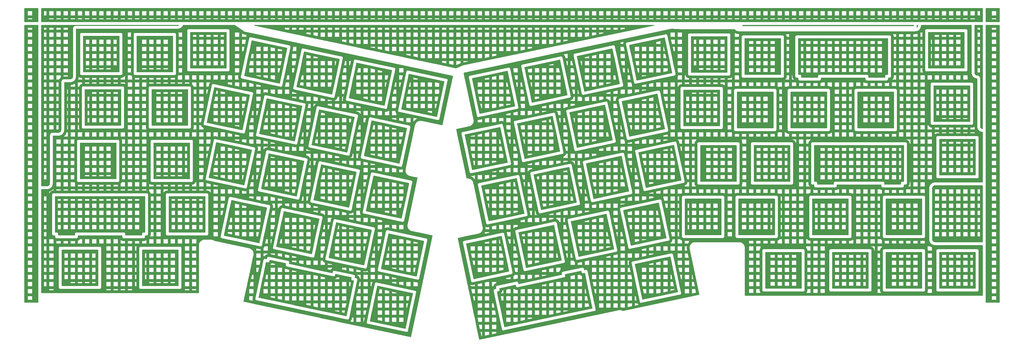
<source format=gbr>
%TF.GenerationSoftware,KiCad,Pcbnew,(6.0.9)*%
%TF.CreationDate,2023-01-07T05:20:20+09:00*%
%TF.ProjectId,Skeleton68rev2_SwitchPlate,536b656c-6574-46f6-9e36-38726576325f,rev?*%
%TF.SameCoordinates,Original*%
%TF.FileFunction,Copper,L1,Top*%
%TF.FilePolarity,Positive*%
%FSLAX46Y46*%
G04 Gerber Fmt 4.6, Leading zero omitted, Abs format (unit mm)*
G04 Created by KiCad (PCBNEW (6.0.9)) date 2023-01-07 05:20:20*
%MOMM*%
%LPD*%
G01*
G04 APERTURE LIST*
G04 APERTURE END LIST*
%TA.AperFunction,NonConductor*%
G36*
X-367636327Y96778235D02*
G01*
X-367589834Y96724579D01*
X-367578448Y96672237D01*
X-367578448Y91941237D01*
X-367598450Y91873116D01*
X-367652106Y91826623D01*
X-367704448Y91815237D01*
X-372435448Y91815237D01*
X-372503569Y91835239D01*
X-372550062Y91888895D01*
X-372561448Y91941237D01*
X-372561448Y92829237D01*
X-371344577Y92829237D01*
X-369818577Y92829237D01*
X-369818577Y93194617D01*
X-371344577Y93194617D01*
X-371344577Y92829237D01*
X-372561448Y92829237D01*
X-372561448Y94208617D01*
X-371344577Y94208617D01*
X-369818577Y94208617D01*
X-369818577Y95734617D01*
X-371344577Y95734617D01*
X-371344577Y94208617D01*
X-372561448Y94208617D01*
X-372561448Y96672237D01*
X-372541446Y96740358D01*
X-372487790Y96786851D01*
X-372435448Y96798237D01*
X-367704448Y96798237D01*
X-367636327Y96778235D01*
G37*
%TD.AperFunction*%
%TA.AperFunction,NonConductor*%
G36*
X-25682127Y96778235D02*
G01*
X-25635634Y96724579D01*
X-25624248Y96672237D01*
X-25624248Y91941237D01*
X-25644250Y91873116D01*
X-25697906Y91826623D01*
X-25750248Y91815237D01*
X-30489432Y91815237D01*
X-30557553Y91835239D01*
X-30604046Y91888895D01*
X-30615432Y91941227D01*
X-30615504Y92829237D01*
X-28444577Y92829237D01*
X-26918577Y92829237D01*
X-26918577Y93194617D01*
X-28444577Y93194617D01*
X-28444577Y92829237D01*
X-30615504Y92829237D01*
X-30615615Y94208617D01*
X-28444577Y94208617D01*
X-26918577Y94208617D01*
X-26918577Y95734617D01*
X-28444577Y95734617D01*
X-28444577Y94208617D01*
X-30615615Y94208617D01*
X-30615814Y96672227D01*
X-30595817Y96740349D01*
X-30542166Y96786846D01*
X-30489814Y96798237D01*
X-25750248Y96798237D01*
X-25682127Y96778235D01*
G37*
%TD.AperFunction*%
%TA.AperFunction,NonConductor*%
G36*
X-31690692Y96778235D02*
G01*
X-31644199Y96724579D01*
X-31632813Y96672247D01*
X-31632432Y91946337D01*
X-31632432Y91941247D01*
X-31652429Y91873125D01*
X-31706080Y91826628D01*
X-31758432Y91815237D01*
X-35571196Y91815237D01*
X-35592098Y91816983D01*
X-35602882Y91818797D01*
X-35607101Y91819507D01*
X-35607103Y91819507D01*
X-35611893Y91820313D01*
X-35618169Y91820389D01*
X-35619585Y91820407D01*
X-35619588Y91820407D01*
X-35624445Y91820466D01*
X-35648584Y91817009D01*
X-35652069Y91816510D01*
X-35669931Y91815237D01*
X-53621197Y91815237D01*
X-53642102Y91816983D01*
X-53657103Y91819507D01*
X-53657106Y91819507D01*
X-53661895Y91820313D01*
X-53667972Y91820387D01*
X-53669582Y91820407D01*
X-53669586Y91820407D01*
X-53674447Y91820466D01*
X-53679265Y91819776D01*
X-53679266Y91819776D01*
X-53695748Y91817416D01*
X-53702622Y91816624D01*
X-53712993Y91815717D01*
X-53723972Y91815237D01*
X-55665823Y91815237D01*
X-55666593Y91815239D01*
X-55740231Y91815689D01*
X-55740232Y91815689D01*
X-55744167Y91815713D01*
X-55745511Y91815329D01*
X-55746856Y91815237D01*
X-117665823Y91815237D01*
X-117666593Y91815239D01*
X-117667903Y91815247D01*
X-117744167Y91815713D01*
X-117745484Y91815337D01*
X-117746800Y91815247D01*
X-142461100Y91818797D01*
X-142472573Y91819322D01*
X-142477976Y91819817D01*
X-142486714Y91821896D01*
X-142544087Y91818973D01*
X-142550484Y91818810D01*
X-142570006Y91818813D01*
X-142576923Y91817824D01*
X-142588346Y91816717D01*
X-142598488Y91816200D01*
X-142599548Y91815979D01*
X-142611110Y91815237D01*
X-296730959Y91815237D01*
X-296739332Y91815515D01*
X-296741945Y91815689D01*
X-296791556Y91818993D01*
X-296800323Y91817051D01*
X-296809269Y91816372D01*
X-296809291Y91816661D01*
X-296822300Y91815237D01*
X-297699423Y91815237D01*
X-297720332Y91816984D01*
X-297720480Y91817009D01*
X-297732152Y91818973D01*
X-297735313Y91819505D01*
X-297735314Y91819505D01*
X-297740115Y91820313D01*
X-297746391Y91820389D01*
X-297747800Y91820407D01*
X-297747804Y91820407D01*
X-297752667Y91820466D01*
X-297757485Y91819776D01*
X-297757487Y91819776D01*
X-297768654Y91818177D01*
X-297779241Y91816661D01*
X-297780303Y91816509D01*
X-297798162Y91815237D01*
X-316096024Y91815237D01*
X-316116952Y91816988D01*
X-316136674Y91820310D01*
X-316141543Y91820371D01*
X-316141548Y91820371D01*
X-316143013Y91820389D01*
X-316149226Y91820466D01*
X-316154051Y91819776D01*
X-316154053Y91819776D01*
X-316159528Y91818993D01*
X-316170503Y91817424D01*
X-316177378Y91816633D01*
X-316187913Y91815714D01*
X-316198863Y91815237D01*
X-366435448Y91815237D01*
X-366503569Y91835239D01*
X-366550062Y91888895D01*
X-366561448Y91941237D01*
X-366561448Y92829237D01*
X-363724577Y92829237D01*
X-362198577Y92829237D01*
X-361184577Y92829237D01*
X-359658577Y92829237D01*
X-358644577Y92829237D01*
X-357118577Y92829237D01*
X-356104577Y92829237D01*
X-354578577Y92829237D01*
X-353564577Y92829237D01*
X-352038577Y92829237D01*
X-351024577Y92829237D01*
X-349498577Y92829237D01*
X-348484577Y92829237D01*
X-346958577Y92829237D01*
X-345944577Y92829237D01*
X-344418577Y92829237D01*
X-343404577Y92829237D01*
X-341878577Y92829237D01*
X-340864577Y92829237D01*
X-339338577Y92829237D01*
X-338324577Y92829237D01*
X-336798577Y92829237D01*
X-335784577Y92829237D01*
X-334258577Y92829237D01*
X-333244577Y92829237D01*
X-331718577Y92829237D01*
X-330704577Y92829237D01*
X-329178577Y92829237D01*
X-328164577Y92829237D01*
X-326638577Y92829237D01*
X-325624577Y92829237D01*
X-324098577Y92829237D01*
X-323084577Y92829237D01*
X-321558577Y92829237D01*
X-320544577Y92829237D01*
X-319018577Y92829237D01*
X-318004577Y92829237D01*
X-316478577Y92829237D01*
X-315464577Y92829237D01*
X-313938577Y92829237D01*
X-312924577Y92829237D01*
X-311398577Y92829237D01*
X-310384577Y92829237D01*
X-308858577Y92829237D01*
X-307844577Y92829237D01*
X-306318577Y92829237D01*
X-305304577Y92829237D01*
X-303778577Y92829237D01*
X-302764577Y92829237D01*
X-301238577Y92829237D01*
X-300224577Y92829237D01*
X-298698577Y92829237D01*
X-298698577Y92832135D01*
X-297684577Y92832135D01*
X-297664091Y92831093D01*
X-297659233Y92830752D01*
X-297642346Y92829237D01*
X-296862659Y92829237D01*
X-296850394Y92830168D01*
X-296841441Y92830528D01*
X-296733132Y92831030D01*
X-296724175Y92830753D01*
X-296701411Y92829237D01*
X-296158577Y92829237D01*
X-295144577Y92829237D01*
X-293618577Y92829237D01*
X-292604577Y92829237D01*
X-291078577Y92829237D01*
X-290064577Y92829237D01*
X-288538577Y92829237D01*
X-287524577Y92829237D01*
X-285998577Y92829237D01*
X-284984577Y92829237D01*
X-283458577Y92829237D01*
X-282444577Y92829237D01*
X-280918577Y92829237D01*
X-279904577Y92829237D01*
X-278378577Y92829237D01*
X-277364577Y92829237D01*
X-275838577Y92829237D01*
X-274824577Y92829237D01*
X-273298577Y92829237D01*
X-272284577Y92829237D01*
X-270758577Y92829237D01*
X-269744577Y92829237D01*
X-268218577Y92829237D01*
X-267204577Y92829237D01*
X-265678577Y92829237D01*
X-264664577Y92829237D01*
X-263138577Y92829237D01*
X-262124577Y92829237D01*
X-260598577Y92829237D01*
X-259584577Y92829237D01*
X-258058577Y92829237D01*
X-257044577Y92829237D01*
X-255518577Y92829237D01*
X-254504577Y92829237D01*
X-252978577Y92829237D01*
X-251964577Y92829237D01*
X-250438577Y92829237D01*
X-249424577Y92829237D01*
X-247898577Y92829237D01*
X-246884577Y92829237D01*
X-245358577Y92829237D01*
X-244344577Y92829237D01*
X-242818577Y92829237D01*
X-241804577Y92829237D01*
X-240278577Y92829237D01*
X-239264577Y92829237D01*
X-237738577Y92829237D01*
X-236724577Y92829237D01*
X-235198577Y92829237D01*
X-234184577Y92829237D01*
X-232658577Y92829237D01*
X-231644577Y92829237D01*
X-230118577Y92829237D01*
X-229104577Y92829237D01*
X-227578577Y92829237D01*
X-226564577Y92829237D01*
X-225038577Y92829237D01*
X-224024577Y92829237D01*
X-222498577Y92829237D01*
X-221484577Y92829237D01*
X-219958577Y92829237D01*
X-218944577Y92829237D01*
X-217418577Y92829237D01*
X-216404577Y92829237D01*
X-214878577Y92829237D01*
X-213864577Y92829237D01*
X-212338577Y92829237D01*
X-211324577Y92829237D01*
X-209798577Y92829237D01*
X-208784577Y92829237D01*
X-207258577Y92829237D01*
X-206244577Y92829237D01*
X-204718577Y92829237D01*
X-203704577Y92829237D01*
X-202178577Y92829237D01*
X-201164577Y92829237D01*
X-199638577Y92829237D01*
X-198624577Y92829237D01*
X-197098577Y92829237D01*
X-196084577Y92829237D01*
X-194558577Y92829237D01*
X-193544577Y92829237D01*
X-192018577Y92829237D01*
X-191004577Y92829237D01*
X-189478577Y92829237D01*
X-188464577Y92829237D01*
X-186938577Y92829237D01*
X-185924577Y92829237D01*
X-184398577Y92829237D01*
X-183384577Y92829237D01*
X-181858577Y92829237D01*
X-180844577Y92829237D01*
X-179318577Y92829237D01*
X-178304577Y92829237D01*
X-176778577Y92829237D01*
X-175764577Y92829237D01*
X-174238577Y92829237D01*
X-173224577Y92829237D01*
X-171698577Y92829237D01*
X-170684577Y92829237D01*
X-169158577Y92829237D01*
X-168144577Y92829237D01*
X-166618577Y92829237D01*
X-165604577Y92829237D01*
X-164078577Y92829237D01*
X-163064577Y92829237D01*
X-161538577Y92829237D01*
X-160524577Y92829237D01*
X-158998577Y92829237D01*
X-157984577Y92829237D01*
X-156458577Y92829237D01*
X-155444577Y92829237D01*
X-153918577Y92829237D01*
X-152904577Y92829237D01*
X-151378577Y92829237D01*
X-150364577Y92829237D01*
X-148838577Y92829237D01*
X-147824577Y92829237D01*
X-146298577Y92829237D01*
X-145284577Y92829237D01*
X-143758577Y92829237D01*
X-142744577Y92829237D01*
X-142651614Y92829237D01*
X-117344577Y92829237D01*
X-115818577Y92829237D01*
X-114804577Y92829237D01*
X-113278577Y92829237D01*
X-112264577Y92829237D01*
X-110738577Y92829237D01*
X-109724577Y92829237D01*
X-108198577Y92829237D01*
X-107184577Y92829237D01*
X-105658577Y92829237D01*
X-104644577Y92829237D01*
X-103118577Y92829237D01*
X-102104577Y92829237D01*
X-100578577Y92829237D01*
X-99564577Y92829237D01*
X-98038577Y92829237D01*
X-97024577Y92829237D01*
X-95498577Y92829237D01*
X-94484577Y92829237D01*
X-92958577Y92829237D01*
X-91944577Y92829237D01*
X-90418577Y92829237D01*
X-89404577Y92829237D01*
X-87878577Y92829237D01*
X-86864577Y92829237D01*
X-85338577Y92829237D01*
X-84324577Y92829237D01*
X-82798577Y92829237D01*
X-81784577Y92829237D01*
X-80258577Y92829237D01*
X-79244577Y92829237D01*
X-77718577Y92829237D01*
X-76704577Y92829237D01*
X-75178577Y92829237D01*
X-74164577Y92829237D01*
X-72638577Y92829237D01*
X-71624577Y92829237D01*
X-70098577Y92829237D01*
X-69084577Y92829237D01*
X-67558577Y92829237D01*
X-66544577Y92829237D01*
X-65018577Y92829237D01*
X-64004577Y92829237D01*
X-62478577Y92829237D01*
X-61464577Y92829237D01*
X-59938577Y92829237D01*
X-58924577Y92829237D01*
X-57398577Y92829237D01*
X-56384577Y92829237D01*
X-55749898Y92829237D01*
X-55746937Y92829430D01*
X-55737971Y92829695D01*
X-55663015Y92829237D01*
X-54858577Y92829237D01*
X-53844577Y92829237D01*
X-53770920Y92829237D01*
X-53754853Y92830908D01*
X-53750006Y92831318D01*
X-53730609Y92832581D01*
X-53725749Y92832803D01*
X-53666950Y92834356D01*
X-53662087Y92834391D01*
X-53649535Y92834238D01*
X-53644672Y92834084D01*
X-53585897Y92831095D01*
X-53581042Y92830754D01*
X-53564126Y92829237D01*
X-52318577Y92829237D01*
X-51304577Y92829237D01*
X-49778577Y92829237D01*
X-48764577Y92829237D01*
X-47238577Y92829237D01*
X-46224577Y92829237D01*
X-44698577Y92829237D01*
X-43684577Y92829237D01*
X-42158577Y92829237D01*
X-41144577Y92829237D01*
X-39618577Y92829237D01*
X-38604577Y92829237D01*
X-37078577Y92829237D01*
X-36064577Y92829237D01*
X-35720917Y92829237D01*
X-35704892Y92830904D01*
X-35700048Y92831313D01*
X-35680650Y92832577D01*
X-35675788Y92832800D01*
X-35616952Y92834356D01*
X-35612085Y92834391D01*
X-35599533Y92834238D01*
X-35594670Y92834084D01*
X-35535892Y92831095D01*
X-35531036Y92830754D01*
X-35514121Y92829237D01*
X-34538577Y92829237D01*
X-34538577Y93194617D01*
X-36064577Y93194617D01*
X-36064577Y92829237D01*
X-37078577Y92829237D01*
X-37078577Y93194617D01*
X-38604577Y93194617D01*
X-38604577Y92829237D01*
X-39618577Y92829237D01*
X-39618577Y93194617D01*
X-41144577Y93194617D01*
X-41144577Y92829237D01*
X-42158577Y92829237D01*
X-42158577Y93194617D01*
X-43684577Y93194617D01*
X-43684577Y92829237D01*
X-44698577Y92829237D01*
X-44698577Y93194617D01*
X-46224577Y93194617D01*
X-46224577Y92829237D01*
X-47238577Y92829237D01*
X-47238577Y93194617D01*
X-48764577Y93194617D01*
X-48764577Y92829237D01*
X-49778577Y92829237D01*
X-49778577Y93194617D01*
X-51304577Y93194617D01*
X-51304577Y92829237D01*
X-52318577Y92829237D01*
X-52318577Y93194617D01*
X-53844577Y93194617D01*
X-53844577Y92829237D01*
X-54858577Y92829237D01*
X-54858577Y93194617D01*
X-56384577Y93194617D01*
X-56384577Y92829237D01*
X-57398577Y92829237D01*
X-57398577Y93194617D01*
X-58924577Y93194617D01*
X-58924577Y92829237D01*
X-59938577Y92829237D01*
X-59938577Y93194617D01*
X-61464577Y93194617D01*
X-61464577Y92829237D01*
X-62478577Y92829237D01*
X-62478577Y93194617D01*
X-64004577Y93194617D01*
X-64004577Y92829237D01*
X-65018577Y92829237D01*
X-65018577Y93194617D01*
X-66544577Y93194617D01*
X-66544577Y92829237D01*
X-67558577Y92829237D01*
X-67558577Y93194617D01*
X-69084577Y93194617D01*
X-69084577Y92829237D01*
X-70098577Y92829237D01*
X-70098577Y93194617D01*
X-71624577Y93194617D01*
X-71624577Y92829237D01*
X-72638577Y92829237D01*
X-72638577Y93194617D01*
X-74164577Y93194617D01*
X-74164577Y92829237D01*
X-75178577Y92829237D01*
X-75178577Y93194617D01*
X-76704577Y93194617D01*
X-76704577Y92829237D01*
X-77718577Y92829237D01*
X-77718577Y93194617D01*
X-79244577Y93194617D01*
X-79244577Y92829237D01*
X-80258577Y92829237D01*
X-80258577Y93194617D01*
X-81784577Y93194617D01*
X-81784577Y92829237D01*
X-82798577Y92829237D01*
X-82798577Y93194617D01*
X-84324577Y93194617D01*
X-84324577Y92829237D01*
X-85338577Y92829237D01*
X-85338577Y93194617D01*
X-86864577Y93194617D01*
X-86864577Y92829237D01*
X-87878577Y92829237D01*
X-87878577Y93194617D01*
X-89404577Y93194617D01*
X-89404577Y92829237D01*
X-90418577Y92829237D01*
X-90418577Y93194617D01*
X-91944577Y93194617D01*
X-91944577Y92829237D01*
X-92958577Y92829237D01*
X-92958577Y93194617D01*
X-94484577Y93194617D01*
X-94484577Y92829237D01*
X-95498577Y92829237D01*
X-95498577Y93194617D01*
X-97024577Y93194617D01*
X-97024577Y92829237D01*
X-98038577Y92829237D01*
X-98038577Y93194617D01*
X-99564577Y93194617D01*
X-99564577Y92829237D01*
X-100578577Y92829237D01*
X-100578577Y93194617D01*
X-102104577Y93194617D01*
X-102104577Y92829237D01*
X-103118577Y92829237D01*
X-103118577Y93194617D01*
X-104644577Y93194617D01*
X-104644577Y92829237D01*
X-105658577Y92829237D01*
X-105658577Y93194617D01*
X-107184577Y93194617D01*
X-107184577Y92829237D01*
X-108198577Y92829237D01*
X-108198577Y93194617D01*
X-109724577Y93194617D01*
X-109724577Y92829237D01*
X-110738577Y92829237D01*
X-110738577Y93194617D01*
X-112264577Y93194617D01*
X-112264577Y92829237D01*
X-113278577Y92829237D01*
X-113278577Y93194617D01*
X-114804577Y93194617D01*
X-114804577Y92829237D01*
X-115818577Y92829237D01*
X-115818577Y93194617D01*
X-117344577Y93194617D01*
X-117344577Y92829237D01*
X-142651614Y92829237D01*
X-142650839Y92829306D01*
X-142647352Y92829554D01*
X-119884577Y92829554D01*
X-118358577Y92829335D01*
X-118358577Y93194617D01*
X-119884577Y93194617D01*
X-119884577Y92829554D01*
X-142647352Y92829554D01*
X-142642219Y92829919D01*
X-122424577Y92829919D01*
X-120898577Y92829700D01*
X-120898577Y93194617D01*
X-122424577Y93194617D01*
X-122424577Y92829919D01*
X-142642219Y92829919D01*
X-142637087Y92830284D01*
X-124964577Y92830284D01*
X-123438577Y92830064D01*
X-123438577Y93194617D01*
X-124964577Y93194617D01*
X-124964577Y92830284D01*
X-142637087Y92830284D01*
X-142632981Y92830576D01*
X-142631608Y92830649D01*
X-127504577Y92830649D01*
X-125978577Y92830429D01*
X-125978577Y93194617D01*
X-127504577Y93194617D01*
X-127504577Y92830649D01*
X-142631608Y92830649D01*
X-142628506Y92830814D01*
X-142622891Y92831013D01*
X-130044577Y92831013D01*
X-128518577Y92830794D01*
X-128518577Y93194617D01*
X-130044577Y93194617D01*
X-130044577Y92831013D01*
X-142622891Y92831013D01*
X-142612593Y92831378D01*
X-132584577Y92831378D01*
X-131058577Y92831159D01*
X-131058577Y93194617D01*
X-132584577Y93194617D01*
X-132584577Y92831378D01*
X-142612593Y92831378D01*
X-142602294Y92831743D01*
X-135124577Y92831743D01*
X-133598577Y92831524D01*
X-133598577Y93194617D01*
X-135124577Y93194617D01*
X-135124577Y92831743D01*
X-142602294Y92831743D01*
X-142591996Y92832108D01*
X-137664577Y92832108D01*
X-136138577Y92831889D01*
X-136138577Y93194617D01*
X-137664577Y93194617D01*
X-137664577Y92832108D01*
X-142591996Y92832108D01*
X-142581698Y92832473D01*
X-140204577Y92832473D01*
X-138678577Y92832253D01*
X-138678577Y93194617D01*
X-140204577Y93194617D01*
X-140204577Y92832473D01*
X-142581698Y92832473D01*
X-142575152Y92832705D01*
X-142538322Y92834582D01*
X-142529361Y92834719D01*
X-142434123Y92832793D01*
X-141218577Y92832618D01*
X-141218577Y93194617D01*
X-142744577Y93194617D01*
X-142744577Y92829237D01*
X-143758577Y92829237D01*
X-143758577Y93194617D01*
X-145284577Y93194617D01*
X-145284577Y92829237D01*
X-146298577Y92829237D01*
X-146298577Y93194617D01*
X-147824577Y93194617D01*
X-147824577Y92829237D01*
X-148838577Y92829237D01*
X-148838577Y93194617D01*
X-150364577Y93194617D01*
X-150364577Y92829237D01*
X-151378577Y92829237D01*
X-151378577Y93194617D01*
X-152904577Y93194617D01*
X-152904577Y92829237D01*
X-153918577Y92829237D01*
X-153918577Y93194617D01*
X-155444577Y93194617D01*
X-155444577Y92829237D01*
X-156458577Y92829237D01*
X-156458577Y93194617D01*
X-157984577Y93194617D01*
X-157984577Y92829237D01*
X-158998577Y92829237D01*
X-158998577Y93194617D01*
X-160524577Y93194617D01*
X-160524577Y92829237D01*
X-161538577Y92829237D01*
X-161538577Y93194617D01*
X-163064577Y93194617D01*
X-163064577Y92829237D01*
X-164078577Y92829237D01*
X-164078577Y93194617D01*
X-165604577Y93194617D01*
X-165604577Y92829237D01*
X-166618577Y92829237D01*
X-166618577Y93194617D01*
X-168144577Y93194617D01*
X-168144577Y92829237D01*
X-169158577Y92829237D01*
X-169158577Y93194617D01*
X-170684577Y93194617D01*
X-170684577Y92829237D01*
X-171698577Y92829237D01*
X-171698577Y93194617D01*
X-173224577Y93194617D01*
X-173224577Y92829237D01*
X-174238577Y92829237D01*
X-174238577Y93194617D01*
X-175764577Y93194617D01*
X-175764577Y92829237D01*
X-176778577Y92829237D01*
X-176778577Y93194617D01*
X-178304577Y93194617D01*
X-178304577Y92829237D01*
X-179318577Y92829237D01*
X-179318577Y93194617D01*
X-180844577Y93194617D01*
X-180844577Y92829237D01*
X-181858577Y92829237D01*
X-181858577Y93194617D01*
X-183384577Y93194617D01*
X-183384577Y92829237D01*
X-184398577Y92829237D01*
X-184398577Y93194617D01*
X-185924577Y93194617D01*
X-185924577Y92829237D01*
X-186938577Y92829237D01*
X-186938577Y93194617D01*
X-188464577Y93194617D01*
X-188464577Y92829237D01*
X-189478577Y92829237D01*
X-189478577Y93194617D01*
X-191004577Y93194617D01*
X-191004577Y92829237D01*
X-192018577Y92829237D01*
X-192018577Y93194617D01*
X-193544577Y93194617D01*
X-193544577Y92829237D01*
X-194558577Y92829237D01*
X-194558577Y93194617D01*
X-196084577Y93194617D01*
X-196084577Y92829237D01*
X-197098577Y92829237D01*
X-197098577Y93194617D01*
X-198624577Y93194617D01*
X-198624577Y92829237D01*
X-199638577Y92829237D01*
X-199638577Y93194617D01*
X-201164577Y93194617D01*
X-201164577Y92829237D01*
X-202178577Y92829237D01*
X-202178577Y93194617D01*
X-203704577Y93194617D01*
X-203704577Y92829237D01*
X-204718577Y92829237D01*
X-204718577Y93194617D01*
X-206244577Y93194617D01*
X-206244577Y92829237D01*
X-207258577Y92829237D01*
X-207258577Y93194617D01*
X-208784577Y93194617D01*
X-208784577Y92829237D01*
X-209798577Y92829237D01*
X-209798577Y93194617D01*
X-211324577Y93194617D01*
X-211324577Y92829237D01*
X-212338577Y92829237D01*
X-212338577Y93194617D01*
X-213864577Y93194617D01*
X-213864577Y92829237D01*
X-214878577Y92829237D01*
X-214878577Y93194617D01*
X-216404577Y93194617D01*
X-216404577Y92829237D01*
X-217418577Y92829237D01*
X-217418577Y93194617D01*
X-218944577Y93194617D01*
X-218944577Y92829237D01*
X-219958577Y92829237D01*
X-219958577Y93194617D01*
X-221484577Y93194617D01*
X-221484577Y92829237D01*
X-222498577Y92829237D01*
X-222498577Y93194617D01*
X-224024577Y93194617D01*
X-224024577Y92829237D01*
X-225038577Y92829237D01*
X-225038577Y93194617D01*
X-226564577Y93194617D01*
X-226564577Y92829237D01*
X-227578577Y92829237D01*
X-227578577Y93194617D01*
X-229104577Y93194617D01*
X-229104577Y92829237D01*
X-230118577Y92829237D01*
X-230118577Y93194617D01*
X-231644577Y93194617D01*
X-231644577Y92829237D01*
X-232658577Y92829237D01*
X-232658577Y93194617D01*
X-234184577Y93194617D01*
X-234184577Y92829237D01*
X-235198577Y92829237D01*
X-235198577Y93194617D01*
X-236724577Y93194617D01*
X-236724577Y92829237D01*
X-237738577Y92829237D01*
X-237738577Y93194617D01*
X-239264577Y93194617D01*
X-239264577Y92829237D01*
X-240278577Y92829237D01*
X-240278577Y93194617D01*
X-241804577Y93194617D01*
X-241804577Y92829237D01*
X-242818577Y92829237D01*
X-242818577Y93194617D01*
X-244344577Y93194617D01*
X-244344577Y92829237D01*
X-245358577Y92829237D01*
X-245358577Y93194617D01*
X-246884577Y93194617D01*
X-246884577Y92829237D01*
X-247898577Y92829237D01*
X-247898577Y93194617D01*
X-249424577Y93194617D01*
X-249424577Y92829237D01*
X-250438577Y92829237D01*
X-250438577Y93194617D01*
X-251964577Y93194617D01*
X-251964577Y92829237D01*
X-252978577Y92829237D01*
X-252978577Y93194617D01*
X-254504577Y93194617D01*
X-254504577Y92829237D01*
X-255518577Y92829237D01*
X-255518577Y93194617D01*
X-257044577Y93194617D01*
X-257044577Y92829237D01*
X-258058577Y92829237D01*
X-258058577Y93194617D01*
X-259584577Y93194617D01*
X-259584577Y92829237D01*
X-260598577Y92829237D01*
X-260598577Y93194617D01*
X-262124577Y93194617D01*
X-262124577Y92829237D01*
X-263138577Y92829237D01*
X-263138577Y93194617D01*
X-264664577Y93194617D01*
X-264664577Y92829237D01*
X-265678577Y92829237D01*
X-265678577Y93194617D01*
X-267204577Y93194617D01*
X-267204577Y92829237D01*
X-268218577Y92829237D01*
X-268218577Y93194617D01*
X-269744577Y93194617D01*
X-269744577Y92829237D01*
X-270758577Y92829237D01*
X-270758577Y93194617D01*
X-272284577Y93194617D01*
X-272284577Y92829237D01*
X-273298577Y92829237D01*
X-273298577Y93194617D01*
X-274824577Y93194617D01*
X-274824577Y92829237D01*
X-275838577Y92829237D01*
X-275838577Y93194617D01*
X-277364577Y93194617D01*
X-277364577Y92829237D01*
X-278378577Y92829237D01*
X-278378577Y93194617D01*
X-279904577Y93194617D01*
X-279904577Y92829237D01*
X-280918577Y92829237D01*
X-280918577Y93194617D01*
X-282444577Y93194617D01*
X-282444577Y92829237D01*
X-283458577Y92829237D01*
X-283458577Y93194617D01*
X-284984577Y93194617D01*
X-284984577Y92829237D01*
X-285998577Y92829237D01*
X-285998577Y93194617D01*
X-287524577Y93194617D01*
X-287524577Y92829237D01*
X-288538577Y92829237D01*
X-288538577Y93194617D01*
X-290064577Y93194617D01*
X-290064577Y92829237D01*
X-291078577Y92829237D01*
X-291078577Y93194617D01*
X-292604577Y93194617D01*
X-292604577Y92829237D01*
X-293618577Y92829237D01*
X-293618577Y93194617D01*
X-295144577Y93194617D01*
X-295144577Y92829237D01*
X-296158577Y92829237D01*
X-296158577Y93194617D01*
X-297684577Y93194617D01*
X-297684577Y92832135D01*
X-298698577Y92832135D01*
X-298698577Y93194617D01*
X-300224577Y93194617D01*
X-300224577Y92829237D01*
X-301238577Y92829237D01*
X-301238577Y93194617D01*
X-302764577Y93194617D01*
X-302764577Y92829237D01*
X-303778577Y92829237D01*
X-303778577Y93194617D01*
X-305304577Y93194617D01*
X-305304577Y92829237D01*
X-306318577Y92829237D01*
X-306318577Y93194617D01*
X-307844577Y93194617D01*
X-307844577Y92829237D01*
X-308858577Y92829237D01*
X-308858577Y93194617D01*
X-310384577Y93194617D01*
X-310384577Y92829237D01*
X-311398577Y92829237D01*
X-311398577Y93194617D01*
X-312924577Y93194617D01*
X-312924577Y92829237D01*
X-313938577Y92829237D01*
X-313938577Y93194617D01*
X-315464577Y93194617D01*
X-315464577Y92829237D01*
X-316478577Y92829237D01*
X-316478577Y93194617D01*
X-318004577Y93194617D01*
X-318004577Y92829237D01*
X-319018577Y92829237D01*
X-319018577Y93194617D01*
X-320544577Y93194617D01*
X-320544577Y92829237D01*
X-321558577Y92829237D01*
X-321558577Y93194617D01*
X-323084577Y93194617D01*
X-323084577Y92829237D01*
X-324098577Y92829237D01*
X-324098577Y93194617D01*
X-325624577Y93194617D01*
X-325624577Y92829237D01*
X-326638577Y92829237D01*
X-326638577Y93194617D01*
X-328164577Y93194617D01*
X-328164577Y92829237D01*
X-329178577Y92829237D01*
X-329178577Y93194617D01*
X-330704577Y93194617D01*
X-330704577Y92829237D01*
X-331718577Y92829237D01*
X-331718577Y93194617D01*
X-333244577Y93194617D01*
X-333244577Y92829237D01*
X-334258577Y92829237D01*
X-334258577Y93194617D01*
X-335784577Y93194617D01*
X-335784577Y92829237D01*
X-336798577Y92829237D01*
X-336798577Y93194617D01*
X-338324577Y93194617D01*
X-338324577Y92829237D01*
X-339338577Y92829237D01*
X-339338577Y93194617D01*
X-340864577Y93194617D01*
X-340864577Y92829237D01*
X-341878577Y92829237D01*
X-341878577Y93194617D01*
X-343404577Y93194617D01*
X-343404577Y92829237D01*
X-344418577Y92829237D01*
X-344418577Y93194617D01*
X-345944577Y93194617D01*
X-345944577Y92829237D01*
X-346958577Y92829237D01*
X-346958577Y93194617D01*
X-348484577Y93194617D01*
X-348484577Y92829237D01*
X-349498577Y92829237D01*
X-349498577Y93194617D01*
X-351024577Y93194617D01*
X-351024577Y92829237D01*
X-352038577Y92829237D01*
X-352038577Y93194617D01*
X-353564577Y93194617D01*
X-353564577Y92829237D01*
X-354578577Y92829237D01*
X-354578577Y93194617D01*
X-356104577Y93194617D01*
X-356104577Y92829237D01*
X-357118577Y92829237D01*
X-357118577Y93194617D01*
X-358644577Y93194617D01*
X-358644577Y92829237D01*
X-359658577Y92829237D01*
X-359658577Y93194617D01*
X-361184577Y93194617D01*
X-361184577Y92829237D01*
X-362198577Y92829237D01*
X-362198577Y93194617D01*
X-363724577Y93194617D01*
X-363724577Y92829237D01*
X-366561448Y92829237D01*
X-366561448Y94208617D01*
X-365547448Y94208617D01*
X-364738577Y94208617D01*
X-363724577Y94208617D01*
X-362198577Y94208617D01*
X-361184577Y94208617D01*
X-359658577Y94208617D01*
X-358644577Y94208617D01*
X-357118577Y94208617D01*
X-356104577Y94208617D01*
X-354578577Y94208617D01*
X-353564577Y94208617D01*
X-352038577Y94208617D01*
X-351024577Y94208617D01*
X-349498577Y94208617D01*
X-348484577Y94208617D01*
X-346958577Y94208617D01*
X-345944577Y94208617D01*
X-344418577Y94208617D01*
X-343404577Y94208617D01*
X-341878577Y94208617D01*
X-340864577Y94208617D01*
X-339338577Y94208617D01*
X-338324577Y94208617D01*
X-336798577Y94208617D01*
X-335784577Y94208617D01*
X-334258577Y94208617D01*
X-333244577Y94208617D01*
X-331718577Y94208617D01*
X-330704577Y94208617D01*
X-329178577Y94208617D01*
X-328164577Y94208617D01*
X-326638577Y94208617D01*
X-325624577Y94208617D01*
X-324098577Y94208617D01*
X-323084577Y94208617D01*
X-321558577Y94208617D01*
X-320544577Y94208617D01*
X-319018577Y94208617D01*
X-318004577Y94208617D01*
X-316478577Y94208617D01*
X-315464577Y94208617D01*
X-313938577Y94208617D01*
X-312924577Y94208617D01*
X-311398577Y94208617D01*
X-310384577Y94208617D01*
X-308858577Y94208617D01*
X-307844577Y94208617D01*
X-306318577Y94208617D01*
X-305304577Y94208617D01*
X-303778577Y94208617D01*
X-302764577Y94208617D01*
X-301238577Y94208617D01*
X-300224577Y94208617D01*
X-298698577Y94208617D01*
X-297684577Y94208617D01*
X-296158577Y94208617D01*
X-295144577Y94208617D01*
X-293618577Y94208617D01*
X-292604577Y94208617D01*
X-291078577Y94208617D01*
X-290064577Y94208617D01*
X-288538577Y94208617D01*
X-287524577Y94208617D01*
X-285998577Y94208617D01*
X-284984577Y94208617D01*
X-283458577Y94208617D01*
X-282444577Y94208617D01*
X-280918577Y94208617D01*
X-279904577Y94208617D01*
X-278378577Y94208617D01*
X-277364577Y94208617D01*
X-275838577Y94208617D01*
X-274824577Y94208617D01*
X-273298577Y94208617D01*
X-272284577Y94208617D01*
X-270758577Y94208617D01*
X-269744577Y94208617D01*
X-268218577Y94208617D01*
X-267204577Y94208617D01*
X-265678577Y94208617D01*
X-264664577Y94208617D01*
X-263138577Y94208617D01*
X-262124577Y94208617D01*
X-260598577Y94208617D01*
X-259584577Y94208617D01*
X-258058577Y94208617D01*
X-257044577Y94208617D01*
X-255518577Y94208617D01*
X-254504577Y94208617D01*
X-252978577Y94208617D01*
X-251964577Y94208617D01*
X-250438577Y94208617D01*
X-249424577Y94208617D01*
X-247898577Y94208617D01*
X-246884577Y94208617D01*
X-245358577Y94208617D01*
X-244344577Y94208617D01*
X-242818577Y94208617D01*
X-241804577Y94208617D01*
X-240278577Y94208617D01*
X-239264577Y94208617D01*
X-237738577Y94208617D01*
X-236724577Y94208617D01*
X-235198577Y94208617D01*
X-234184577Y94208617D01*
X-232658577Y94208617D01*
X-231644577Y94208617D01*
X-230118577Y94208617D01*
X-229104577Y94208617D01*
X-227578577Y94208617D01*
X-226564577Y94208617D01*
X-225038577Y94208617D01*
X-224024577Y94208617D01*
X-222498577Y94208617D01*
X-221484577Y94208617D01*
X-219958577Y94208617D01*
X-218944577Y94208617D01*
X-217418577Y94208617D01*
X-216404577Y94208617D01*
X-214878577Y94208617D01*
X-213864577Y94208617D01*
X-212338577Y94208617D01*
X-211324577Y94208617D01*
X-209798577Y94208617D01*
X-208784577Y94208617D01*
X-207258577Y94208617D01*
X-206244577Y94208617D01*
X-204718577Y94208617D01*
X-203704577Y94208617D01*
X-202178577Y94208617D01*
X-201164577Y94208617D01*
X-199638577Y94208617D01*
X-198624577Y94208617D01*
X-197098577Y94208617D01*
X-196084577Y94208617D01*
X-194558577Y94208617D01*
X-193544577Y94208617D01*
X-192018577Y94208617D01*
X-191004577Y94208617D01*
X-189478577Y94208617D01*
X-188464577Y94208617D01*
X-186938577Y94208617D01*
X-185924577Y94208617D01*
X-184398577Y94208617D01*
X-183384577Y94208617D01*
X-181858577Y94208617D01*
X-180844577Y94208617D01*
X-179318577Y94208617D01*
X-178304577Y94208617D01*
X-176778577Y94208617D01*
X-175764577Y94208617D01*
X-174238577Y94208617D01*
X-173224577Y94208617D01*
X-171698577Y94208617D01*
X-170684577Y94208617D01*
X-169158577Y94208617D01*
X-168144577Y94208617D01*
X-166618577Y94208617D01*
X-165604577Y94208617D01*
X-164078577Y94208617D01*
X-163064577Y94208617D01*
X-161538577Y94208617D01*
X-160524577Y94208617D01*
X-158998577Y94208617D01*
X-157984577Y94208617D01*
X-156458577Y94208617D01*
X-155444577Y94208617D01*
X-153918577Y94208617D01*
X-152904577Y94208617D01*
X-151378577Y94208617D01*
X-150364577Y94208617D01*
X-148838577Y94208617D01*
X-147824577Y94208617D01*
X-146298577Y94208617D01*
X-145284577Y94208617D01*
X-143758577Y94208617D01*
X-142744577Y94208617D01*
X-141218577Y94208617D01*
X-140204577Y94208617D01*
X-138678577Y94208617D01*
X-137664577Y94208617D01*
X-136138577Y94208617D01*
X-135124577Y94208617D01*
X-133598577Y94208617D01*
X-132584577Y94208617D01*
X-131058577Y94208617D01*
X-130044577Y94208617D01*
X-128518577Y94208617D01*
X-127504577Y94208617D01*
X-125978577Y94208617D01*
X-124964577Y94208617D01*
X-123438577Y94208617D01*
X-122424577Y94208617D01*
X-120898577Y94208617D01*
X-119884577Y94208617D01*
X-118358577Y94208617D01*
X-117344577Y94208617D01*
X-115818577Y94208617D01*
X-114804577Y94208617D01*
X-113278577Y94208617D01*
X-112264577Y94208617D01*
X-110738577Y94208617D01*
X-109724577Y94208617D01*
X-108198577Y94208617D01*
X-107184577Y94208617D01*
X-105658577Y94208617D01*
X-104644577Y94208617D01*
X-103118577Y94208617D01*
X-102104577Y94208617D01*
X-100578577Y94208617D01*
X-99564577Y94208617D01*
X-98038577Y94208617D01*
X-97024577Y94208617D01*
X-95498577Y94208617D01*
X-94484577Y94208617D01*
X-92958577Y94208617D01*
X-91944577Y94208617D01*
X-90418577Y94208617D01*
X-89404577Y94208617D01*
X-87878577Y94208617D01*
X-86864577Y94208617D01*
X-85338577Y94208617D01*
X-84324577Y94208617D01*
X-82798577Y94208617D01*
X-81784577Y94208617D01*
X-80258577Y94208617D01*
X-79244577Y94208617D01*
X-77718577Y94208617D01*
X-76704577Y94208617D01*
X-75178577Y94208617D01*
X-74164577Y94208617D01*
X-72638577Y94208617D01*
X-71624577Y94208617D01*
X-70098577Y94208617D01*
X-69084577Y94208617D01*
X-67558577Y94208617D01*
X-66544577Y94208617D01*
X-65018577Y94208617D01*
X-64004577Y94208617D01*
X-62478577Y94208617D01*
X-61464577Y94208617D01*
X-59938577Y94208617D01*
X-58924577Y94208617D01*
X-57398577Y94208617D01*
X-56384577Y94208617D01*
X-54858577Y94208617D01*
X-53844577Y94208617D01*
X-52318577Y94208617D01*
X-51304577Y94208617D01*
X-49778577Y94208617D01*
X-48764577Y94208617D01*
X-47238577Y94208617D01*
X-46224577Y94208617D01*
X-44698577Y94208617D01*
X-43684577Y94208617D01*
X-42158577Y94208617D01*
X-41144577Y94208617D01*
X-39618577Y94208617D01*
X-38604577Y94208617D01*
X-37078577Y94208617D01*
X-36064577Y94208617D01*
X-34538577Y94208617D01*
X-33524577Y94208617D01*
X-32646614Y94208617D01*
X-32646738Y95734617D01*
X-33524577Y95734617D01*
X-33524577Y94208617D01*
X-34538577Y94208617D01*
X-34538577Y95734617D01*
X-36064577Y95734617D01*
X-36064577Y94208617D01*
X-37078577Y94208617D01*
X-37078577Y95734617D01*
X-38604577Y95734617D01*
X-38604577Y94208617D01*
X-39618577Y94208617D01*
X-39618577Y95734617D01*
X-41144577Y95734617D01*
X-41144577Y94208617D01*
X-42158577Y94208617D01*
X-42158577Y95734617D01*
X-43684577Y95734617D01*
X-43684577Y94208617D01*
X-44698577Y94208617D01*
X-44698577Y95734617D01*
X-46224577Y95734617D01*
X-46224577Y94208617D01*
X-47238577Y94208617D01*
X-47238577Y95734617D01*
X-48764577Y95734617D01*
X-48764577Y94208617D01*
X-49778577Y94208617D01*
X-49778577Y95734617D01*
X-51304577Y95734617D01*
X-51304577Y94208617D01*
X-52318577Y94208617D01*
X-52318577Y95734617D01*
X-53844577Y95734617D01*
X-53844577Y94208617D01*
X-54858577Y94208617D01*
X-54858577Y95734617D01*
X-56384577Y95734617D01*
X-56384577Y94208617D01*
X-57398577Y94208617D01*
X-57398577Y95734617D01*
X-58924577Y95734617D01*
X-58924577Y94208617D01*
X-59938577Y94208617D01*
X-59938577Y95734617D01*
X-61464577Y95734617D01*
X-61464577Y94208617D01*
X-62478577Y94208617D01*
X-62478577Y95734617D01*
X-64004577Y95734617D01*
X-64004577Y94208617D01*
X-65018577Y94208617D01*
X-65018577Y95734617D01*
X-66544577Y95734617D01*
X-66544577Y94208617D01*
X-67558577Y94208617D01*
X-67558577Y95734617D01*
X-69084577Y95734617D01*
X-69084577Y94208617D01*
X-70098577Y94208617D01*
X-70098577Y95734617D01*
X-71624577Y95734617D01*
X-71624577Y94208617D01*
X-72638577Y94208617D01*
X-72638577Y95734617D01*
X-74164577Y95734617D01*
X-74164577Y94208617D01*
X-75178577Y94208617D01*
X-75178577Y95734617D01*
X-76704577Y95734617D01*
X-76704577Y94208617D01*
X-77718577Y94208617D01*
X-77718577Y95734617D01*
X-79244577Y95734617D01*
X-79244577Y94208617D01*
X-80258577Y94208617D01*
X-80258577Y95734617D01*
X-81784577Y95734617D01*
X-81784577Y94208617D01*
X-82798577Y94208617D01*
X-82798577Y95734617D01*
X-84324577Y95734617D01*
X-84324577Y94208617D01*
X-85338577Y94208617D01*
X-85338577Y95734617D01*
X-86864577Y95734617D01*
X-86864577Y94208617D01*
X-87878577Y94208617D01*
X-87878577Y95734617D01*
X-89404577Y95734617D01*
X-89404577Y94208617D01*
X-90418577Y94208617D01*
X-90418577Y95734617D01*
X-91944577Y95734617D01*
X-91944577Y94208617D01*
X-92958577Y94208617D01*
X-92958577Y95734617D01*
X-94484577Y95734617D01*
X-94484577Y94208617D01*
X-95498577Y94208617D01*
X-95498577Y95734617D01*
X-97024577Y95734617D01*
X-97024577Y94208617D01*
X-98038577Y94208617D01*
X-98038577Y95734617D01*
X-99564577Y95734617D01*
X-99564577Y94208617D01*
X-100578577Y94208617D01*
X-100578577Y95734617D01*
X-102104577Y95734617D01*
X-102104577Y94208617D01*
X-103118577Y94208617D01*
X-103118577Y95734617D01*
X-104644577Y95734617D01*
X-104644577Y94208617D01*
X-105658577Y94208617D01*
X-105658577Y95734617D01*
X-107184577Y95734617D01*
X-107184577Y94208617D01*
X-108198577Y94208617D01*
X-108198577Y95734617D01*
X-109724577Y95734617D01*
X-109724577Y94208617D01*
X-110738577Y94208617D01*
X-110738577Y95734617D01*
X-112264577Y95734617D01*
X-112264577Y94208617D01*
X-113278577Y94208617D01*
X-113278577Y95734617D01*
X-114804577Y95734617D01*
X-114804577Y94208617D01*
X-115818577Y94208617D01*
X-115818577Y95734617D01*
X-117344577Y95734617D01*
X-117344577Y94208617D01*
X-118358577Y94208617D01*
X-118358577Y95734617D01*
X-119884577Y95734617D01*
X-119884577Y94208617D01*
X-120898577Y94208617D01*
X-120898577Y95734617D01*
X-122424577Y95734617D01*
X-122424577Y94208617D01*
X-123438577Y94208617D01*
X-123438577Y95734617D01*
X-124964577Y95734617D01*
X-124964577Y94208617D01*
X-125978577Y94208617D01*
X-125978577Y95734617D01*
X-127504577Y95734617D01*
X-127504577Y94208617D01*
X-128518577Y94208617D01*
X-128518577Y95734617D01*
X-130044577Y95734617D01*
X-130044577Y94208617D01*
X-131058577Y94208617D01*
X-131058577Y95734617D01*
X-132584577Y95734617D01*
X-132584577Y94208617D01*
X-133598577Y94208617D01*
X-133598577Y95734617D01*
X-135124577Y95734617D01*
X-135124577Y94208617D01*
X-136138577Y94208617D01*
X-136138577Y95734617D01*
X-137664577Y95734617D01*
X-137664577Y94208617D01*
X-138678577Y94208617D01*
X-138678577Y95734617D01*
X-140204577Y95734617D01*
X-140204577Y94208617D01*
X-141218577Y94208617D01*
X-141218577Y95734617D01*
X-142744577Y95734617D01*
X-142744577Y94208617D01*
X-143758577Y94208617D01*
X-143758577Y95734617D01*
X-145284577Y95734617D01*
X-145284577Y94208617D01*
X-146298577Y94208617D01*
X-146298577Y95734617D01*
X-147824577Y95734617D01*
X-147824577Y94208617D01*
X-148838577Y94208617D01*
X-148838577Y95734617D01*
X-150364577Y95734617D01*
X-150364577Y94208617D01*
X-151378577Y94208617D01*
X-151378577Y95734617D01*
X-152904577Y95734617D01*
X-152904577Y94208617D01*
X-153918577Y94208617D01*
X-153918577Y95734617D01*
X-155444577Y95734617D01*
X-155444577Y94208617D01*
X-156458577Y94208617D01*
X-156458577Y95734617D01*
X-157984577Y95734617D01*
X-157984577Y94208617D01*
X-158998577Y94208617D01*
X-158998577Y95734617D01*
X-160524577Y95734617D01*
X-160524577Y94208617D01*
X-161538577Y94208617D01*
X-161538577Y95734617D01*
X-163064577Y95734617D01*
X-163064577Y94208617D01*
X-164078577Y94208617D01*
X-164078577Y95734617D01*
X-165604577Y95734617D01*
X-165604577Y94208617D01*
X-166618577Y94208617D01*
X-166618577Y95734617D01*
X-168144577Y95734617D01*
X-168144577Y94208617D01*
X-169158577Y94208617D01*
X-169158577Y95734617D01*
X-170684577Y95734617D01*
X-170684577Y94208617D01*
X-171698577Y94208617D01*
X-171698577Y95734617D01*
X-173224577Y95734617D01*
X-173224577Y94208617D01*
X-174238577Y94208617D01*
X-174238577Y95734617D01*
X-175764577Y95734617D01*
X-175764577Y94208617D01*
X-176778577Y94208617D01*
X-176778577Y95734617D01*
X-178304577Y95734617D01*
X-178304577Y94208617D01*
X-179318577Y94208617D01*
X-179318577Y95734617D01*
X-180844577Y95734617D01*
X-180844577Y94208617D01*
X-181858577Y94208617D01*
X-181858577Y95734617D01*
X-183384577Y95734617D01*
X-183384577Y94208617D01*
X-184398577Y94208617D01*
X-184398577Y95734617D01*
X-185924577Y95734617D01*
X-185924577Y94208617D01*
X-186938577Y94208617D01*
X-186938577Y95734617D01*
X-188464577Y95734617D01*
X-188464577Y94208617D01*
X-189478577Y94208617D01*
X-189478577Y95734617D01*
X-191004577Y95734617D01*
X-191004577Y94208617D01*
X-192018577Y94208617D01*
X-192018577Y95734617D01*
X-193544577Y95734617D01*
X-193544577Y94208617D01*
X-194558577Y94208617D01*
X-194558577Y95734617D01*
X-196084577Y95734617D01*
X-196084577Y94208617D01*
X-197098577Y94208617D01*
X-197098577Y95734617D01*
X-198624577Y95734617D01*
X-198624577Y94208617D01*
X-199638577Y94208617D01*
X-199638577Y95734617D01*
X-201164577Y95734617D01*
X-201164577Y94208617D01*
X-202178577Y94208617D01*
X-202178577Y95734617D01*
X-203704577Y95734617D01*
X-203704577Y94208617D01*
X-204718577Y94208617D01*
X-204718577Y95734617D01*
X-206244577Y95734617D01*
X-206244577Y94208617D01*
X-207258577Y94208617D01*
X-207258577Y95734617D01*
X-208784577Y95734617D01*
X-208784577Y94208617D01*
X-209798577Y94208617D01*
X-209798577Y95734617D01*
X-211324577Y95734617D01*
X-211324577Y94208617D01*
X-212338577Y94208617D01*
X-212338577Y95734617D01*
X-213864577Y95734617D01*
X-213864577Y94208617D01*
X-214878577Y94208617D01*
X-214878577Y95734617D01*
X-216404577Y95734617D01*
X-216404577Y94208617D01*
X-217418577Y94208617D01*
X-217418577Y95734617D01*
X-218944577Y95734617D01*
X-218944577Y94208617D01*
X-219958577Y94208617D01*
X-219958577Y95734617D01*
X-221484577Y95734617D01*
X-221484577Y94208617D01*
X-222498577Y94208617D01*
X-222498577Y95734617D01*
X-224024577Y95734617D01*
X-224024577Y94208617D01*
X-225038577Y94208617D01*
X-225038577Y95734617D01*
X-226564577Y95734617D01*
X-226564577Y94208617D01*
X-227578577Y94208617D01*
X-227578577Y95734617D01*
X-229104577Y95734617D01*
X-229104577Y94208617D01*
X-230118577Y94208617D01*
X-230118577Y95734617D01*
X-231644577Y95734617D01*
X-231644577Y94208617D01*
X-232658577Y94208617D01*
X-232658577Y95734617D01*
X-234184577Y95734617D01*
X-234184577Y94208617D01*
X-235198577Y94208617D01*
X-235198577Y95734617D01*
X-236724577Y95734617D01*
X-236724577Y94208617D01*
X-237738577Y94208617D01*
X-237738577Y95734617D01*
X-239264577Y95734617D01*
X-239264577Y94208617D01*
X-240278577Y94208617D01*
X-240278577Y95734617D01*
X-241804577Y95734617D01*
X-241804577Y94208617D01*
X-242818577Y94208617D01*
X-242818577Y95734617D01*
X-244344577Y95734617D01*
X-244344577Y94208617D01*
X-245358577Y94208617D01*
X-245358577Y95734617D01*
X-246884577Y95734617D01*
X-246884577Y94208617D01*
X-247898577Y94208617D01*
X-247898577Y95734617D01*
X-249424577Y95734617D01*
X-249424577Y94208617D01*
X-250438577Y94208617D01*
X-250438577Y95734617D01*
X-251964577Y95734617D01*
X-251964577Y94208617D01*
X-252978577Y94208617D01*
X-252978577Y95734617D01*
X-254504577Y95734617D01*
X-254504577Y94208617D01*
X-255518577Y94208617D01*
X-255518577Y95734617D01*
X-257044577Y95734617D01*
X-257044577Y94208617D01*
X-258058577Y94208617D01*
X-258058577Y95734617D01*
X-259584577Y95734617D01*
X-259584577Y94208617D01*
X-260598577Y94208617D01*
X-260598577Y95734617D01*
X-262124577Y95734617D01*
X-262124577Y94208617D01*
X-263138577Y94208617D01*
X-263138577Y95734617D01*
X-264664577Y95734617D01*
X-264664577Y94208617D01*
X-265678577Y94208617D01*
X-265678577Y95734617D01*
X-267204577Y95734617D01*
X-267204577Y94208617D01*
X-268218577Y94208617D01*
X-268218577Y95734617D01*
X-269744577Y95734617D01*
X-269744577Y94208617D01*
X-270758577Y94208617D01*
X-270758577Y95734617D01*
X-272284577Y95734617D01*
X-272284577Y94208617D01*
X-273298577Y94208617D01*
X-273298577Y95734617D01*
X-274824577Y95734617D01*
X-274824577Y94208617D01*
X-275838577Y94208617D01*
X-275838577Y95734617D01*
X-277364577Y95734617D01*
X-277364577Y94208617D01*
X-278378577Y94208617D01*
X-278378577Y95734617D01*
X-279904577Y95734617D01*
X-279904577Y94208617D01*
X-280918577Y94208617D01*
X-280918577Y95734617D01*
X-282444577Y95734617D01*
X-282444577Y94208617D01*
X-283458577Y94208617D01*
X-283458577Y95734617D01*
X-284984577Y95734617D01*
X-284984577Y94208617D01*
X-285998577Y94208617D01*
X-285998577Y95734617D01*
X-287524577Y95734617D01*
X-287524577Y94208617D01*
X-288538577Y94208617D01*
X-288538577Y95734617D01*
X-290064577Y95734617D01*
X-290064577Y94208617D01*
X-291078577Y94208617D01*
X-291078577Y95734617D01*
X-292604577Y95734617D01*
X-292604577Y94208617D01*
X-293618577Y94208617D01*
X-293618577Y95734617D01*
X-295144577Y95734617D01*
X-295144577Y94208617D01*
X-296158577Y94208617D01*
X-296158577Y95734617D01*
X-297684577Y95734617D01*
X-297684577Y94208617D01*
X-298698577Y94208617D01*
X-298698577Y95734617D01*
X-300224577Y95734617D01*
X-300224577Y94208617D01*
X-301238577Y94208617D01*
X-301238577Y95734617D01*
X-302764577Y95734617D01*
X-302764577Y94208617D01*
X-303778577Y94208617D01*
X-303778577Y95734617D01*
X-305304577Y95734617D01*
X-305304577Y94208617D01*
X-306318577Y94208617D01*
X-306318577Y95734617D01*
X-307844577Y95734617D01*
X-307844577Y94208617D01*
X-308858577Y94208617D01*
X-308858577Y95734617D01*
X-310384577Y95734617D01*
X-310384577Y94208617D01*
X-311398577Y94208617D01*
X-311398577Y95734617D01*
X-312924577Y95734617D01*
X-312924577Y94208617D01*
X-313938577Y94208617D01*
X-313938577Y95734617D01*
X-315464577Y95734617D01*
X-315464577Y94208617D01*
X-316478577Y94208617D01*
X-316478577Y95734617D01*
X-318004577Y95734617D01*
X-318004577Y94208617D01*
X-319018577Y94208617D01*
X-319018577Y95734617D01*
X-320544577Y95734617D01*
X-320544577Y94208617D01*
X-321558577Y94208617D01*
X-321558577Y95734617D01*
X-323084577Y95734617D01*
X-323084577Y94208617D01*
X-324098577Y94208617D01*
X-324098577Y95734617D01*
X-325624577Y95734617D01*
X-325624577Y94208617D01*
X-326638577Y94208617D01*
X-326638577Y95734617D01*
X-328164577Y95734617D01*
X-328164577Y94208617D01*
X-329178577Y94208617D01*
X-329178577Y95734617D01*
X-330704577Y95734617D01*
X-330704577Y94208617D01*
X-331718577Y94208617D01*
X-331718577Y95734617D01*
X-333244577Y95734617D01*
X-333244577Y94208617D01*
X-334258577Y94208617D01*
X-334258577Y95734617D01*
X-335784577Y95734617D01*
X-335784577Y94208617D01*
X-336798577Y94208617D01*
X-336798577Y95734617D01*
X-338324577Y95734617D01*
X-338324577Y94208617D01*
X-339338577Y94208617D01*
X-339338577Y95734617D01*
X-340864577Y95734617D01*
X-340864577Y94208617D01*
X-341878577Y94208617D01*
X-341878577Y95734617D01*
X-343404577Y95734617D01*
X-343404577Y94208617D01*
X-344418577Y94208617D01*
X-344418577Y95734617D01*
X-345944577Y95734617D01*
X-345944577Y94208617D01*
X-346958577Y94208617D01*
X-346958577Y95734617D01*
X-348484577Y95734617D01*
X-348484577Y94208617D01*
X-349498577Y94208617D01*
X-349498577Y95734617D01*
X-351024577Y95734617D01*
X-351024577Y94208617D01*
X-352038577Y94208617D01*
X-352038577Y95734617D01*
X-353564577Y95734617D01*
X-353564577Y94208617D01*
X-354578577Y94208617D01*
X-354578577Y95734617D01*
X-356104577Y95734617D01*
X-356104577Y94208617D01*
X-357118577Y94208617D01*
X-357118577Y95734617D01*
X-358644577Y95734617D01*
X-358644577Y94208617D01*
X-359658577Y94208617D01*
X-359658577Y95734617D01*
X-361184577Y95734617D01*
X-361184577Y94208617D01*
X-362198577Y94208617D01*
X-362198577Y95734617D01*
X-363724577Y95734617D01*
X-363724577Y94208617D01*
X-364738577Y94208617D01*
X-364738577Y95734617D01*
X-365547448Y95734617D01*
X-365547448Y94208617D01*
X-366561448Y94208617D01*
X-366561448Y96672237D01*
X-366541446Y96740358D01*
X-366487790Y96786851D01*
X-366435448Y96798237D01*
X-31758813Y96798237D01*
X-31690692Y96778235D01*
G37*
%TD.AperFunction*%
%TA.AperFunction,NonConductor*%
G36*
X-56240825Y90778235D02*
G01*
X-56194332Y90724579D01*
X-56182946Y90672236D01*
X-56182947Y90541236D01*
X-56202950Y90473115D01*
X-56256606Y90426623D01*
X-56308947Y90415237D01*
X-117039946Y90415237D01*
X-117108067Y90435239D01*
X-117154560Y90488895D01*
X-117165946Y90541237D01*
X-117165946Y90672237D01*
X-117145944Y90740358D01*
X-117092288Y90786851D01*
X-117039946Y90798237D01*
X-56308946Y90798237D01*
X-56240825Y90778235D01*
G37*
%TD.AperFunction*%
%TA.AperFunction,NonConductor*%
G36*
X-54740825Y90778235D02*
G01*
X-54694332Y90724579D01*
X-54682946Y90672237D01*
X-54682946Y90629084D01*
X-54684446Y90609699D01*
X-54686756Y90594866D01*
X-54686756Y90594862D01*
X-54688137Y90585993D01*
X-54686480Y90573320D01*
X-54685895Y90546010D01*
X-54695061Y90441240D01*
X-54697048Y90418526D01*
X-54700861Y90396900D01*
X-54735659Y90267033D01*
X-54739888Y90251251D01*
X-54747400Y90230613D01*
X-54811124Y90093957D01*
X-54822106Y90074937D01*
X-54908593Y89951420D01*
X-54922711Y89934595D01*
X-54950852Y89906454D01*
X-55013164Y89872428D01*
X-55083979Y89877493D01*
X-55140815Y89920040D01*
X-55165626Y89986560D01*
X-55165947Y89995549D01*
X-55165946Y90672237D01*
X-55145944Y90740358D01*
X-55092288Y90786851D01*
X-55039946Y90798237D01*
X-54808946Y90798237D01*
X-54740825Y90778235D01*
G37*
%TD.AperFunction*%
%TA.AperFunction,NonConductor*%
G36*
X-148639647Y90778235D02*
G01*
X-148593154Y90724579D01*
X-148583050Y90654305D01*
X-148612544Y90589725D01*
X-148672270Y90551341D01*
X-148682070Y90548886D01*
X-158275036Y88550506D01*
X-216558027Y76409159D01*
X-216569844Y76408052D01*
X-216569775Y76407498D01*
X-216578689Y76406393D01*
X-216587658Y76406562D01*
X-216596314Y76404207D01*
X-216596317Y76404207D01*
X-216640140Y76392286D01*
X-216647513Y76390517D01*
X-216659499Y76388020D01*
X-216659501Y76388019D01*
X-216663895Y76387104D01*
X-216673211Y76383728D01*
X-216683060Y76380610D01*
X-216690947Y76378465D01*
X-216690950Y76378464D01*
X-216695652Y76377185D01*
X-216710329Y76370629D01*
X-216718752Y76367227D01*
X-216766161Y76350049D01*
X-216773400Y76344748D01*
X-216781325Y76340522D01*
X-216781345Y76340560D01*
X-216793654Y76333413D01*
X-218020919Y75785253D01*
X-218926817Y75380632D01*
X-218949927Y75370310D01*
X-219020282Y75360792D01*
X-219027423Y75362091D01*
X-224320180Y76483248D01*
X-218944577Y76483248D01*
X-217418577Y77164838D01*
X-217418577Y77476893D01*
X-216404577Y77476893D01*
X-214878577Y77794785D01*
X-214878577Y77954617D01*
X-216404577Y77954617D01*
X-216404577Y77476893D01*
X-217418577Y77476893D01*
X-217418577Y77954617D01*
X-218944577Y77954617D01*
X-218944577Y76483248D01*
X-224320180Y76483248D01*
X-226377689Y76919087D01*
X-221484577Y76919087D01*
X-219958577Y76595836D01*
X-219958577Y77954617D01*
X-221484577Y77954617D01*
X-221484577Y76919087D01*
X-226377689Y76919087D01*
X-228917691Y77457132D01*
X-224024577Y77457132D01*
X-222498577Y77133881D01*
X-222498577Y77954617D01*
X-224024577Y77954617D01*
X-224024577Y77457132D01*
X-228917691Y77457132D01*
X-236537688Y79071265D01*
X-231644577Y79071265D01*
X-231159996Y78968617D01*
X-230118577Y78968617D01*
X-229104577Y78968617D01*
X-227578577Y78968617D01*
X-226564577Y78968617D01*
X-225038577Y78968617D01*
X-224024577Y78968617D01*
X-222498577Y78968617D01*
X-221484577Y78968617D01*
X-219958577Y78968617D01*
X-218944577Y78968617D01*
X-217418577Y78968617D01*
X-216404577Y78968617D01*
X-214878577Y78968617D01*
X-213864577Y78968617D01*
X-212338577Y78968617D01*
X-211324577Y78968617D01*
X-209798577Y78968617D01*
X-209798577Y79064270D01*
X-208784577Y79064270D01*
X-207258577Y79382161D01*
X-207258577Y79593395D01*
X-206244577Y79593395D01*
X-204718577Y79911287D01*
X-204718577Y80494617D01*
X-206244577Y80494617D01*
X-206244577Y79593395D01*
X-207258577Y79593395D01*
X-207258577Y80494617D01*
X-208784577Y80494617D01*
X-208784577Y79064270D01*
X-209798577Y79064270D01*
X-209798577Y80494617D01*
X-211324577Y80494617D01*
X-211324577Y78968617D01*
X-212338577Y78968617D01*
X-212338577Y80494617D01*
X-213864577Y80494617D01*
X-213864577Y78968617D01*
X-214878577Y78968617D01*
X-214878577Y80494617D01*
X-216404577Y80494617D01*
X-216404577Y78968617D01*
X-217418577Y78968617D01*
X-217418577Y80494617D01*
X-218944577Y80494617D01*
X-218944577Y78968617D01*
X-219958577Y78968617D01*
X-219958577Y80494617D01*
X-221484577Y80494617D01*
X-221484577Y78968617D01*
X-222498577Y78968617D01*
X-222498577Y80494617D01*
X-224024577Y80494617D01*
X-224024577Y78968617D01*
X-225038577Y78968617D01*
X-225038577Y80494617D01*
X-226564577Y80494617D01*
X-226564577Y78968617D01*
X-227578577Y78968617D01*
X-227578577Y80494617D01*
X-229104577Y80494617D01*
X-229104577Y78968617D01*
X-230118577Y78968617D01*
X-230118577Y80494617D01*
X-231644577Y80494617D01*
X-231644577Y79071265D01*
X-236537688Y79071265D01*
X-239077690Y79609310D01*
X-234184577Y79609310D01*
X-232658577Y79286059D01*
X-232658577Y80494617D01*
X-234184577Y80494617D01*
X-234184577Y79609310D01*
X-239077690Y79609310D01*
X-241617687Y80147354D01*
X-236724577Y80147354D01*
X-235198577Y79824103D01*
X-235198577Y80494617D01*
X-236724577Y80494617D01*
X-236724577Y80147354D01*
X-241617687Y80147354D01*
X-249237689Y81761488D01*
X-244344577Y81761488D01*
X-243150825Y81508617D01*
X-242818577Y81508617D01*
X-241804577Y81508617D01*
X-240278577Y81508617D01*
X-239264577Y81508617D01*
X-237738577Y81508617D01*
X-236724577Y81508617D01*
X-235198577Y81508617D01*
X-234184577Y81508617D01*
X-232658577Y81508617D01*
X-231644577Y81508617D01*
X-230118577Y81508617D01*
X-229104577Y81508617D01*
X-227578577Y81508617D01*
X-226564577Y81508617D01*
X-225038577Y81508617D01*
X-224024577Y81508617D01*
X-222498577Y81508617D01*
X-221484577Y81508617D01*
X-219958577Y81508617D01*
X-218944577Y81508617D01*
X-217418577Y81508617D01*
X-216404577Y81508617D01*
X-214878577Y81508617D01*
X-213864577Y81508617D01*
X-212338577Y81508617D01*
X-211324577Y81508617D01*
X-209798577Y81508617D01*
X-208784577Y81508617D01*
X-207258577Y81508617D01*
X-206244577Y81508617D01*
X-204718577Y81508617D01*
X-203704577Y81508617D01*
X-202178577Y81508617D01*
X-201164577Y81508617D01*
X-199638577Y81508617D01*
X-198624577Y81508617D01*
X-197098577Y81508617D01*
X-197098577Y81709898D01*
X-196084577Y81709898D01*
X-194558577Y82027789D01*
X-194558577Y82239023D01*
X-193544577Y82239023D01*
X-192018577Y82556915D01*
X-192018577Y83034617D01*
X-193544577Y83034617D01*
X-193544577Y82239023D01*
X-194558577Y82239023D01*
X-194558577Y83034617D01*
X-196084577Y83034617D01*
X-196084577Y81709898D01*
X-197098577Y81709898D01*
X-197098577Y83034617D01*
X-198624577Y83034617D01*
X-198624577Y81508617D01*
X-199638577Y81508617D01*
X-199638577Y83034617D01*
X-201164577Y83034617D01*
X-201164577Y81508617D01*
X-202178577Y81508617D01*
X-202178577Y83034617D01*
X-203704577Y83034617D01*
X-203704577Y81508617D01*
X-204718577Y81508617D01*
X-204718577Y83034617D01*
X-206244577Y83034617D01*
X-206244577Y81508617D01*
X-207258577Y81508617D01*
X-207258577Y83034617D01*
X-208784577Y83034617D01*
X-208784577Y81508617D01*
X-209798577Y81508617D01*
X-209798577Y83034617D01*
X-211324577Y83034617D01*
X-211324577Y81508617D01*
X-212338577Y81508617D01*
X-212338577Y83034617D01*
X-213864577Y83034617D01*
X-213864577Y81508617D01*
X-214878577Y81508617D01*
X-214878577Y83034617D01*
X-216404577Y83034617D01*
X-216404577Y81508617D01*
X-217418577Y81508617D01*
X-217418577Y83034617D01*
X-218944577Y83034617D01*
X-218944577Y81508617D01*
X-219958577Y81508617D01*
X-219958577Y83034617D01*
X-221484577Y83034617D01*
X-221484577Y81508617D01*
X-222498577Y81508617D01*
X-222498577Y83034617D01*
X-224024577Y83034617D01*
X-224024577Y81508617D01*
X-225038577Y81508617D01*
X-225038577Y83034617D01*
X-226564577Y83034617D01*
X-226564577Y81508617D01*
X-227578577Y81508617D01*
X-227578577Y83034617D01*
X-229104577Y83034617D01*
X-229104577Y81508617D01*
X-230118577Y81508617D01*
X-230118577Y83034617D01*
X-231644577Y83034617D01*
X-231644577Y81508617D01*
X-232658577Y81508617D01*
X-232658577Y83034617D01*
X-234184577Y83034617D01*
X-234184577Y81508617D01*
X-235198577Y81508617D01*
X-235198577Y83034617D01*
X-236724577Y83034617D01*
X-236724577Y81508617D01*
X-237738577Y81508617D01*
X-237738577Y83034617D01*
X-239264577Y83034617D01*
X-239264577Y81508617D01*
X-240278577Y81508617D01*
X-240278577Y83034617D01*
X-241804577Y83034617D01*
X-241804577Y81508617D01*
X-242818577Y81508617D01*
X-242818577Y83034617D01*
X-244344577Y83034617D01*
X-244344577Y81761488D01*
X-249237689Y81761488D01*
X-251777691Y82299533D01*
X-246884577Y82299533D01*
X-245358577Y81976282D01*
X-245358577Y83034617D01*
X-246884577Y83034617D01*
X-246884577Y82299533D01*
X-251777691Y82299533D01*
X-254317688Y82837577D01*
X-249424577Y82837577D01*
X-247898577Y82514326D01*
X-247898577Y83034617D01*
X-249424577Y83034617D01*
X-249424577Y82837577D01*
X-254317688Y82837577D01*
X-260034764Y84048617D01*
X-254504577Y84048617D01*
X-252978577Y84048617D01*
X-251964577Y84048617D01*
X-250438577Y84048617D01*
X-249424577Y84048617D01*
X-247898577Y84048617D01*
X-246884577Y84048617D01*
X-245358577Y84048617D01*
X-244344577Y84048617D01*
X-242818577Y84048617D01*
X-241804577Y84048617D01*
X-240278577Y84048617D01*
X-239264577Y84048617D01*
X-237738577Y84048617D01*
X-236724577Y84048617D01*
X-235198577Y84048617D01*
X-234184577Y84048617D01*
X-232658577Y84048617D01*
X-231644577Y84048617D01*
X-230118577Y84048617D01*
X-229104577Y84048617D01*
X-227578577Y84048617D01*
X-226564577Y84048617D01*
X-225038577Y84048617D01*
X-224024577Y84048617D01*
X-222498577Y84048617D01*
X-221484577Y84048617D01*
X-219958577Y84048617D01*
X-218944577Y84048617D01*
X-217418577Y84048617D01*
X-216404577Y84048617D01*
X-214878577Y84048617D01*
X-213864577Y84048617D01*
X-212338577Y84048617D01*
X-211324577Y84048617D01*
X-209798577Y84048617D01*
X-208784577Y84048617D01*
X-207258577Y84048617D01*
X-206244577Y84048617D01*
X-204718577Y84048617D01*
X-203704577Y84048617D01*
X-202178577Y84048617D01*
X-201164577Y84048617D01*
X-199638577Y84048617D01*
X-198624577Y84048617D01*
X-197098577Y84048617D01*
X-196084577Y84048617D01*
X-194558577Y84048617D01*
X-193544577Y84048617D01*
X-192018577Y84048617D01*
X-191004577Y84048617D01*
X-189478577Y84048617D01*
X-188464577Y84048617D01*
X-186938577Y84048617D01*
X-185924577Y84048617D01*
X-184857852Y84048617D01*
X-184398577Y84144292D01*
X-184398577Y84355526D01*
X-183384577Y84355526D01*
X-181858577Y84673417D01*
X-181858577Y84884651D01*
X-180844577Y84884651D01*
X-179318577Y85202543D01*
X-179318577Y85574617D01*
X-180844577Y85574617D01*
X-180844577Y84884651D01*
X-181858577Y84884651D01*
X-181858577Y85574617D01*
X-183384577Y85574617D01*
X-183384577Y84355526D01*
X-184398577Y84355526D01*
X-184398577Y85574617D01*
X-185924577Y85574617D01*
X-185924577Y84048617D01*
X-186938577Y84048617D01*
X-186938577Y85574617D01*
X-188464577Y85574617D01*
X-188464577Y84048617D01*
X-189478577Y84048617D01*
X-189478577Y85574617D01*
X-191004577Y85574617D01*
X-191004577Y84048617D01*
X-192018577Y84048617D01*
X-192018577Y85574617D01*
X-193544577Y85574617D01*
X-193544577Y84048617D01*
X-194558577Y84048617D01*
X-194558577Y85574617D01*
X-196084577Y85574617D01*
X-196084577Y84048617D01*
X-197098577Y84048617D01*
X-197098577Y85574617D01*
X-198624577Y85574617D01*
X-198624577Y84048617D01*
X-199638577Y84048617D01*
X-199638577Y85574617D01*
X-201164577Y85574617D01*
X-201164577Y84048617D01*
X-202178577Y84048617D01*
X-202178577Y85574617D01*
X-203704577Y85574617D01*
X-203704577Y84048617D01*
X-204718577Y84048617D01*
X-204718577Y85574617D01*
X-206244577Y85574617D01*
X-206244577Y84048617D01*
X-207258577Y84048617D01*
X-207258577Y85574617D01*
X-208784577Y85574617D01*
X-208784577Y84048617D01*
X-209798577Y84048617D01*
X-209798577Y85574617D01*
X-211324577Y85574617D01*
X-211324577Y84048617D01*
X-212338577Y84048617D01*
X-212338577Y85574617D01*
X-213864577Y85574617D01*
X-213864577Y84048617D01*
X-214878577Y84048617D01*
X-214878577Y85574617D01*
X-216404577Y85574617D01*
X-216404577Y84048617D01*
X-217418577Y84048617D01*
X-217418577Y85574617D01*
X-218944577Y85574617D01*
X-218944577Y84048617D01*
X-219958577Y84048617D01*
X-219958577Y85574617D01*
X-221484577Y85574617D01*
X-221484577Y84048617D01*
X-222498577Y84048617D01*
X-222498577Y85574617D01*
X-224024577Y85574617D01*
X-224024577Y84048617D01*
X-225038577Y84048617D01*
X-225038577Y85574617D01*
X-226564577Y85574617D01*
X-226564577Y84048617D01*
X-227578577Y84048617D01*
X-227578577Y85574617D01*
X-229104577Y85574617D01*
X-229104577Y84048617D01*
X-230118577Y84048617D01*
X-230118577Y85574617D01*
X-231644577Y85574617D01*
X-231644577Y84048617D01*
X-232658577Y84048617D01*
X-232658577Y85574617D01*
X-234184577Y85574617D01*
X-234184577Y84048617D01*
X-235198577Y84048617D01*
X-235198577Y85574617D01*
X-236724577Y85574617D01*
X-236724577Y84048617D01*
X-237738577Y84048617D01*
X-237738577Y85574617D01*
X-239264577Y85574617D01*
X-239264577Y84048617D01*
X-240278577Y84048617D01*
X-240278577Y85574617D01*
X-241804577Y85574617D01*
X-241804577Y84048617D01*
X-242818577Y84048617D01*
X-242818577Y85574617D01*
X-244344577Y85574617D01*
X-244344577Y84048617D01*
X-245358577Y84048617D01*
X-245358577Y85574617D01*
X-246884577Y85574617D01*
X-246884577Y84048617D01*
X-247898577Y84048617D01*
X-247898577Y85574617D01*
X-249424577Y85574617D01*
X-249424577Y84048617D01*
X-250438577Y84048617D01*
X-250438577Y85574617D01*
X-251964577Y85574617D01*
X-251964577Y84048617D01*
X-252978577Y84048617D01*
X-252978577Y85574617D01*
X-254504577Y85574617D01*
X-254504577Y84048617D01*
X-260034764Y84048617D01*
X-261937690Y84451711D01*
X-257044577Y84451711D01*
X-255518577Y84128460D01*
X-255518577Y85574617D01*
X-257044577Y85574617D01*
X-257044577Y84451711D01*
X-261937690Y84451711D01*
X-264477687Y84989755D01*
X-259584577Y84989755D01*
X-258058577Y84666504D01*
X-258058577Y85574617D01*
X-259584577Y85574617D01*
X-259584577Y84989755D01*
X-264477687Y84989755D01*
X-272097689Y86603889D01*
X-267204577Y86603889D01*
X-267132481Y86588617D01*
X-265678577Y86588617D01*
X-264664577Y86588617D01*
X-263138577Y86588617D01*
X-262124577Y86588617D01*
X-260598577Y86588617D01*
X-259584577Y86588617D01*
X-258058577Y86588617D01*
X-257044577Y86588617D01*
X-255518577Y86588617D01*
X-254504577Y86588617D01*
X-252978577Y86588617D01*
X-251964577Y86588617D01*
X-250438577Y86588617D01*
X-249424577Y86588617D01*
X-247898577Y86588617D01*
X-246884577Y86588617D01*
X-245358577Y86588617D01*
X-244344577Y86588617D01*
X-242818577Y86588617D01*
X-241804577Y86588617D01*
X-240278577Y86588617D01*
X-239264577Y86588617D01*
X-237738577Y86588617D01*
X-236724577Y86588617D01*
X-235198577Y86588617D01*
X-234184577Y86588617D01*
X-232658577Y86588617D01*
X-231644577Y86588617D01*
X-230118577Y86588617D01*
X-229104577Y86588617D01*
X-227578577Y86588617D01*
X-226564577Y86588617D01*
X-225038577Y86588617D01*
X-224024577Y86588617D01*
X-222498577Y86588617D01*
X-221484577Y86588617D01*
X-219958577Y86588617D01*
X-218944577Y86588617D01*
X-217418577Y86588617D01*
X-216404577Y86588617D01*
X-214878577Y86588617D01*
X-213864577Y86588617D01*
X-212338577Y86588617D01*
X-211324577Y86588617D01*
X-209798577Y86588617D01*
X-208784577Y86588617D01*
X-207258577Y86588617D01*
X-206244577Y86588617D01*
X-204718577Y86588617D01*
X-203704577Y86588617D01*
X-202178577Y86588617D01*
X-201164577Y86588617D01*
X-199638577Y86588617D01*
X-198624577Y86588617D01*
X-197098577Y86588617D01*
X-196084577Y86588617D01*
X-194558577Y86588617D01*
X-193544577Y86588617D01*
X-192018577Y86588617D01*
X-191004577Y86588617D01*
X-189478577Y86588617D01*
X-188464577Y86588617D01*
X-186938577Y86588617D01*
X-185924577Y86588617D01*
X-184398577Y86588617D01*
X-183384577Y86588617D01*
X-181858577Y86588617D01*
X-180844577Y86588617D01*
X-179318577Y86588617D01*
X-178304577Y86588617D01*
X-176778577Y86588617D01*
X-175764577Y86588617D01*
X-174238577Y86588617D01*
X-173224577Y86588617D01*
X-172664906Y86588617D01*
X-171698577Y86789920D01*
X-171698577Y87001153D01*
X-170684577Y87001153D01*
X-169158577Y87319045D01*
X-169158577Y87530279D01*
X-168144577Y87530279D01*
X-166618577Y87848171D01*
X-166618577Y88114617D01*
X-168144577Y88114617D01*
X-168144577Y87530279D01*
X-169158577Y87530279D01*
X-169158577Y88114617D01*
X-170684577Y88114617D01*
X-170684577Y87001153D01*
X-171698577Y87001153D01*
X-171698577Y88114617D01*
X-173224577Y88114617D01*
X-173224577Y86588617D01*
X-174238577Y86588617D01*
X-174238577Y88114617D01*
X-175764577Y88114617D01*
X-175764577Y86588617D01*
X-176778577Y86588617D01*
X-176778577Y88114617D01*
X-178304577Y88114617D01*
X-178304577Y86588617D01*
X-179318577Y86588617D01*
X-179318577Y88114617D01*
X-180844577Y88114617D01*
X-180844577Y86588617D01*
X-181858577Y86588617D01*
X-181858577Y88114617D01*
X-183384577Y88114617D01*
X-183384577Y86588617D01*
X-184398577Y86588617D01*
X-184398577Y88114617D01*
X-185924577Y88114617D01*
X-185924577Y86588617D01*
X-186938577Y86588617D01*
X-186938577Y88114617D01*
X-188464577Y88114617D01*
X-188464577Y86588617D01*
X-189478577Y86588617D01*
X-189478577Y88114617D01*
X-191004577Y88114617D01*
X-191004577Y86588617D01*
X-192018577Y86588617D01*
X-192018577Y88114617D01*
X-193544577Y88114617D01*
X-193544577Y86588617D01*
X-194558577Y86588617D01*
X-194558577Y88114617D01*
X-196084577Y88114617D01*
X-196084577Y86588617D01*
X-197098577Y86588617D01*
X-197098577Y88114617D01*
X-198624577Y88114617D01*
X-198624577Y86588617D01*
X-199638577Y86588617D01*
X-199638577Y88114617D01*
X-201164577Y88114617D01*
X-201164577Y86588617D01*
X-202178577Y86588617D01*
X-202178577Y88114617D01*
X-203704577Y88114617D01*
X-203704577Y86588617D01*
X-204718577Y86588617D01*
X-204718577Y88114617D01*
X-206244577Y88114617D01*
X-206244577Y86588617D01*
X-207258577Y86588617D01*
X-207258577Y88114617D01*
X-208784577Y88114617D01*
X-208784577Y86588617D01*
X-209798577Y86588617D01*
X-209798577Y88114617D01*
X-211324577Y88114617D01*
X-211324577Y86588617D01*
X-212338577Y86588617D01*
X-212338577Y88114617D01*
X-213864577Y88114617D01*
X-213864577Y86588617D01*
X-214878577Y86588617D01*
X-214878577Y88114617D01*
X-216404577Y88114617D01*
X-216404577Y86588617D01*
X-217418577Y86588617D01*
X-217418577Y88114617D01*
X-218944577Y88114617D01*
X-218944577Y86588617D01*
X-219958577Y86588617D01*
X-219958577Y88114617D01*
X-221484577Y88114617D01*
X-221484577Y86588617D01*
X-222498577Y86588617D01*
X-222498577Y88114617D01*
X-224024577Y88114617D01*
X-224024577Y86588617D01*
X-225038577Y86588617D01*
X-225038577Y88114617D01*
X-226564577Y88114617D01*
X-226564577Y86588617D01*
X-227578577Y86588617D01*
X-227578577Y88114617D01*
X-229104577Y88114617D01*
X-229104577Y86588617D01*
X-230118577Y86588617D01*
X-230118577Y88114617D01*
X-231644577Y88114617D01*
X-231644577Y86588617D01*
X-232658577Y86588617D01*
X-232658577Y88114617D01*
X-234184577Y88114617D01*
X-234184577Y86588617D01*
X-235198577Y86588617D01*
X-235198577Y88114617D01*
X-236724577Y88114617D01*
X-236724577Y86588617D01*
X-237738577Y86588617D01*
X-237738577Y88114617D01*
X-239264577Y88114617D01*
X-239264577Y86588617D01*
X-240278577Y86588617D01*
X-240278577Y88114617D01*
X-241804577Y88114617D01*
X-241804577Y86588617D01*
X-242818577Y86588617D01*
X-242818577Y88114617D01*
X-244344577Y88114617D01*
X-244344577Y86588617D01*
X-245358577Y86588617D01*
X-245358577Y88114617D01*
X-246884577Y88114617D01*
X-246884577Y86588617D01*
X-247898577Y86588617D01*
X-247898577Y88114617D01*
X-249424577Y88114617D01*
X-249424577Y86588617D01*
X-250438577Y86588617D01*
X-250438577Y88114617D01*
X-251964577Y88114617D01*
X-251964577Y86588617D01*
X-252978577Y86588617D01*
X-252978577Y88114617D01*
X-254504577Y88114617D01*
X-254504577Y86588617D01*
X-255518577Y86588617D01*
X-255518577Y88114617D01*
X-257044577Y88114617D01*
X-257044577Y86588617D01*
X-258058577Y86588617D01*
X-258058577Y88114617D01*
X-259584577Y88114617D01*
X-259584577Y86588617D01*
X-260598577Y86588617D01*
X-260598577Y88114617D01*
X-262124577Y88114617D01*
X-262124577Y86588617D01*
X-263138577Y86588617D01*
X-263138577Y88114617D01*
X-264664577Y88114617D01*
X-264664577Y86588617D01*
X-265678577Y86588617D01*
X-265678577Y88114617D01*
X-267204577Y88114617D01*
X-267204577Y86603889D01*
X-272097689Y86603889D01*
X-274637691Y87141934D01*
X-269744577Y87141934D01*
X-268218577Y86818683D01*
X-268218577Y88114617D01*
X-269744577Y88114617D01*
X-269744577Y87141934D01*
X-274637691Y87141934D01*
X-277177688Y87679978D01*
X-272284577Y87679978D01*
X-270758577Y87356727D01*
X-270758577Y88114617D01*
X-272284577Y88114617D01*
X-272284577Y87679978D01*
X-277177688Y87679978D01*
X-284797690Y89294112D01*
X-279904577Y89294112D01*
X-279123310Y89128617D01*
X-278378577Y89128617D01*
X-277364577Y89128617D01*
X-275838577Y89128617D01*
X-274824577Y89128617D01*
X-273298577Y89128617D01*
X-272284577Y89128617D01*
X-270758577Y89128617D01*
X-269744577Y89128617D01*
X-268218577Y89128617D01*
X-267204577Y89128617D01*
X-265678577Y89128617D01*
X-264664577Y89128617D01*
X-263138577Y89128617D01*
X-262124577Y89128617D01*
X-260598577Y89128617D01*
X-259584577Y89128617D01*
X-258058577Y89128617D01*
X-257044577Y89128617D01*
X-255518577Y89128617D01*
X-254504577Y89128617D01*
X-252978577Y89128617D01*
X-251964577Y89128617D01*
X-250438577Y89128617D01*
X-249424577Y89128617D01*
X-247898577Y89128617D01*
X-246884577Y89128617D01*
X-245358577Y89128617D01*
X-244344577Y89128617D01*
X-242818577Y89128617D01*
X-241804577Y89128617D01*
X-240278577Y89128617D01*
X-239264577Y89128617D01*
X-237738577Y89128617D01*
X-236724577Y89128617D01*
X-235198577Y89128617D01*
X-234184577Y89128617D01*
X-232658577Y89128617D01*
X-231644577Y89128617D01*
X-230118577Y89128617D01*
X-229104577Y89128617D01*
X-227578577Y89128617D01*
X-226564577Y89128617D01*
X-225038577Y89128617D01*
X-224024577Y89128617D01*
X-222498577Y89128617D01*
X-221484577Y89128617D01*
X-219958577Y89128617D01*
X-218944577Y89128617D01*
X-217418577Y89128617D01*
X-216404577Y89128617D01*
X-214878577Y89128617D01*
X-213864577Y89128617D01*
X-212338577Y89128617D01*
X-211324577Y89128617D01*
X-209798577Y89128617D01*
X-208784577Y89128617D01*
X-207258577Y89128617D01*
X-206244577Y89128617D01*
X-204718577Y89128617D01*
X-203704577Y89128617D01*
X-202178577Y89128617D01*
X-201164577Y89128617D01*
X-199638577Y89128617D01*
X-198624577Y89128617D01*
X-197098577Y89128617D01*
X-196084577Y89128617D01*
X-194558577Y89128617D01*
X-193544577Y89128617D01*
X-192018577Y89128617D01*
X-191004577Y89128617D01*
X-189478577Y89128617D01*
X-188464577Y89128617D01*
X-186938577Y89128617D01*
X-185924577Y89128617D01*
X-184398577Y89128617D01*
X-183384577Y89128617D01*
X-181858577Y89128617D01*
X-180844577Y89128617D01*
X-179318577Y89128617D01*
X-178304577Y89128617D01*
X-176778577Y89128617D01*
X-175764577Y89128617D01*
X-174238577Y89128617D01*
X-173224577Y89128617D01*
X-171698577Y89128617D01*
X-170684577Y89128617D01*
X-169158577Y89128617D01*
X-168144577Y89128617D01*
X-166618577Y89128617D01*
X-165604577Y89128617D01*
X-164078577Y89128617D01*
X-163064577Y89128617D01*
X-161538577Y89128617D01*
X-160524577Y89128617D01*
X-160471959Y89128617D01*
X-158998577Y89435548D01*
X-158998577Y89784237D01*
X-160524577Y89784237D01*
X-160524577Y89128617D01*
X-161538577Y89128617D01*
X-161538577Y89784237D01*
X-163064577Y89784237D01*
X-163064577Y89128617D01*
X-164078577Y89128617D01*
X-164078577Y89784237D01*
X-165604577Y89784237D01*
X-165604577Y89128617D01*
X-166618577Y89128617D01*
X-166618577Y89784237D01*
X-168144577Y89784237D01*
X-168144577Y89128617D01*
X-169158577Y89128617D01*
X-169158577Y89784237D01*
X-170684577Y89784237D01*
X-170684577Y89128617D01*
X-171698577Y89128617D01*
X-171698577Y89784237D01*
X-173224577Y89784237D01*
X-173224577Y89128617D01*
X-174238577Y89128617D01*
X-174238577Y89784237D01*
X-175764577Y89784237D01*
X-175764577Y89128617D01*
X-176778577Y89128617D01*
X-176778577Y89784237D01*
X-178304577Y89784237D01*
X-178304577Y89128617D01*
X-179318577Y89128617D01*
X-179318577Y89784237D01*
X-180844577Y89784237D01*
X-180844577Y89128617D01*
X-181858577Y89128617D01*
X-181858577Y89784237D01*
X-183384577Y89784237D01*
X-183384577Y89128617D01*
X-184398577Y89128617D01*
X-184398577Y89784237D01*
X-185924577Y89784237D01*
X-185924577Y89128617D01*
X-186938577Y89128617D01*
X-186938577Y89784237D01*
X-188464577Y89784237D01*
X-188464577Y89128617D01*
X-189478577Y89128617D01*
X-189478577Y89784237D01*
X-191004577Y89784237D01*
X-191004577Y89128617D01*
X-192018577Y89128617D01*
X-192018577Y89784237D01*
X-193544577Y89784237D01*
X-193544577Y89128617D01*
X-194558577Y89128617D01*
X-194558577Y89784237D01*
X-196084577Y89784237D01*
X-196084577Y89128617D01*
X-197098577Y89128617D01*
X-197098577Y89784237D01*
X-198624577Y89784237D01*
X-198624577Y89128617D01*
X-199638577Y89128617D01*
X-199638577Y89784237D01*
X-201164577Y89784237D01*
X-201164577Y89128617D01*
X-202178577Y89128617D01*
X-202178577Y89784237D01*
X-203704577Y89784237D01*
X-203704577Y89128617D01*
X-204718577Y89128617D01*
X-204718577Y89784237D01*
X-206244577Y89784237D01*
X-206244577Y89128617D01*
X-207258577Y89128617D01*
X-207258577Y89784237D01*
X-208784577Y89784237D01*
X-208784577Y89128617D01*
X-209798577Y89128617D01*
X-209798577Y89784237D01*
X-211324577Y89784237D01*
X-211324577Y89128617D01*
X-212338577Y89128617D01*
X-212338577Y89784237D01*
X-213864577Y89784237D01*
X-213864577Y89128617D01*
X-214878577Y89128617D01*
X-214878577Y89784237D01*
X-216404577Y89784237D01*
X-216404577Y89128617D01*
X-217418577Y89128617D01*
X-217418577Y89784237D01*
X-218944577Y89784237D01*
X-218944577Y89128617D01*
X-219958577Y89128617D01*
X-219958577Y89784237D01*
X-221484577Y89784237D01*
X-221484577Y89128617D01*
X-222498577Y89128617D01*
X-222498577Y89784237D01*
X-224024577Y89784237D01*
X-224024577Y89128617D01*
X-225038577Y89128617D01*
X-225038577Y89784237D01*
X-226564577Y89784237D01*
X-226564577Y89128617D01*
X-227578577Y89128617D01*
X-227578577Y89784237D01*
X-229104577Y89784237D01*
X-229104577Y89128617D01*
X-230118577Y89128617D01*
X-230118577Y89784237D01*
X-231644577Y89784237D01*
X-231644577Y89128617D01*
X-232658577Y89128617D01*
X-232658577Y89784237D01*
X-234184577Y89784237D01*
X-234184577Y89128617D01*
X-235198577Y89128617D01*
X-235198577Y89784237D01*
X-236724577Y89784237D01*
X-236724577Y89128617D01*
X-237738577Y89128617D01*
X-237738577Y89784237D01*
X-239264577Y89784237D01*
X-239264577Y89128617D01*
X-240278577Y89128617D01*
X-240278577Y89784237D01*
X-241804577Y89784237D01*
X-241804577Y89128617D01*
X-242818577Y89128617D01*
X-242818577Y89784237D01*
X-244344577Y89784237D01*
X-244344577Y89128617D01*
X-245358577Y89128617D01*
X-245358577Y89784237D01*
X-246884577Y89784237D01*
X-246884577Y89128617D01*
X-247898577Y89128617D01*
X-247898577Y89784237D01*
X-249424577Y89784237D01*
X-249424577Y89128617D01*
X-250438577Y89128617D01*
X-250438577Y89784237D01*
X-251964577Y89784237D01*
X-251964577Y89128617D01*
X-252978577Y89128617D01*
X-252978577Y89784237D01*
X-254504577Y89784237D01*
X-254504577Y89128617D01*
X-255518577Y89128617D01*
X-255518577Y89784237D01*
X-257044577Y89784237D01*
X-257044577Y89128617D01*
X-258058577Y89128617D01*
X-258058577Y89784237D01*
X-259584577Y89784237D01*
X-259584577Y89128617D01*
X-260598577Y89128617D01*
X-260598577Y89784237D01*
X-262124577Y89784237D01*
X-262124577Y89128617D01*
X-263138577Y89128617D01*
X-263138577Y89784237D01*
X-264664577Y89784237D01*
X-264664577Y89128617D01*
X-265678577Y89128617D01*
X-265678577Y89784237D01*
X-267204577Y89784237D01*
X-267204577Y89128617D01*
X-268218577Y89128617D01*
X-268218577Y89784237D01*
X-269744577Y89784237D01*
X-269744577Y89128617D01*
X-270758577Y89128617D01*
X-270758577Y89784237D01*
X-272284577Y89784237D01*
X-272284577Y89128617D01*
X-273298577Y89128617D01*
X-273298577Y89784237D01*
X-274824577Y89784237D01*
X-274824577Y89128617D01*
X-275838577Y89128617D01*
X-275838577Y89784237D01*
X-277364577Y89784237D01*
X-277364577Y89128617D01*
X-278378577Y89128617D01*
X-278378577Y89784237D01*
X-279904577Y89784237D01*
X-279904577Y89294112D01*
X-284797690Y89294112D01*
X-290721632Y90548972D01*
X-290784129Y90582657D01*
X-290818494Y90644782D01*
X-290813815Y90715625D01*
X-290771579Y90772692D01*
X-290705195Y90797865D01*
X-290695521Y90798237D01*
X-148707768Y90798237D01*
X-148639647Y90778235D01*
G37*
%TD.AperFunction*%
%TA.AperFunction,NonConductor*%
G36*
X-31690825Y90778235D02*
G01*
X-31644332Y90724579D01*
X-31632946Y90672237D01*
X-31632946Y53853486D01*
X-31652948Y53785365D01*
X-31706604Y53738872D01*
X-31769925Y53727965D01*
X-31785634Y53729339D01*
X-31807263Y53733152D01*
X-31952913Y53772179D01*
X-31973550Y53779691D01*
X-32110206Y53843415D01*
X-32129226Y53854397D01*
X-32252743Y53940884D01*
X-32269568Y53955002D01*
X-32376181Y54061615D01*
X-32390299Y54078440D01*
X-32476786Y54201957D01*
X-32487768Y54220977D01*
X-32551492Y54357633D01*
X-32559003Y54378271D01*
X-32598029Y54523915D01*
X-32601844Y54545546D01*
X-32602076Y54548205D01*
X-32610310Y54642322D01*
X-32612393Y54666130D01*
X-32611839Y54682608D01*
X-32612246Y54682613D01*
X-32612136Y54691590D01*
X-32610755Y54700461D01*
X-32612056Y54710416D01*
X-32614882Y54732020D01*
X-32615946Y54748358D01*
X-32615946Y71703488D01*
X-32614200Y71724393D01*
X-32611676Y71739394D01*
X-32611676Y71739397D01*
X-32610870Y71744186D01*
X-32610717Y71756738D01*
X-32611406Y71761552D01*
X-32611407Y71761562D01*
X-32613764Y71778018D01*
X-32614558Y71784899D01*
X-32614625Y71785671D01*
X-32627474Y71932531D01*
X-32630881Y71945248D01*
X-32657809Y72045741D01*
X-32673147Y72102982D01*
X-32713847Y72190263D01*
X-32745398Y72257926D01*
X-32745401Y72257931D01*
X-32747724Y72262913D01*
X-32819563Y72365509D01*
X-32845781Y72402953D01*
X-32845783Y72402956D01*
X-32848940Y72407464D01*
X-32973719Y72532243D01*
X-32978227Y72535400D01*
X-32978230Y72535402D01*
X-33063564Y72595153D01*
X-33118270Y72633459D01*
X-33123252Y72635782D01*
X-33123257Y72635785D01*
X-33207728Y72675174D01*
X-33278201Y72708036D01*
X-33363426Y72730872D01*
X-33443341Y72752286D01*
X-33443342Y72752286D01*
X-33448652Y72753709D01*
X-33578157Y72765039D01*
X-33588071Y72766305D01*
X-33611893Y72770313D01*
X-33617902Y72770386D01*
X-33618170Y72770428D01*
X-33618439Y72770393D01*
X-33624445Y72770466D01*
X-33632736Y72769279D01*
X-33661571Y72768485D01*
X-33785640Y72779340D01*
X-33807263Y72783152D01*
X-33952913Y72822179D01*
X-33973550Y72829691D01*
X-34110206Y72893415D01*
X-34129226Y72904397D01*
X-34252743Y72990884D01*
X-34269568Y73005002D01*
X-34376181Y73111615D01*
X-34390299Y73128440D01*
X-34476786Y73251957D01*
X-34487768Y73270977D01*
X-34551492Y73407633D01*
X-34559003Y73428271D01*
X-34598029Y73573915D01*
X-34601844Y73595546D01*
X-34603994Y73620129D01*
X-34608441Y73670956D01*
X-34612393Y73716130D01*
X-34611839Y73732608D01*
X-34612246Y73732613D01*
X-34612136Y73741590D01*
X-34610755Y73750461D01*
X-34612581Y73764430D01*
X-34614882Y73782020D01*
X-34615946Y73798358D01*
X-34615946Y73888617D01*
X-33524577Y73888617D01*
X-32646946Y73888617D01*
X-32646946Y75414617D01*
X-33524577Y75414617D01*
X-33524577Y73888617D01*
X-34615946Y73888617D01*
X-34615946Y76428617D01*
X-33524577Y76428617D01*
X-32646946Y76428617D01*
X-32646946Y77954617D01*
X-33524577Y77954617D01*
X-33524577Y76428617D01*
X-34615946Y76428617D01*
X-34615946Y78968617D01*
X-33524577Y78968617D01*
X-32646946Y78968617D01*
X-32646946Y80494617D01*
X-33524577Y80494617D01*
X-33524577Y78968617D01*
X-34615946Y78968617D01*
X-34615946Y81508617D01*
X-33524577Y81508617D01*
X-32646946Y81508617D01*
X-32646946Y83034617D01*
X-33524577Y83034617D01*
X-33524577Y81508617D01*
X-34615946Y81508617D01*
X-34615946Y84048617D01*
X-33524577Y84048617D01*
X-32646946Y84048617D01*
X-32646946Y85574617D01*
X-33524577Y85574617D01*
X-33524577Y84048617D01*
X-34615946Y84048617D01*
X-34615946Y86588617D01*
X-33524577Y86588617D01*
X-32646946Y86588617D01*
X-32646946Y88114617D01*
X-33524577Y88114617D01*
X-33524577Y86588617D01*
X-34615946Y86588617D01*
X-34615946Y89128617D01*
X-33524577Y89128617D01*
X-32646946Y89128617D01*
X-32646946Y89784237D01*
X-33524577Y89784237D01*
X-33524577Y89128617D01*
X-34615946Y89128617D01*
X-34615946Y90672237D01*
X-34595944Y90740358D01*
X-34542288Y90786851D01*
X-34489946Y90798237D01*
X-31758946Y90798237D01*
X-31690825Y90778235D01*
G37*
%TD.AperFunction*%
%TA.AperFunction,NonConductor*%
G36*
X-317690887Y90778235D02*
G01*
X-317644394Y90724579D01*
X-317634290Y90654305D01*
X-317663784Y90589725D01*
X-317726416Y90550526D01*
X-317845480Y90518646D01*
X-317867087Y90514839D01*
X-317987566Y90504306D01*
X-318004050Y90504860D01*
X-318004055Y90504454D01*
X-318013027Y90504564D01*
X-318021900Y90505946D01*
X-318030803Y90504782D01*
X-318053472Y90501818D01*
X-318069807Y90500755D01*
X-354196070Y90500755D01*
X-354216981Y90502502D01*
X-354231955Y90505022D01*
X-354236756Y90505830D01*
X-354241619Y90505890D01*
X-354241623Y90505890D01*
X-354242975Y90505906D01*
X-354249308Y90505984D01*
X-354270605Y90502935D01*
X-354277459Y90502145D01*
X-354425109Y90489235D01*
X-354595569Y90443566D01*
X-354755509Y90368990D01*
X-354760016Y90365834D01*
X-354760018Y90365833D01*
X-354811526Y90329767D01*
X-354900067Y90267771D01*
X-355024851Y90142987D01*
X-355028004Y90138484D01*
X-355120356Y90006589D01*
X-355126070Y89998429D01*
X-355200646Y89838489D01*
X-355202070Y89833174D01*
X-355243487Y89678583D01*
X-355246315Y89668029D01*
X-355257639Y89538525D01*
X-355258903Y89528618D01*
X-355262912Y89504780D01*
X-355263064Y89492228D01*
X-355262375Y89487419D01*
X-355262375Y89487418D01*
X-355259108Y89464614D01*
X-355257835Y89446746D01*
X-355257835Y72491622D01*
X-355259335Y72472237D01*
X-355261645Y72457404D01*
X-355261645Y72457400D01*
X-355263026Y72448531D01*
X-355261369Y72435858D01*
X-355260784Y72408548D01*
X-355270729Y72294874D01*
X-355271937Y72281064D01*
X-355275750Y72259438D01*
X-355314195Y72115962D01*
X-355314777Y72113789D01*
X-355322289Y72093151D01*
X-355386013Y71956495D01*
X-355396995Y71937475D01*
X-355483482Y71813958D01*
X-355497600Y71797133D01*
X-355604213Y71690520D01*
X-355621038Y71676402D01*
X-355744555Y71589915D01*
X-355763575Y71578933D01*
X-355900231Y71515209D01*
X-355920869Y71507698D01*
X-356066513Y71468672D01*
X-356088141Y71464858D01*
X-356144676Y71459911D01*
X-356208728Y71454308D01*
X-356225206Y71454862D01*
X-356225211Y71454455D01*
X-356234188Y71454565D01*
X-356243059Y71455946D01*
X-356251961Y71454782D01*
X-356251963Y71454782D01*
X-356265787Y71452974D01*
X-356274621Y71451819D01*
X-356290956Y71450755D01*
X-358369598Y71450755D01*
X-358390503Y71452501D01*
X-358405504Y71455025D01*
X-358405507Y71455025D01*
X-358410296Y71455831D01*
X-358416373Y71455905D01*
X-358417983Y71455925D01*
X-358417987Y71455925D01*
X-358422848Y71455984D01*
X-358427662Y71455295D01*
X-358427672Y71455294D01*
X-358444128Y71452937D01*
X-358450997Y71452144D01*
X-358598641Y71439227D01*
X-358603951Y71437804D01*
X-358603952Y71437804D01*
X-358661842Y71422292D01*
X-358769092Y71393554D01*
X-358813588Y71372805D01*
X-358924036Y71321303D01*
X-358924041Y71321300D01*
X-358929023Y71318977D01*
X-358983552Y71280795D01*
X-359069063Y71220920D01*
X-359069066Y71220918D01*
X-359073574Y71217761D01*
X-359198353Y71092982D01*
X-359201510Y71088474D01*
X-359201512Y71088471D01*
X-359230958Y71046417D01*
X-359299569Y70948431D01*
X-359301892Y70943449D01*
X-359301895Y70943444D01*
X-359339254Y70863325D01*
X-359374146Y70788500D01*
X-359419819Y70618049D01*
X-359422915Y70582661D01*
X-359431149Y70488547D01*
X-359432415Y70478630D01*
X-359436423Y70454808D01*
X-359436482Y70449948D01*
X-359436512Y70447469D01*
X-359436576Y70442256D01*
X-359434975Y70431075D01*
X-359432620Y70414632D01*
X-359431347Y70396770D01*
X-359431347Y53441622D01*
X-359432847Y53422237D01*
X-359435157Y53407404D01*
X-359435157Y53407400D01*
X-359436538Y53398531D01*
X-359434881Y53385858D01*
X-359434296Y53358548D01*
X-359443819Y53249698D01*
X-359445449Y53231064D01*
X-359449262Y53209438D01*
X-359484466Y53078056D01*
X-359488289Y53063789D01*
X-359495801Y53043151D01*
X-359559525Y52906495D01*
X-359570507Y52887475D01*
X-359656994Y52763958D01*
X-359671112Y52747133D01*
X-359777725Y52640520D01*
X-359794550Y52626402D01*
X-359918067Y52539915D01*
X-359937087Y52528933D01*
X-360073743Y52465209D01*
X-360094381Y52457698D01*
X-360240025Y52418672D01*
X-360261653Y52414858D01*
X-360318188Y52409911D01*
X-360382240Y52404308D01*
X-360398718Y52404862D01*
X-360398723Y52404455D01*
X-360407700Y52404565D01*
X-360416571Y52405946D01*
X-360425473Y52404782D01*
X-360425475Y52404782D01*
X-360439299Y52402974D01*
X-360448133Y52401819D01*
X-360464468Y52400755D01*
X-362434388Y52400755D01*
X-362455293Y52402501D01*
X-362470294Y52405025D01*
X-362470297Y52405025D01*
X-362475086Y52405831D01*
X-362481163Y52405905D01*
X-362482773Y52405925D01*
X-362482777Y52405925D01*
X-362487638Y52405984D01*
X-362492452Y52405295D01*
X-362492462Y52405294D01*
X-362508918Y52402937D01*
X-362515787Y52402144D01*
X-362663431Y52389227D01*
X-362833882Y52343554D01*
X-362891376Y52316744D01*
X-362988826Y52271303D01*
X-362988831Y52271300D01*
X-362993813Y52268977D01*
X-363044148Y52233732D01*
X-363133853Y52170920D01*
X-363133856Y52170918D01*
X-363138364Y52167761D01*
X-363263143Y52042982D01*
X-363266300Y52038474D01*
X-363266302Y52038471D01*
X-363298382Y51992656D01*
X-363364359Y51898431D01*
X-363366682Y51893449D01*
X-363366685Y51893444D01*
X-363398149Y51825968D01*
X-363438936Y51738500D01*
X-363448891Y51701347D01*
X-363474452Y51605953D01*
X-363484609Y51568049D01*
X-363492744Y51475068D01*
X-363495939Y51438547D01*
X-363497205Y51428630D01*
X-363501213Y51404808D01*
X-363501272Y51399948D01*
X-363501302Y51397469D01*
X-363501366Y51392256D01*
X-363499765Y51381075D01*
X-363497410Y51364632D01*
X-363496137Y51346770D01*
X-363496137Y34391622D01*
X-363497637Y34372237D01*
X-363499947Y34357404D01*
X-363499947Y34357400D01*
X-363501328Y34348531D01*
X-363499671Y34335858D01*
X-363499086Y34308548D01*
X-363509640Y34187909D01*
X-363510239Y34181064D01*
X-363514052Y34159438D01*
X-363552577Y34015662D01*
X-363553079Y34013789D01*
X-363560591Y33993151D01*
X-363624315Y33856495D01*
X-363635297Y33837475D01*
X-363721784Y33713958D01*
X-363735902Y33697133D01*
X-363842515Y33590520D01*
X-363859340Y33576402D01*
X-363982857Y33489915D01*
X-364001877Y33478933D01*
X-364138533Y33415209D01*
X-364159171Y33407698D01*
X-364304815Y33368672D01*
X-364326443Y33364858D01*
X-364382978Y33359911D01*
X-364447030Y33354308D01*
X-364463508Y33354862D01*
X-364463513Y33354455D01*
X-364472490Y33354565D01*
X-364481361Y33355946D01*
X-364490263Y33354782D01*
X-364490265Y33354782D01*
X-364504089Y33352974D01*
X-364512923Y33351819D01*
X-364529258Y33350755D01*
X-366435448Y33350755D01*
X-366503569Y33370757D01*
X-366550062Y33424413D01*
X-366561448Y33476755D01*
X-366561448Y35788617D01*
X-365547448Y35788617D01*
X-364738577Y35788617D01*
X-364738577Y37314617D01*
X-365547448Y37314617D01*
X-365547448Y35788617D01*
X-366561448Y35788617D01*
X-366561448Y38328617D01*
X-365547448Y38328617D01*
X-364738577Y38328617D01*
X-364738577Y39854617D01*
X-365547448Y39854617D01*
X-365547448Y38328617D01*
X-366561448Y38328617D01*
X-366561448Y40868617D01*
X-365547448Y40868617D01*
X-364738577Y40868617D01*
X-364738577Y42394617D01*
X-365547448Y42394617D01*
X-365547448Y40868617D01*
X-366561448Y40868617D01*
X-366561448Y43408617D01*
X-365547448Y43408617D01*
X-364738577Y43408617D01*
X-364738577Y44934617D01*
X-365547448Y44934617D01*
X-365547448Y43408617D01*
X-366561448Y43408617D01*
X-366561448Y45948617D01*
X-365547448Y45948617D01*
X-364738577Y45948617D01*
X-364738577Y47474617D01*
X-365547448Y47474617D01*
X-365547448Y45948617D01*
X-366561448Y45948617D01*
X-366561448Y48488617D01*
X-365547448Y48488617D01*
X-364738577Y48488617D01*
X-364738577Y50014617D01*
X-365547448Y50014617D01*
X-365547448Y48488617D01*
X-366561448Y48488617D01*
X-366561448Y51028617D01*
X-365547448Y51028617D01*
X-364738577Y51028617D01*
X-364738577Y52554617D01*
X-365547448Y52554617D01*
X-365547448Y51028617D01*
X-366561448Y51028617D01*
X-366561448Y53568617D01*
X-365547448Y53568617D01*
X-364738577Y53568617D01*
X-363724577Y53568617D01*
X-362198577Y53568617D01*
X-361184577Y53568617D01*
X-360445347Y53568617D01*
X-360445347Y55094617D01*
X-361184577Y55094617D01*
X-361184577Y53568617D01*
X-362198577Y53568617D01*
X-362198577Y55094617D01*
X-363724577Y55094617D01*
X-363724577Y53568617D01*
X-364738577Y53568617D01*
X-364738577Y55094617D01*
X-365547448Y55094617D01*
X-365547448Y53568617D01*
X-366561448Y53568617D01*
X-366561448Y56108617D01*
X-365547448Y56108617D01*
X-364738577Y56108617D01*
X-363724577Y56108617D01*
X-362198577Y56108617D01*
X-361184577Y56108617D01*
X-360445347Y56108617D01*
X-360445347Y57634617D01*
X-361184577Y57634617D01*
X-361184577Y56108617D01*
X-362198577Y56108617D01*
X-362198577Y57634617D01*
X-363724577Y57634617D01*
X-363724577Y56108617D01*
X-364738577Y56108617D01*
X-364738577Y57634617D01*
X-365547448Y57634617D01*
X-365547448Y56108617D01*
X-366561448Y56108617D01*
X-366561448Y58648617D01*
X-365547448Y58648617D01*
X-364738577Y58648617D01*
X-363724577Y58648617D01*
X-362198577Y58648617D01*
X-361184577Y58648617D01*
X-360445347Y58648617D01*
X-360445347Y60174617D01*
X-361184577Y60174617D01*
X-361184577Y58648617D01*
X-362198577Y58648617D01*
X-362198577Y60174617D01*
X-363724577Y60174617D01*
X-363724577Y58648617D01*
X-364738577Y58648617D01*
X-364738577Y60174617D01*
X-365547448Y60174617D01*
X-365547448Y58648617D01*
X-366561448Y58648617D01*
X-366561448Y61188617D01*
X-365547448Y61188617D01*
X-364738577Y61188617D01*
X-363724577Y61188617D01*
X-362198577Y61188617D01*
X-361184577Y61188617D01*
X-360445347Y61188617D01*
X-360445347Y62714617D01*
X-361184577Y62714617D01*
X-361184577Y61188617D01*
X-362198577Y61188617D01*
X-362198577Y62714617D01*
X-363724577Y62714617D01*
X-363724577Y61188617D01*
X-364738577Y61188617D01*
X-364738577Y62714617D01*
X-365547448Y62714617D01*
X-365547448Y61188617D01*
X-366561448Y61188617D01*
X-366561448Y63728617D01*
X-365547448Y63728617D01*
X-364738577Y63728617D01*
X-363724577Y63728617D01*
X-362198577Y63728617D01*
X-361184577Y63728617D01*
X-360445347Y63728617D01*
X-360445347Y65254617D01*
X-361184577Y65254617D01*
X-361184577Y63728617D01*
X-362198577Y63728617D01*
X-362198577Y65254617D01*
X-363724577Y65254617D01*
X-363724577Y63728617D01*
X-364738577Y63728617D01*
X-364738577Y65254617D01*
X-365547448Y65254617D01*
X-365547448Y63728617D01*
X-366561448Y63728617D01*
X-366561448Y66268617D01*
X-365547448Y66268617D01*
X-364738577Y66268617D01*
X-363724577Y66268617D01*
X-362198577Y66268617D01*
X-361184577Y66268617D01*
X-360445347Y66268617D01*
X-360445347Y67794617D01*
X-361184577Y67794617D01*
X-361184577Y66268617D01*
X-362198577Y66268617D01*
X-362198577Y67794617D01*
X-363724577Y67794617D01*
X-363724577Y66268617D01*
X-364738577Y66268617D01*
X-364738577Y67794617D01*
X-365547448Y67794617D01*
X-365547448Y66268617D01*
X-366561448Y66268617D01*
X-366561448Y68808617D01*
X-365547448Y68808617D01*
X-364738577Y68808617D01*
X-363724577Y68808617D01*
X-362198577Y68808617D01*
X-361184577Y68808617D01*
X-360445347Y68808617D01*
X-360445347Y70334617D01*
X-361184577Y70334617D01*
X-361184577Y68808617D01*
X-362198577Y68808617D01*
X-362198577Y70334617D01*
X-363724577Y70334617D01*
X-363724577Y68808617D01*
X-364738577Y68808617D01*
X-364738577Y70334617D01*
X-365547448Y70334617D01*
X-365547448Y68808617D01*
X-366561448Y68808617D01*
X-366561448Y71348617D01*
X-365547448Y71348617D01*
X-364738577Y71348617D01*
X-363724577Y71348617D01*
X-362198577Y71348617D01*
X-361184577Y71348617D01*
X-360231785Y71348617D01*
X-360218566Y71376966D01*
X-360216134Y71381897D01*
X-360185435Y71440868D01*
X-360182791Y71445688D01*
X-360171809Y71464709D01*
X-360168957Y71469409D01*
X-360133242Y71525469D01*
X-360130188Y71530039D01*
X-360028972Y71674590D01*
X-360025720Y71679025D01*
X-359985236Y71731783D01*
X-359981794Y71736072D01*
X-359967676Y71752896D01*
X-359964052Y71757027D01*
X-359919158Y71806018D01*
X-359915358Y71809987D01*
X-359790579Y71934766D01*
X-359786610Y71938566D01*
X-359737619Y71983460D01*
X-359733488Y71987084D01*
X-359716664Y72001202D01*
X-359712375Y72004644D01*
X-359659617Y72045128D01*
X-359658577Y72045890D01*
X-359658577Y72453082D01*
X-358644577Y72453082D01*
X-358562142Y72460294D01*
X-358561776Y72460339D01*
X-358503256Y72466426D01*
X-358498407Y72466836D01*
X-358479010Y72468099D01*
X-358474150Y72468321D01*
X-358415351Y72469874D01*
X-358410488Y72469909D01*
X-358397936Y72469756D01*
X-358393073Y72469602D01*
X-358334298Y72466613D01*
X-358329443Y72466272D01*
X-358312527Y72464755D01*
X-357118577Y72464755D01*
X-357118577Y72874617D01*
X-358644577Y72874617D01*
X-358644577Y72453082D01*
X-359658577Y72453082D01*
X-359658577Y72874617D01*
X-361184577Y72874617D01*
X-361184577Y71348617D01*
X-362198577Y71348617D01*
X-362198577Y72874617D01*
X-363724577Y72874617D01*
X-363724577Y71348617D01*
X-364738577Y71348617D01*
X-364738577Y72874617D01*
X-365547448Y72874617D01*
X-365547448Y71348617D01*
X-366561448Y71348617D01*
X-366561448Y73888617D01*
X-365547448Y73888617D01*
X-364738577Y73888617D01*
X-363724577Y73888617D01*
X-362198577Y73888617D01*
X-361184577Y73888617D01*
X-359658577Y73888617D01*
X-358644577Y73888617D01*
X-357118577Y73888617D01*
X-357118577Y75414617D01*
X-358644577Y75414617D01*
X-358644577Y73888617D01*
X-359658577Y73888617D01*
X-359658577Y75414617D01*
X-361184577Y75414617D01*
X-361184577Y73888617D01*
X-362198577Y73888617D01*
X-362198577Y75414617D01*
X-363724577Y75414617D01*
X-363724577Y73888617D01*
X-364738577Y73888617D01*
X-364738577Y75414617D01*
X-365547448Y75414617D01*
X-365547448Y73888617D01*
X-366561448Y73888617D01*
X-366561448Y76428617D01*
X-365547448Y76428617D01*
X-364738577Y76428617D01*
X-363724577Y76428617D01*
X-362198577Y76428617D01*
X-361184577Y76428617D01*
X-359658577Y76428617D01*
X-358644577Y76428617D01*
X-357118577Y76428617D01*
X-357118577Y77954617D01*
X-358644577Y77954617D01*
X-358644577Y76428617D01*
X-359658577Y76428617D01*
X-359658577Y77954617D01*
X-361184577Y77954617D01*
X-361184577Y76428617D01*
X-362198577Y76428617D01*
X-362198577Y77954617D01*
X-363724577Y77954617D01*
X-363724577Y76428617D01*
X-364738577Y76428617D01*
X-364738577Y77954617D01*
X-365547448Y77954617D01*
X-365547448Y76428617D01*
X-366561448Y76428617D01*
X-366561448Y78968617D01*
X-365547448Y78968617D01*
X-364738577Y78968617D01*
X-363724577Y78968617D01*
X-362198577Y78968617D01*
X-361184577Y78968617D01*
X-359658577Y78968617D01*
X-358644577Y78968617D01*
X-357118577Y78968617D01*
X-357118577Y80494617D01*
X-358644577Y80494617D01*
X-358644577Y78968617D01*
X-359658577Y78968617D01*
X-359658577Y80494617D01*
X-361184577Y80494617D01*
X-361184577Y78968617D01*
X-362198577Y78968617D01*
X-362198577Y80494617D01*
X-363724577Y80494617D01*
X-363724577Y78968617D01*
X-364738577Y78968617D01*
X-364738577Y80494617D01*
X-365547448Y80494617D01*
X-365547448Y78968617D01*
X-366561448Y78968617D01*
X-366561448Y81508617D01*
X-365547448Y81508617D01*
X-364738577Y81508617D01*
X-363724577Y81508617D01*
X-362198577Y81508617D01*
X-361184577Y81508617D01*
X-359658577Y81508617D01*
X-358644577Y81508617D01*
X-357118577Y81508617D01*
X-357118577Y83034617D01*
X-358644577Y83034617D01*
X-358644577Y81508617D01*
X-359658577Y81508617D01*
X-359658577Y83034617D01*
X-361184577Y83034617D01*
X-361184577Y81508617D01*
X-362198577Y81508617D01*
X-362198577Y83034617D01*
X-363724577Y83034617D01*
X-363724577Y81508617D01*
X-364738577Y81508617D01*
X-364738577Y83034617D01*
X-365547448Y83034617D01*
X-365547448Y81508617D01*
X-366561448Y81508617D01*
X-366561448Y84048617D01*
X-365547448Y84048617D01*
X-364738577Y84048617D01*
X-363724577Y84048617D01*
X-362198577Y84048617D01*
X-361184577Y84048617D01*
X-359658577Y84048617D01*
X-358644577Y84048617D01*
X-357118577Y84048617D01*
X-357118577Y85574617D01*
X-358644577Y85574617D01*
X-358644577Y84048617D01*
X-359658577Y84048617D01*
X-359658577Y85574617D01*
X-361184577Y85574617D01*
X-361184577Y84048617D01*
X-362198577Y84048617D01*
X-362198577Y85574617D01*
X-363724577Y85574617D01*
X-363724577Y84048617D01*
X-364738577Y84048617D01*
X-364738577Y85574617D01*
X-365547448Y85574617D01*
X-365547448Y84048617D01*
X-366561448Y84048617D01*
X-366561448Y86588617D01*
X-365547448Y86588617D01*
X-364738577Y86588617D01*
X-363724577Y86588617D01*
X-362198577Y86588617D01*
X-361184577Y86588617D01*
X-359658577Y86588617D01*
X-358644577Y86588617D01*
X-357118577Y86588617D01*
X-357118577Y88114617D01*
X-358644577Y88114617D01*
X-358644577Y86588617D01*
X-359658577Y86588617D01*
X-359658577Y88114617D01*
X-361184577Y88114617D01*
X-361184577Y86588617D01*
X-362198577Y86588617D01*
X-362198577Y88114617D01*
X-363724577Y88114617D01*
X-363724577Y86588617D01*
X-364738577Y86588617D01*
X-364738577Y88114617D01*
X-365547448Y88114617D01*
X-365547448Y86588617D01*
X-366561448Y86588617D01*
X-366561448Y89128617D01*
X-365547448Y89128617D01*
X-364738577Y89128617D01*
X-363724577Y89128617D01*
X-362198577Y89128617D01*
X-361184577Y89128617D01*
X-359658577Y89128617D01*
X-358644577Y89128617D01*
X-357118577Y89128617D01*
X-357118577Y89784237D01*
X-358644577Y89784237D01*
X-358644577Y89128617D01*
X-359658577Y89128617D01*
X-359658577Y89784237D01*
X-361184577Y89784237D01*
X-361184577Y89128617D01*
X-362198577Y89128617D01*
X-362198577Y89784237D01*
X-363724577Y89784237D01*
X-363724577Y89128617D01*
X-364738577Y89128617D01*
X-364738577Y89784237D01*
X-365547448Y89784237D01*
X-365547448Y89128617D01*
X-366561448Y89128617D01*
X-366561448Y90672237D01*
X-366541446Y90740358D01*
X-366487790Y90786851D01*
X-366435448Y90798237D01*
X-317759008Y90798237D01*
X-317690887Y90778235D01*
G37*
%TD.AperFunction*%
%TA.AperFunction,NonConductor*%
G36*
X-31690382Y33628235D02*
G01*
X-31643889Y33574579D01*
X-31632503Y33522286D01*
X-31627245Y20056915D01*
X-31626545Y18264322D01*
X-31626486Y18111965D01*
X-31626486Y18111926D01*
X-31626116Y13514227D01*
X-31646113Y13446105D01*
X-31699764Y13399608D01*
X-31752116Y13388217D01*
X-48616381Y13388217D01*
X-48635766Y13389717D01*
X-48650599Y13392027D01*
X-48650603Y13392027D01*
X-48659472Y13393408D01*
X-48672145Y13391751D01*
X-48699455Y13391166D01*
X-48826942Y13402320D01*
X-48848565Y13406132D01*
X-48994215Y13445159D01*
X-49014852Y13452671D01*
X-49151508Y13516395D01*
X-49170528Y13527377D01*
X-49294045Y13613864D01*
X-49310870Y13627982D01*
X-49417483Y13734595D01*
X-49431601Y13751420D01*
X-49518088Y13874937D01*
X-49529070Y13893957D01*
X-49592794Y14030613D01*
X-49600305Y14051251D01*
X-49639331Y14196895D01*
X-49643146Y14218526D01*
X-49644414Y14233027D01*
X-49649445Y14290524D01*
X-49653695Y14339110D01*
X-49653141Y14355588D01*
X-49653548Y14355593D01*
X-49653438Y14364570D01*
X-49652057Y14373441D01*
X-49653272Y14382738D01*
X-49656184Y14405000D01*
X-49657248Y14421338D01*
X-49657248Y15468617D01*
X-48643248Y15468617D01*
X-47238577Y15468617D01*
X-46224577Y15468617D01*
X-44698577Y15468617D01*
X-43684577Y15468617D01*
X-42158577Y15468617D01*
X-41144577Y15468617D01*
X-39618577Y15468617D01*
X-38604577Y15468617D01*
X-37078577Y15468617D01*
X-36064577Y15468617D01*
X-34538577Y15468617D01*
X-33524577Y15468617D01*
X-32640273Y15468617D01*
X-32640396Y16994617D01*
X-33524577Y16994617D01*
X-33524577Y15468617D01*
X-34538577Y15468617D01*
X-34538577Y16994617D01*
X-36064577Y16994617D01*
X-36064577Y15468617D01*
X-37078577Y15468617D01*
X-37078577Y16994617D01*
X-38604577Y16994617D01*
X-38604577Y15468617D01*
X-39618577Y15468617D01*
X-39618577Y16994617D01*
X-41144577Y16994617D01*
X-41144577Y15468617D01*
X-42158577Y15468617D01*
X-42158577Y16994617D01*
X-43684577Y16994617D01*
X-43684577Y15468617D01*
X-44698577Y15468617D01*
X-44698577Y16994617D01*
X-46224577Y16994617D01*
X-46224577Y15468617D01*
X-47238577Y15468617D01*
X-47238577Y16994617D01*
X-48643248Y16994617D01*
X-48643248Y15468617D01*
X-49657248Y15468617D01*
X-49657248Y18008617D01*
X-48643248Y18008617D01*
X-47238577Y18008617D01*
X-46224577Y18008617D01*
X-44698577Y18008617D01*
X-43684577Y18008617D01*
X-42158577Y18008617D01*
X-41144577Y18008617D01*
X-39618577Y18008617D01*
X-38604577Y18008617D01*
X-37078577Y18008617D01*
X-36064577Y18008617D01*
X-34538577Y18008617D01*
X-33524577Y18008617D01*
X-32640478Y18008617D01*
X-32640486Y18111845D01*
X-32641042Y19534617D01*
X-33524577Y19534617D01*
X-33524577Y18008617D01*
X-34538577Y18008617D01*
X-34538577Y19534617D01*
X-36064577Y19534617D01*
X-36064577Y18008617D01*
X-37078577Y18008617D01*
X-37078577Y19534617D01*
X-38604577Y19534617D01*
X-38604577Y18008617D01*
X-39618577Y18008617D01*
X-39618577Y19534617D01*
X-41144577Y19534617D01*
X-41144577Y18008617D01*
X-42158577Y18008617D01*
X-42158577Y19534617D01*
X-43684577Y19534617D01*
X-43684577Y18008617D01*
X-44698577Y18008617D01*
X-44698577Y19534617D01*
X-46224577Y19534617D01*
X-46224577Y18008617D01*
X-47238577Y18008617D01*
X-47238577Y19534617D01*
X-48643248Y19534617D01*
X-48643248Y18008617D01*
X-49657248Y18008617D01*
X-49657248Y20548617D01*
X-48643248Y20548617D01*
X-47238577Y20548617D01*
X-46224577Y20548617D01*
X-44698577Y20548617D01*
X-43684577Y20548617D01*
X-42158577Y20548617D01*
X-41144577Y20548617D01*
X-39618577Y20548617D01*
X-38604577Y20548617D01*
X-37078577Y20548617D01*
X-36064577Y20548617D01*
X-34538577Y20548617D01*
X-33524577Y20548617D01*
X-32641437Y20548617D01*
X-32642034Y22074617D01*
X-33524577Y22074617D01*
X-33524577Y20548617D01*
X-34538577Y20548617D01*
X-34538577Y22074617D01*
X-36064577Y22074617D01*
X-36064577Y20548617D01*
X-37078577Y20548617D01*
X-37078577Y22074617D01*
X-38604577Y22074617D01*
X-38604577Y20548617D01*
X-39618577Y20548617D01*
X-39618577Y22074617D01*
X-41144577Y22074617D01*
X-41144577Y20548617D01*
X-42158577Y20548617D01*
X-42158577Y22074617D01*
X-43684577Y22074617D01*
X-43684577Y20548617D01*
X-44698577Y20548617D01*
X-44698577Y22074617D01*
X-46224577Y22074617D01*
X-46224577Y20548617D01*
X-47238577Y20548617D01*
X-47238577Y22074617D01*
X-48643248Y22074617D01*
X-48643248Y20548617D01*
X-49657248Y20548617D01*
X-49657248Y23088617D01*
X-48643248Y23088617D01*
X-47238577Y23088617D01*
X-46224577Y23088617D01*
X-44698577Y23088617D01*
X-43684577Y23088617D01*
X-42158577Y23088617D01*
X-41144577Y23088617D01*
X-39618577Y23088617D01*
X-38604577Y23088617D01*
X-37078577Y23088617D01*
X-36064577Y23088617D01*
X-34538577Y23088617D01*
X-33524577Y23088617D01*
X-32642429Y23088617D01*
X-32643025Y24614617D01*
X-33524577Y24614617D01*
X-33524577Y23088617D01*
X-34538577Y23088617D01*
X-34538577Y24614617D01*
X-36064577Y24614617D01*
X-36064577Y23088617D01*
X-37078577Y23088617D01*
X-37078577Y24614617D01*
X-38604577Y24614617D01*
X-38604577Y23088617D01*
X-39618577Y23088617D01*
X-39618577Y24614617D01*
X-41144577Y24614617D01*
X-41144577Y23088617D01*
X-42158577Y23088617D01*
X-42158577Y24614617D01*
X-43684577Y24614617D01*
X-43684577Y23088617D01*
X-44698577Y23088617D01*
X-44698577Y24614617D01*
X-46224577Y24614617D01*
X-46224577Y23088617D01*
X-47238577Y23088617D01*
X-47238577Y24614617D01*
X-48643248Y24614617D01*
X-48643248Y23088617D01*
X-49657248Y23088617D01*
X-49657248Y25628617D01*
X-48643248Y25628617D01*
X-47238577Y25628617D01*
X-46224577Y25628617D01*
X-44698577Y25628617D01*
X-43684577Y25628617D01*
X-42158577Y25628617D01*
X-41144577Y25628617D01*
X-39618577Y25628617D01*
X-38604577Y25628617D01*
X-37078577Y25628617D01*
X-36064577Y25628617D01*
X-34538577Y25628617D01*
X-33524577Y25628617D01*
X-32643421Y25628617D01*
X-32644017Y27154617D01*
X-33524577Y27154617D01*
X-33524577Y25628617D01*
X-34538577Y25628617D01*
X-34538577Y27154617D01*
X-36064577Y27154617D01*
X-36064577Y25628617D01*
X-37078577Y25628617D01*
X-37078577Y27154617D01*
X-38604577Y27154617D01*
X-38604577Y25628617D01*
X-39618577Y25628617D01*
X-39618577Y27154617D01*
X-41144577Y27154617D01*
X-41144577Y25628617D01*
X-42158577Y25628617D01*
X-42158577Y27154617D01*
X-43684577Y27154617D01*
X-43684577Y25628617D01*
X-44698577Y25628617D01*
X-44698577Y27154617D01*
X-46224577Y27154617D01*
X-46224577Y25628617D01*
X-47238577Y25628617D01*
X-47238577Y27154617D01*
X-48643248Y27154617D01*
X-48643248Y25628617D01*
X-49657248Y25628617D01*
X-49657248Y28168617D01*
X-48643248Y28168617D01*
X-47238577Y28168617D01*
X-46224577Y28168617D01*
X-44698577Y28168617D01*
X-43684577Y28168617D01*
X-42158577Y28168617D01*
X-41144577Y28168617D01*
X-39618577Y28168617D01*
X-38604577Y28168617D01*
X-37078577Y28168617D01*
X-36064577Y28168617D01*
X-34538577Y28168617D01*
X-33524577Y28168617D01*
X-32644413Y28168617D01*
X-32645009Y29694617D01*
X-33524577Y29694617D01*
X-33524577Y28168617D01*
X-34538577Y28168617D01*
X-34538577Y29694617D01*
X-36064577Y29694617D01*
X-36064577Y28168617D01*
X-37078577Y28168617D01*
X-37078577Y29694617D01*
X-38604577Y29694617D01*
X-38604577Y28168617D01*
X-39618577Y28168617D01*
X-39618577Y29694617D01*
X-41144577Y29694617D01*
X-41144577Y28168617D01*
X-42158577Y28168617D01*
X-42158577Y29694617D01*
X-43684577Y29694617D01*
X-43684577Y28168617D01*
X-44698577Y28168617D01*
X-44698577Y29694617D01*
X-46224577Y29694617D01*
X-46224577Y28168617D01*
X-47238577Y28168617D01*
X-47238577Y29694617D01*
X-48643248Y29694617D01*
X-48643248Y28168617D01*
X-49657248Y28168617D01*
X-49657248Y30708617D01*
X-48643248Y30708617D01*
X-47238577Y30708617D01*
X-46224577Y30708617D01*
X-44698577Y30708617D01*
X-43684577Y30708617D01*
X-42158577Y30708617D01*
X-41144577Y30708617D01*
X-39618577Y30708617D01*
X-38604577Y30708617D01*
X-37078577Y30708617D01*
X-36064577Y30708617D01*
X-34538577Y30708617D01*
X-33524577Y30708617D01*
X-32645405Y30708617D01*
X-32646001Y32234617D01*
X-33524577Y32234617D01*
X-33524577Y30708617D01*
X-34538577Y30708617D01*
X-34538577Y32234617D01*
X-36064577Y32234617D01*
X-36064577Y30708617D01*
X-37078577Y30708617D01*
X-37078577Y32234617D01*
X-38604577Y32234617D01*
X-38604577Y30708617D01*
X-39618577Y30708617D01*
X-39618577Y32234617D01*
X-41144577Y32234617D01*
X-41144577Y30708617D01*
X-42158577Y30708617D01*
X-42158577Y32234617D01*
X-43684577Y32234617D01*
X-43684577Y30708617D01*
X-44698577Y30708617D01*
X-44698577Y32234617D01*
X-46224577Y32234617D01*
X-46224577Y30708617D01*
X-47238577Y30708617D01*
X-47238577Y32234617D01*
X-48643248Y32234617D01*
X-48643248Y30708617D01*
X-49657248Y30708617D01*
X-49657248Y32607370D01*
X-49655748Y32626755D01*
X-49653438Y32641588D01*
X-49653438Y32641592D01*
X-49652057Y32650461D01*
X-49653714Y32663134D01*
X-49654299Y32690444D01*
X-49643145Y32817931D01*
X-49639332Y32839558D01*
X-49637669Y32845762D01*
X-49600306Y32985204D01*
X-49592794Y33005841D01*
X-49529070Y33142497D01*
X-49518088Y33161517D01*
X-49431601Y33285034D01*
X-49417483Y33301859D01*
X-49310870Y33408472D01*
X-49294045Y33422590D01*
X-49170528Y33509077D01*
X-49151508Y33520059D01*
X-49014852Y33583783D01*
X-48994214Y33591294D01*
X-48848570Y33630320D01*
X-48826942Y33634134D01*
X-48768539Y33639244D01*
X-48706355Y33644684D01*
X-48689877Y33644130D01*
X-48689872Y33644537D01*
X-48680895Y33644427D01*
X-48672024Y33643046D01*
X-48663122Y33644210D01*
X-48663120Y33644210D01*
X-48648071Y33646178D01*
X-48640462Y33647173D01*
X-48624127Y33648237D01*
X-31758503Y33648237D01*
X-31690382Y33628235D01*
G37*
%TD.AperFunction*%
%TA.AperFunction,NonConductor*%
G36*
X-25682127Y90778235D02*
G01*
X-25635634Y90724579D01*
X-25624248Y90672237D01*
X-25624248Y-8046528D01*
X-25644250Y-8114649D01*
X-25697906Y-8161142D01*
X-25750248Y-8172528D01*
X-30481248Y-8172528D01*
X-30549369Y-8152526D01*
X-30595862Y-8098870D01*
X-30607248Y-8046528D01*
X-30607248Y-7158528D01*
X-28444577Y-7158528D01*
X-26918577Y-7158528D01*
X-26918577Y-5865383D01*
X-28444577Y-5865383D01*
X-28444577Y-7158528D01*
X-30607248Y-7158528D01*
X-30607248Y-5741193D01*
X-30605019Y-5717598D01*
X-30603478Y-5709512D01*
X-30602565Y-5704725D01*
X-30602140Y-5692180D01*
X-30602725Y-5687353D01*
X-30602725Y-5687345D01*
X-30606659Y-5654866D01*
X-30607248Y-5645110D01*
X-30607248Y-5644515D01*
X-30607310Y-5644080D01*
X-30607573Y-5639727D01*
X-30607636Y-4851383D01*
X-28444577Y-4851383D01*
X-26918577Y-4851383D01*
X-26918577Y-3325383D01*
X-28444577Y-3325383D01*
X-28444577Y-4851383D01*
X-30607636Y-4851383D01*
X-30607841Y-2311383D01*
X-28444577Y-2311383D01*
X-26918577Y-2311383D01*
X-26918577Y-785383D01*
X-28444577Y-785383D01*
X-28444577Y-2311383D01*
X-30607841Y-2311383D01*
X-30608045Y228617D01*
X-28444577Y228617D01*
X-26918577Y228617D01*
X-26918577Y1754617D01*
X-28444577Y1754617D01*
X-28444577Y228617D01*
X-30608045Y228617D01*
X-30608250Y2768617D01*
X-28444577Y2768617D01*
X-26918577Y2768617D01*
X-26918577Y4294617D01*
X-28444577Y4294617D01*
X-28444577Y2768617D01*
X-30608250Y2768617D01*
X-30608455Y5308617D01*
X-28444577Y5308617D01*
X-26918577Y5308617D01*
X-26918577Y6834617D01*
X-28444577Y6834617D01*
X-28444577Y5308617D01*
X-30608455Y5308617D01*
X-30608660Y7848617D01*
X-28444577Y7848617D01*
X-26918577Y7848617D01*
X-26918577Y9374617D01*
X-28444577Y9374617D01*
X-28444577Y7848617D01*
X-30608660Y7848617D01*
X-30608865Y10388617D01*
X-28444577Y10388617D01*
X-26918577Y10388617D01*
X-26918577Y11914617D01*
X-28444577Y11914617D01*
X-28444577Y10388617D01*
X-30608865Y10388617D01*
X-30609020Y12315925D01*
X-30607274Y12336840D01*
X-30602978Y12362372D01*
X-30602977Y12362380D01*
X-30602172Y12367166D01*
X-30602019Y12379718D01*
X-30605070Y12401022D01*
X-30605861Y12407895D01*
X-30606788Y12418490D01*
X-30607268Y12429423D01*
X-30607463Y12928617D01*
X-28444577Y12928617D01*
X-26918577Y12928617D01*
X-26918577Y14454617D01*
X-28444577Y14454617D01*
X-28444577Y12928617D01*
X-30607463Y12928617D01*
X-30608454Y15468617D01*
X-28444577Y15468617D01*
X-26918577Y15468617D01*
X-26918577Y16994617D01*
X-28444577Y16994617D01*
X-28444577Y15468617D01*
X-30608454Y15468617D01*
X-30609446Y18008617D01*
X-28444577Y18008617D01*
X-26918577Y18008617D01*
X-26918577Y19534617D01*
X-28444577Y19534617D01*
X-28444577Y18008617D01*
X-30609446Y18008617D01*
X-30609487Y18112532D01*
X-30609487Y18112571D01*
X-30609683Y20548617D01*
X-28444577Y20548617D01*
X-26918577Y20548617D01*
X-26918577Y22074617D01*
X-28444577Y22074617D01*
X-28444577Y20548617D01*
X-30609683Y20548617D01*
X-30609755Y21443788D01*
X-30609887Y23088617D01*
X-28444577Y23088617D01*
X-26918577Y23088617D01*
X-26918577Y24614617D01*
X-28444577Y24614617D01*
X-28444577Y23088617D01*
X-30609887Y23088617D01*
X-30610092Y25628617D01*
X-28444577Y25628617D01*
X-26918577Y25628617D01*
X-26918577Y27154617D01*
X-28444577Y27154617D01*
X-28444577Y25628617D01*
X-30610092Y25628617D01*
X-30610296Y28168617D01*
X-28444577Y28168617D01*
X-26918577Y28168617D01*
X-26918577Y29694617D01*
X-28444577Y29694617D01*
X-28444577Y28168617D01*
X-30610296Y28168617D01*
X-30610501Y30708617D01*
X-28444577Y30708617D01*
X-26918577Y30708617D01*
X-26918577Y32234617D01*
X-28444577Y32234617D01*
X-28444577Y30708617D01*
X-30610501Y30708617D01*
X-30610705Y33248617D01*
X-28444577Y33248617D01*
X-26918577Y33248617D01*
X-26918577Y34774617D01*
X-28444577Y34774617D01*
X-28444577Y33248617D01*
X-30610705Y33248617D01*
X-30610818Y34647645D01*
X-30610809Y34649176D01*
X-30610717Y34656740D01*
X-30608934Y34656718D01*
X-30608770Y34657451D01*
X-30610819Y34657451D01*
X-30610837Y34885073D01*
X-30610910Y35788617D01*
X-28444577Y35788617D01*
X-26918577Y35788617D01*
X-26918577Y37314617D01*
X-28444577Y37314617D01*
X-28444577Y35788617D01*
X-30610910Y35788617D01*
X-30611114Y38328617D01*
X-28444577Y38328617D01*
X-26918577Y38328617D01*
X-26918577Y39854617D01*
X-28444577Y39854617D01*
X-28444577Y38328617D01*
X-30611114Y38328617D01*
X-30611319Y40868617D01*
X-28444577Y40868617D01*
X-26918577Y40868617D01*
X-26918577Y42394617D01*
X-28444577Y42394617D01*
X-28444577Y40868617D01*
X-30611319Y40868617D01*
X-30611523Y43408617D01*
X-28444577Y43408617D01*
X-26918577Y43408617D01*
X-26918577Y44934617D01*
X-28444577Y44934617D01*
X-28444577Y43408617D01*
X-30611523Y43408617D01*
X-30611728Y45948617D01*
X-28444577Y45948617D01*
X-26918577Y45948617D01*
X-26918577Y47474617D01*
X-28444577Y47474617D01*
X-28444577Y45948617D01*
X-30611728Y45948617D01*
X-30611932Y48488617D01*
X-28444577Y48488617D01*
X-26918577Y48488617D01*
X-26918577Y50014617D01*
X-28444577Y50014617D01*
X-28444577Y48488617D01*
X-30611932Y48488617D01*
X-30612137Y51028617D01*
X-28444577Y51028617D01*
X-26918577Y51028617D01*
X-26918577Y52554617D01*
X-28444577Y52554617D01*
X-28444577Y51028617D01*
X-30612137Y51028617D01*
X-30612270Y52677126D01*
X-30611767Y52688388D01*
X-30611678Y52689387D01*
X-30610870Y52694186D01*
X-30610717Y52706738D01*
X-30611406Y52711547D01*
X-30611723Y52716414D01*
X-30611550Y52716425D01*
X-30612275Y52726583D01*
X-30612276Y52747133D01*
X-30612342Y53568617D01*
X-28444577Y53568617D01*
X-26918577Y53568617D01*
X-26918577Y55094617D01*
X-28444577Y55094617D01*
X-28444577Y53568617D01*
X-30612342Y53568617D01*
X-30612547Y56108617D01*
X-28444577Y56108617D01*
X-26918577Y56108617D01*
X-26918577Y57634617D01*
X-28444577Y57634617D01*
X-28444577Y56108617D01*
X-30612547Y56108617D01*
X-30612751Y58648617D01*
X-28444577Y58648617D01*
X-26918577Y58648617D01*
X-26918577Y60174617D01*
X-28444577Y60174617D01*
X-28444577Y58648617D01*
X-30612751Y58648617D01*
X-30612956Y61188617D01*
X-28444577Y61188617D01*
X-26918577Y61188617D01*
X-26918577Y62714617D01*
X-28444577Y62714617D01*
X-28444577Y61188617D01*
X-30612956Y61188617D01*
X-30613160Y63728617D01*
X-28444577Y63728617D01*
X-26918577Y63728617D01*
X-26918577Y65254617D01*
X-28444577Y65254617D01*
X-28444577Y63728617D01*
X-30613160Y63728617D01*
X-30613365Y66268617D01*
X-28444577Y66268617D01*
X-26918577Y66268617D01*
X-26918577Y67794617D01*
X-28444577Y67794617D01*
X-28444577Y66268617D01*
X-30613365Y66268617D01*
X-30613569Y68808617D01*
X-28444577Y68808617D01*
X-26918577Y68808617D01*
X-26918577Y70334617D01*
X-28444577Y70334617D01*
X-28444577Y68808617D01*
X-30613569Y68808617D01*
X-30613774Y71348617D01*
X-28444577Y71348617D01*
X-26918577Y71348617D01*
X-26918577Y72874617D01*
X-28444577Y72874617D01*
X-28444577Y71348617D01*
X-30613774Y71348617D01*
X-30613978Y73888617D01*
X-28444577Y73888617D01*
X-26918577Y73888617D01*
X-26918577Y75414617D01*
X-28444577Y75414617D01*
X-28444577Y73888617D01*
X-30613978Y73888617D01*
X-30614183Y76428617D01*
X-28444577Y76428617D01*
X-26918577Y76428617D01*
X-26918577Y77954617D01*
X-28444577Y77954617D01*
X-28444577Y76428617D01*
X-30614183Y76428617D01*
X-30614387Y78968617D01*
X-28444577Y78968617D01*
X-26918577Y78968617D01*
X-26918577Y80494617D01*
X-28444577Y80494617D01*
X-28444577Y78968617D01*
X-30614387Y78968617D01*
X-30614592Y81508617D01*
X-28444577Y81508617D01*
X-26918577Y81508617D01*
X-26918577Y83034617D01*
X-28444577Y83034617D01*
X-28444577Y81508617D01*
X-30614592Y81508617D01*
X-30614796Y84048617D01*
X-28444577Y84048617D01*
X-26918577Y84048617D01*
X-26918577Y85574617D01*
X-28444577Y85574617D01*
X-28444577Y84048617D01*
X-30614796Y84048617D01*
X-30615001Y86588617D01*
X-28444577Y86588617D01*
X-26918577Y86588617D01*
X-26918577Y88114617D01*
X-28444577Y88114617D01*
X-28444577Y86588617D01*
X-30615001Y86588617D01*
X-30615206Y89128617D01*
X-28444577Y89128617D01*
X-26918577Y89128617D01*
X-26918577Y89784237D01*
X-28444577Y89784237D01*
X-28444577Y89128617D01*
X-30615206Y89128617D01*
X-30615330Y90672227D01*
X-30595333Y90740349D01*
X-30541682Y90786846D01*
X-30489330Y90798237D01*
X-25750248Y90798237D01*
X-25682127Y90778235D01*
G37*
%TD.AperFunction*%
%TA.AperFunction,NonConductor*%
G36*
X-367636327Y90778235D02*
G01*
X-367589834Y90724579D01*
X-367578448Y90672237D01*
X-367578448Y32395505D01*
X-367580194Y32374603D01*
X-367583524Y32354808D01*
X-367583583Y32349948D01*
X-367583613Y32347469D01*
X-367583677Y32342256D01*
X-367582076Y32331075D01*
X-367579721Y32314632D01*
X-367578448Y32296770D01*
X-367578448Y-4704496D01*
X-367580194Y-4725401D01*
X-367583524Y-4745194D01*
X-367583677Y-4757746D01*
X-367582987Y-4762564D01*
X-367582987Y-4762565D01*
X-367580627Y-4779047D01*
X-367579835Y-4785921D01*
X-367579120Y-4794088D01*
X-367578928Y-4796286D01*
X-367578448Y-4807271D01*
X-367578448Y-8046528D01*
X-367598450Y-8114649D01*
X-367652106Y-8161142D01*
X-367704448Y-8172528D01*
X-372435448Y-8172528D01*
X-372503569Y-8152526D01*
X-372550062Y-8098870D01*
X-372561448Y-8046528D01*
X-372561448Y-7158528D01*
X-371344577Y-7158528D01*
X-369818577Y-7158528D01*
X-369818577Y-5865383D01*
X-371344577Y-5865383D01*
X-371344577Y-7158528D01*
X-372561448Y-7158528D01*
X-372561448Y-4851383D01*
X-371344577Y-4851383D01*
X-369818577Y-4851383D01*
X-369818577Y-3325383D01*
X-371344577Y-3325383D01*
X-371344577Y-4851383D01*
X-372561448Y-4851383D01*
X-372561448Y-2311383D01*
X-371344577Y-2311383D01*
X-369818577Y-2311383D01*
X-369818577Y-785383D01*
X-371344577Y-785383D01*
X-371344577Y-2311383D01*
X-372561448Y-2311383D01*
X-372561448Y228617D01*
X-371344577Y228617D01*
X-369818577Y228617D01*
X-369818577Y1754617D01*
X-371344577Y1754617D01*
X-371344577Y228617D01*
X-372561448Y228617D01*
X-372561448Y2768617D01*
X-371344577Y2768617D01*
X-369818577Y2768617D01*
X-369818577Y4294617D01*
X-371344577Y4294617D01*
X-371344577Y2768617D01*
X-372561448Y2768617D01*
X-372561448Y5308617D01*
X-371344577Y5308617D01*
X-369818577Y5308617D01*
X-369818577Y6834617D01*
X-371344577Y6834617D01*
X-371344577Y5308617D01*
X-372561448Y5308617D01*
X-372561448Y7848617D01*
X-371344577Y7848617D01*
X-369818577Y7848617D01*
X-369818577Y9374617D01*
X-371344577Y9374617D01*
X-371344577Y7848617D01*
X-372561448Y7848617D01*
X-372561448Y10388617D01*
X-371344577Y10388617D01*
X-369818577Y10388617D01*
X-369818577Y11914617D01*
X-371344577Y11914617D01*
X-371344577Y10388617D01*
X-372561448Y10388617D01*
X-372561448Y12928617D01*
X-371344577Y12928617D01*
X-369818577Y12928617D01*
X-369818577Y14454617D01*
X-371344577Y14454617D01*
X-371344577Y12928617D01*
X-372561448Y12928617D01*
X-372561448Y15468617D01*
X-371344577Y15468617D01*
X-369818577Y15468617D01*
X-369818577Y16994617D01*
X-371344577Y16994617D01*
X-371344577Y15468617D01*
X-372561448Y15468617D01*
X-372561448Y18008617D01*
X-371344577Y18008617D01*
X-369818577Y18008617D01*
X-369818577Y19534617D01*
X-371344577Y19534617D01*
X-371344577Y18008617D01*
X-372561448Y18008617D01*
X-372561448Y20548617D01*
X-371344577Y20548617D01*
X-369818577Y20548617D01*
X-369818577Y22074617D01*
X-371344577Y22074617D01*
X-371344577Y20548617D01*
X-372561448Y20548617D01*
X-372561448Y23088617D01*
X-371344577Y23088617D01*
X-369818577Y23088617D01*
X-369818577Y24614617D01*
X-371344577Y24614617D01*
X-371344577Y23088617D01*
X-372561448Y23088617D01*
X-372561448Y25628617D01*
X-371344577Y25628617D01*
X-369818577Y25628617D01*
X-369818577Y27154617D01*
X-371344577Y27154617D01*
X-371344577Y25628617D01*
X-372561448Y25628617D01*
X-372561448Y28168617D01*
X-371344577Y28168617D01*
X-369818577Y28168617D01*
X-369818577Y29694617D01*
X-371344577Y29694617D01*
X-371344577Y28168617D01*
X-372561448Y28168617D01*
X-372561448Y30708617D01*
X-371344577Y30708617D01*
X-369818577Y30708617D01*
X-369818577Y32234617D01*
X-371344577Y32234617D01*
X-371344577Y30708617D01*
X-372561448Y30708617D01*
X-372561448Y33248617D01*
X-371344577Y33248617D01*
X-369818577Y33248617D01*
X-369818577Y34774617D01*
X-371344577Y34774617D01*
X-371344577Y33248617D01*
X-372561448Y33248617D01*
X-372561448Y35788617D01*
X-371344577Y35788617D01*
X-369818577Y35788617D01*
X-369818577Y37314617D01*
X-371344577Y37314617D01*
X-371344577Y35788617D01*
X-372561448Y35788617D01*
X-372561448Y38328617D01*
X-371344577Y38328617D01*
X-369818577Y38328617D01*
X-369818577Y39854617D01*
X-371344577Y39854617D01*
X-371344577Y38328617D01*
X-372561448Y38328617D01*
X-372561448Y40868617D01*
X-371344577Y40868617D01*
X-369818577Y40868617D01*
X-369818577Y42394617D01*
X-371344577Y42394617D01*
X-371344577Y40868617D01*
X-372561448Y40868617D01*
X-372561448Y43408617D01*
X-371344577Y43408617D01*
X-369818577Y43408617D01*
X-369818577Y44934617D01*
X-371344577Y44934617D01*
X-371344577Y43408617D01*
X-372561448Y43408617D01*
X-372561448Y45948617D01*
X-371344577Y45948617D01*
X-369818577Y45948617D01*
X-369818577Y47474617D01*
X-371344577Y47474617D01*
X-371344577Y45948617D01*
X-372561448Y45948617D01*
X-372561448Y48488617D01*
X-371344577Y48488617D01*
X-369818577Y48488617D01*
X-369818577Y50014617D01*
X-371344577Y50014617D01*
X-371344577Y48488617D01*
X-372561448Y48488617D01*
X-372561448Y51028617D01*
X-371344577Y51028617D01*
X-369818577Y51028617D01*
X-369818577Y52554617D01*
X-371344577Y52554617D01*
X-371344577Y51028617D01*
X-372561448Y51028617D01*
X-372561448Y53568617D01*
X-371344577Y53568617D01*
X-369818577Y53568617D01*
X-369818577Y55094617D01*
X-371344577Y55094617D01*
X-371344577Y53568617D01*
X-372561448Y53568617D01*
X-372561448Y56108617D01*
X-371344577Y56108617D01*
X-369818577Y56108617D01*
X-369818577Y57634617D01*
X-371344577Y57634617D01*
X-371344577Y56108617D01*
X-372561448Y56108617D01*
X-372561448Y58648617D01*
X-371344577Y58648617D01*
X-369818577Y58648617D01*
X-369818577Y60174617D01*
X-371344577Y60174617D01*
X-371344577Y58648617D01*
X-372561448Y58648617D01*
X-372561448Y61188617D01*
X-371344577Y61188617D01*
X-369818577Y61188617D01*
X-369818577Y62714617D01*
X-371344577Y62714617D01*
X-371344577Y61188617D01*
X-372561448Y61188617D01*
X-372561448Y63728617D01*
X-371344577Y63728617D01*
X-369818577Y63728617D01*
X-369818577Y65254617D01*
X-371344577Y65254617D01*
X-371344577Y63728617D01*
X-372561448Y63728617D01*
X-372561448Y66268617D01*
X-371344577Y66268617D01*
X-369818577Y66268617D01*
X-369818577Y67794617D01*
X-371344577Y67794617D01*
X-371344577Y66268617D01*
X-372561448Y66268617D01*
X-372561448Y68808617D01*
X-371344577Y68808617D01*
X-369818577Y68808617D01*
X-369818577Y70334617D01*
X-371344577Y70334617D01*
X-371344577Y68808617D01*
X-372561448Y68808617D01*
X-372561448Y71348617D01*
X-371344577Y71348617D01*
X-369818577Y71348617D01*
X-369818577Y72874617D01*
X-371344577Y72874617D01*
X-371344577Y71348617D01*
X-372561448Y71348617D01*
X-372561448Y73888617D01*
X-371344577Y73888617D01*
X-369818577Y73888617D01*
X-369818577Y75414617D01*
X-371344577Y75414617D01*
X-371344577Y73888617D01*
X-372561448Y73888617D01*
X-372561448Y76428617D01*
X-371344577Y76428617D01*
X-369818577Y76428617D01*
X-369818577Y77954617D01*
X-371344577Y77954617D01*
X-371344577Y76428617D01*
X-372561448Y76428617D01*
X-372561448Y78968617D01*
X-371344577Y78968617D01*
X-369818577Y78968617D01*
X-369818577Y80494617D01*
X-371344577Y80494617D01*
X-371344577Y78968617D01*
X-372561448Y78968617D01*
X-372561448Y81508617D01*
X-371344577Y81508617D01*
X-369818577Y81508617D01*
X-369818577Y83034617D01*
X-371344577Y83034617D01*
X-371344577Y81508617D01*
X-372561448Y81508617D01*
X-372561448Y84048617D01*
X-371344577Y84048617D01*
X-369818577Y84048617D01*
X-369818577Y85574617D01*
X-371344577Y85574617D01*
X-371344577Y84048617D01*
X-372561448Y84048617D01*
X-372561448Y86588617D01*
X-371344577Y86588617D01*
X-369818577Y86588617D01*
X-369818577Y88114617D01*
X-371344577Y88114617D01*
X-371344577Y86588617D01*
X-372561448Y86588617D01*
X-372561448Y89128617D01*
X-371344577Y89128617D01*
X-369818577Y89128617D01*
X-369818577Y89784237D01*
X-371344577Y89784237D01*
X-371344577Y89128617D01*
X-372561448Y89128617D01*
X-372561448Y90672237D01*
X-372541446Y90740358D01*
X-372487790Y90786851D01*
X-372435448Y90798237D01*
X-367704448Y90798237D01*
X-367636327Y90778235D01*
G37*
%TD.AperFunction*%
%TA.AperFunction,NonConductor*%
G36*
X-300691064Y88252965D02*
G01*
X-300644571Y88199309D01*
X-300633185Y88146967D01*
X-300633185Y75416507D01*
X-300653187Y75348386D01*
X-300706843Y75301893D01*
X-300759185Y75290507D01*
X-313489485Y75290507D01*
X-313557606Y75310509D01*
X-313604099Y75364165D01*
X-313615485Y75416507D01*
X-313615485Y76428617D01*
X-312601485Y76428617D01*
X-311398577Y76428617D01*
X-310384577Y76428617D01*
X-308858577Y76428617D01*
X-307844577Y76428617D01*
X-306318577Y76428617D01*
X-305304577Y76428617D01*
X-303778577Y76428617D01*
X-302764577Y76428617D01*
X-301647185Y76428617D01*
X-301647185Y77954617D01*
X-302764577Y77954617D01*
X-302764577Y76428617D01*
X-303778577Y76428617D01*
X-303778577Y77954617D01*
X-305304577Y77954617D01*
X-305304577Y76428617D01*
X-306318577Y76428617D01*
X-306318577Y77954617D01*
X-307844577Y77954617D01*
X-307844577Y76428617D01*
X-308858577Y76428617D01*
X-308858577Y77954617D01*
X-310384577Y77954617D01*
X-310384577Y76428617D01*
X-311398577Y76428617D01*
X-311398577Y77954617D01*
X-312601485Y77954617D01*
X-312601485Y76428617D01*
X-313615485Y76428617D01*
X-313615485Y78968617D01*
X-312601485Y78968617D01*
X-311398577Y78968617D01*
X-310384577Y78968617D01*
X-308858577Y78968617D01*
X-307844577Y78968617D01*
X-306318577Y78968617D01*
X-305304577Y78968617D01*
X-303778577Y78968617D01*
X-302764577Y78968617D01*
X-301647185Y78968617D01*
X-301647185Y80494617D01*
X-302764577Y80494617D01*
X-302764577Y78968617D01*
X-303778577Y78968617D01*
X-303778577Y80494617D01*
X-305304577Y80494617D01*
X-305304577Y78968617D01*
X-306318577Y78968617D01*
X-306318577Y80494617D01*
X-307844577Y80494617D01*
X-307844577Y78968617D01*
X-308858577Y78968617D01*
X-308858577Y80494617D01*
X-310384577Y80494617D01*
X-310384577Y78968617D01*
X-311398577Y78968617D01*
X-311398577Y80494617D01*
X-312601485Y80494617D01*
X-312601485Y78968617D01*
X-313615485Y78968617D01*
X-313615485Y81508617D01*
X-312601485Y81508617D01*
X-311398577Y81508617D01*
X-310384577Y81508617D01*
X-308858577Y81508617D01*
X-307844577Y81508617D01*
X-306318577Y81508617D01*
X-305304577Y81508617D01*
X-303778577Y81508617D01*
X-302764577Y81508617D01*
X-301647185Y81508617D01*
X-301647185Y83034617D01*
X-302764577Y83034617D01*
X-302764577Y81508617D01*
X-303778577Y81508617D01*
X-303778577Y83034617D01*
X-305304577Y83034617D01*
X-305304577Y81508617D01*
X-306318577Y81508617D01*
X-306318577Y83034617D01*
X-307844577Y83034617D01*
X-307844577Y81508617D01*
X-308858577Y81508617D01*
X-308858577Y83034617D01*
X-310384577Y83034617D01*
X-310384577Y81508617D01*
X-311398577Y81508617D01*
X-311398577Y83034617D01*
X-312601485Y83034617D01*
X-312601485Y81508617D01*
X-313615485Y81508617D01*
X-313615485Y84048617D01*
X-312601485Y84048617D01*
X-311398577Y84048617D01*
X-310384577Y84048617D01*
X-308858577Y84048617D01*
X-307844577Y84048617D01*
X-306318577Y84048617D01*
X-305304577Y84048617D01*
X-303778577Y84048617D01*
X-302764577Y84048617D01*
X-301647185Y84048617D01*
X-301647185Y85574617D01*
X-302764577Y85574617D01*
X-302764577Y84048617D01*
X-303778577Y84048617D01*
X-303778577Y85574617D01*
X-305304577Y85574617D01*
X-305304577Y84048617D01*
X-306318577Y84048617D01*
X-306318577Y85574617D01*
X-307844577Y85574617D01*
X-307844577Y84048617D01*
X-308858577Y84048617D01*
X-308858577Y85574617D01*
X-310384577Y85574617D01*
X-310384577Y84048617D01*
X-311398577Y84048617D01*
X-311398577Y85574617D01*
X-312601485Y85574617D01*
X-312601485Y84048617D01*
X-313615485Y84048617D01*
X-313615485Y86588617D01*
X-312601485Y86588617D01*
X-311398577Y86588617D01*
X-310384577Y86588617D01*
X-308858577Y86588617D01*
X-307844577Y86588617D01*
X-306318577Y86588617D01*
X-305304577Y86588617D01*
X-303778577Y86588617D01*
X-302764577Y86588617D01*
X-301647185Y86588617D01*
X-301647185Y87258967D01*
X-302764577Y87258967D01*
X-302764577Y86588617D01*
X-303778577Y86588617D01*
X-303778577Y87258967D01*
X-305304577Y87258967D01*
X-305304577Y86588617D01*
X-306318577Y86588617D01*
X-306318577Y87258967D01*
X-307844577Y87258967D01*
X-307844577Y86588617D01*
X-308858577Y86588617D01*
X-308858577Y87258967D01*
X-310384577Y87258967D01*
X-310384577Y86588617D01*
X-311398577Y86588617D01*
X-311398577Y87258967D01*
X-312601485Y87258967D01*
X-312601485Y86588617D01*
X-313615485Y86588617D01*
X-313615485Y88146967D01*
X-313595483Y88215088D01*
X-313541827Y88261581D01*
X-313489485Y88272967D01*
X-300759185Y88272967D01*
X-300691064Y88252965D01*
G37*
%TD.AperFunction*%
%TA.AperFunction,NonConductor*%
G36*
X-319741064Y86938483D02*
G01*
X-319694571Y86884827D01*
X-319683185Y86832485D01*
X-319683185Y74102025D01*
X-319703187Y74033904D01*
X-319756843Y73987411D01*
X-319809185Y73976025D01*
X-332539485Y73976025D01*
X-332607606Y73996027D01*
X-332654099Y74049683D01*
X-332665485Y74102025D01*
X-332665485Y74990025D01*
X-330704577Y74990025D01*
X-329178577Y74990025D01*
X-328164577Y74990025D01*
X-326638577Y74990025D01*
X-325624577Y74990025D01*
X-324098577Y74990025D01*
X-323084577Y74990025D01*
X-321558577Y74990025D01*
X-321558577Y75414617D01*
X-323084577Y75414617D01*
X-323084577Y74990025D01*
X-324098577Y74990025D01*
X-324098577Y75414617D01*
X-325624577Y75414617D01*
X-325624577Y74990025D01*
X-326638577Y74990025D01*
X-326638577Y75414617D01*
X-328164577Y75414617D01*
X-328164577Y74990025D01*
X-329178577Y74990025D01*
X-329178577Y75414617D01*
X-330704577Y75414617D01*
X-330704577Y74990025D01*
X-332665485Y74990025D01*
X-332665485Y76428617D01*
X-330704577Y76428617D01*
X-329178577Y76428617D01*
X-328164577Y76428617D01*
X-326638577Y76428617D01*
X-325624577Y76428617D01*
X-324098577Y76428617D01*
X-323084577Y76428617D01*
X-321558577Y76428617D01*
X-321558577Y77954617D01*
X-323084577Y77954617D01*
X-323084577Y76428617D01*
X-324098577Y76428617D01*
X-324098577Y77954617D01*
X-325624577Y77954617D01*
X-325624577Y76428617D01*
X-326638577Y76428617D01*
X-326638577Y77954617D01*
X-328164577Y77954617D01*
X-328164577Y76428617D01*
X-329178577Y76428617D01*
X-329178577Y77954617D01*
X-330704577Y77954617D01*
X-330704577Y76428617D01*
X-332665485Y76428617D01*
X-332665485Y78968617D01*
X-330704577Y78968617D01*
X-329178577Y78968617D01*
X-328164577Y78968617D01*
X-326638577Y78968617D01*
X-325624577Y78968617D01*
X-324098577Y78968617D01*
X-323084577Y78968617D01*
X-321558577Y78968617D01*
X-321558577Y80494617D01*
X-323084577Y80494617D01*
X-323084577Y78968617D01*
X-324098577Y78968617D01*
X-324098577Y80494617D01*
X-325624577Y80494617D01*
X-325624577Y78968617D01*
X-326638577Y78968617D01*
X-326638577Y80494617D01*
X-328164577Y80494617D01*
X-328164577Y78968617D01*
X-329178577Y78968617D01*
X-329178577Y80494617D01*
X-330704577Y80494617D01*
X-330704577Y78968617D01*
X-332665485Y78968617D01*
X-332665485Y81508617D01*
X-330704577Y81508617D01*
X-329178577Y81508617D01*
X-328164577Y81508617D01*
X-326638577Y81508617D01*
X-325624577Y81508617D01*
X-324098577Y81508617D01*
X-323084577Y81508617D01*
X-321558577Y81508617D01*
X-321558577Y83034617D01*
X-323084577Y83034617D01*
X-323084577Y81508617D01*
X-324098577Y81508617D01*
X-324098577Y83034617D01*
X-325624577Y83034617D01*
X-325624577Y81508617D01*
X-326638577Y81508617D01*
X-326638577Y83034617D01*
X-328164577Y83034617D01*
X-328164577Y81508617D01*
X-329178577Y81508617D01*
X-329178577Y83034617D01*
X-330704577Y83034617D01*
X-330704577Y81508617D01*
X-332665485Y81508617D01*
X-332665485Y84048617D01*
X-330704577Y84048617D01*
X-329178577Y84048617D01*
X-328164577Y84048617D01*
X-326638577Y84048617D01*
X-325624577Y84048617D01*
X-324098577Y84048617D01*
X-323084577Y84048617D01*
X-321558577Y84048617D01*
X-321558577Y85574617D01*
X-323084577Y85574617D01*
X-323084577Y84048617D01*
X-324098577Y84048617D01*
X-324098577Y85574617D01*
X-325624577Y85574617D01*
X-325624577Y84048617D01*
X-326638577Y84048617D01*
X-326638577Y85574617D01*
X-328164577Y85574617D01*
X-328164577Y84048617D01*
X-329178577Y84048617D01*
X-329178577Y85574617D01*
X-330704577Y85574617D01*
X-330704577Y84048617D01*
X-332665485Y84048617D01*
X-332665485Y86832485D01*
X-332645483Y86900606D01*
X-332591827Y86947099D01*
X-332539485Y86958485D01*
X-319809185Y86958485D01*
X-319741064Y86938483D01*
G37*
%TD.AperFunction*%
%TA.AperFunction,NonConductor*%
G36*
X-338791064Y86938483D02*
G01*
X-338744571Y86884827D01*
X-338733185Y86832485D01*
X-338733185Y74102025D01*
X-338753187Y74033904D01*
X-338806843Y73987411D01*
X-338859185Y73976025D01*
X-351589485Y73976025D01*
X-351657606Y73996027D01*
X-351704099Y74049683D01*
X-351715485Y74102025D01*
X-351715485Y74990025D01*
X-350701485Y74990025D01*
X-349498577Y74990025D01*
X-348484577Y74990025D01*
X-346958577Y74990025D01*
X-345944577Y74990025D01*
X-344418577Y74990025D01*
X-343404577Y74990025D01*
X-341878577Y74990025D01*
X-341878577Y75414617D01*
X-343404577Y75414617D01*
X-343404577Y74990025D01*
X-344418577Y74990025D01*
X-344418577Y75414617D01*
X-345944577Y75414617D01*
X-345944577Y74990025D01*
X-346958577Y74990025D01*
X-346958577Y75414617D01*
X-348484577Y75414617D01*
X-348484577Y74990025D01*
X-349498577Y74990025D01*
X-349498577Y75414617D01*
X-350701485Y75414617D01*
X-350701485Y74990025D01*
X-351715485Y74990025D01*
X-351715485Y76428617D01*
X-350701485Y76428617D01*
X-349498577Y76428617D01*
X-348484577Y76428617D01*
X-346958577Y76428617D01*
X-345944577Y76428617D01*
X-344418577Y76428617D01*
X-343404577Y76428617D01*
X-341878577Y76428617D01*
X-340864577Y76428617D01*
X-339747185Y76428617D01*
X-339747185Y77954617D01*
X-340864577Y77954617D01*
X-340864577Y76428617D01*
X-341878577Y76428617D01*
X-341878577Y77954617D01*
X-343404577Y77954617D01*
X-343404577Y76428617D01*
X-344418577Y76428617D01*
X-344418577Y77954617D01*
X-345944577Y77954617D01*
X-345944577Y76428617D01*
X-346958577Y76428617D01*
X-346958577Y77954617D01*
X-348484577Y77954617D01*
X-348484577Y76428617D01*
X-349498577Y76428617D01*
X-349498577Y77954617D01*
X-350701485Y77954617D01*
X-350701485Y76428617D01*
X-351715485Y76428617D01*
X-351715485Y78968617D01*
X-350701485Y78968617D01*
X-349498577Y78968617D01*
X-348484577Y78968617D01*
X-346958577Y78968617D01*
X-345944577Y78968617D01*
X-344418577Y78968617D01*
X-343404577Y78968617D01*
X-341878577Y78968617D01*
X-340864577Y78968617D01*
X-339747185Y78968617D01*
X-339747185Y80494617D01*
X-340864577Y80494617D01*
X-340864577Y78968617D01*
X-341878577Y78968617D01*
X-341878577Y80494617D01*
X-343404577Y80494617D01*
X-343404577Y78968617D01*
X-344418577Y78968617D01*
X-344418577Y80494617D01*
X-345944577Y80494617D01*
X-345944577Y78968617D01*
X-346958577Y78968617D01*
X-346958577Y80494617D01*
X-348484577Y80494617D01*
X-348484577Y78968617D01*
X-349498577Y78968617D01*
X-349498577Y80494617D01*
X-350701485Y80494617D01*
X-350701485Y78968617D01*
X-351715485Y78968617D01*
X-351715485Y81508617D01*
X-350701485Y81508617D01*
X-349498577Y81508617D01*
X-348484577Y81508617D01*
X-346958577Y81508617D01*
X-345944577Y81508617D01*
X-344418577Y81508617D01*
X-343404577Y81508617D01*
X-341878577Y81508617D01*
X-340864577Y81508617D01*
X-339747185Y81508617D01*
X-339747185Y83034617D01*
X-340864577Y83034617D01*
X-340864577Y81508617D01*
X-341878577Y81508617D01*
X-341878577Y83034617D01*
X-343404577Y83034617D01*
X-343404577Y81508617D01*
X-344418577Y81508617D01*
X-344418577Y83034617D01*
X-345944577Y83034617D01*
X-345944577Y81508617D01*
X-346958577Y81508617D01*
X-346958577Y83034617D01*
X-348484577Y83034617D01*
X-348484577Y81508617D01*
X-349498577Y81508617D01*
X-349498577Y83034617D01*
X-350701485Y83034617D01*
X-350701485Y81508617D01*
X-351715485Y81508617D01*
X-351715485Y84048617D01*
X-350701485Y84048617D01*
X-349498577Y84048617D01*
X-348484577Y84048617D01*
X-346958577Y84048617D01*
X-345944577Y84048617D01*
X-344418577Y84048617D01*
X-343404577Y84048617D01*
X-341878577Y84048617D01*
X-340864577Y84048617D01*
X-339747185Y84048617D01*
X-339747185Y85574617D01*
X-340864577Y85574617D01*
X-340864577Y84048617D01*
X-341878577Y84048617D01*
X-341878577Y85574617D01*
X-343404577Y85574617D01*
X-343404577Y84048617D01*
X-344418577Y84048617D01*
X-344418577Y85574617D01*
X-345944577Y85574617D01*
X-345944577Y84048617D01*
X-346958577Y84048617D01*
X-346958577Y85574617D01*
X-348484577Y85574617D01*
X-348484577Y84048617D01*
X-349498577Y84048617D01*
X-349498577Y85574617D01*
X-350701485Y85574617D01*
X-350701485Y84048617D01*
X-351715485Y84048617D01*
X-351715485Y86832485D01*
X-351695483Y86900606D01*
X-351641827Y86947099D01*
X-351589485Y86958485D01*
X-338859185Y86958485D01*
X-338791064Y86938483D01*
G37*
%TD.AperFunction*%
%TA.AperFunction,NonConductor*%
G36*
X-287026484Y84313619D02*
G01*
X-279326853Y82677012D01*
X-279147400Y82638868D01*
X-279084927Y82605140D01*
X-279050605Y82542990D01*
X-279050350Y82489424D01*
X-279702175Y79422828D01*
X-281693422Y70054748D01*
X-281697162Y70037155D01*
X-281730890Y69974682D01*
X-281793040Y69940360D01*
X-281846606Y69940105D01*
X-288974534Y71455193D01*
X-289861648Y71643755D01*
X-284984577Y71643755D01*
X-283596060Y71348617D01*
X-283458577Y71348617D01*
X-283458577Y72874617D01*
X-284984577Y72874617D01*
X-284984577Y71643755D01*
X-289861648Y71643755D01*
X-292401650Y72183649D01*
X-287524577Y72183649D01*
X-285998577Y71859288D01*
X-285998577Y72874617D01*
X-287524577Y72874617D01*
X-287524577Y72183649D01*
X-292401650Y72183649D01*
X-294298717Y72586883D01*
X-294361190Y72620611D01*
X-294395512Y72682761D01*
X-294395706Y72723542D01*
X-290064577Y72723542D01*
X-288538577Y72399181D01*
X-288538577Y72874617D01*
X-290064577Y72874617D01*
X-290064577Y72723542D01*
X-294395706Y72723542D01*
X-294395767Y72736327D01*
X-294150840Y73888617D01*
X-292604577Y73888617D01*
X-291078577Y73888617D01*
X-290064577Y73888617D01*
X-288538577Y73888617D01*
X-287524577Y73888617D01*
X-285998577Y73888617D01*
X-284984577Y73888617D01*
X-283458577Y73888617D01*
X-282444577Y73888617D01*
X-281915162Y73888617D01*
X-281590801Y75414617D01*
X-282444577Y75414617D01*
X-282444577Y73888617D01*
X-283458577Y73888617D01*
X-283458577Y75414617D01*
X-284984577Y75414617D01*
X-284984577Y73888617D01*
X-285998577Y73888617D01*
X-285998577Y75414617D01*
X-287524577Y75414617D01*
X-287524577Y73888617D01*
X-288538577Y73888617D01*
X-288538577Y75414617D01*
X-290064577Y75414617D01*
X-290064577Y73888617D01*
X-291078577Y73888617D01*
X-291078577Y75414617D01*
X-292604577Y75414617D01*
X-292604577Y73888617D01*
X-294150840Y73888617D01*
X-293610947Y76428617D01*
X-292574293Y76428617D01*
X-291078577Y76428617D01*
X-290064577Y76428617D01*
X-288538577Y76428617D01*
X-287524577Y76428617D01*
X-285998577Y76428617D01*
X-284984577Y76428617D01*
X-283458577Y76428617D01*
X-282444577Y76428617D01*
X-281375268Y76428617D01*
X-281050907Y77954617D01*
X-282444577Y77954617D01*
X-282444577Y76428617D01*
X-283458577Y76428617D01*
X-283458577Y77954617D01*
X-284984577Y77954617D01*
X-284984577Y76428617D01*
X-285998577Y76428617D01*
X-285998577Y77954617D01*
X-287524577Y77954617D01*
X-287524577Y76428617D01*
X-288538577Y76428617D01*
X-288538577Y77954617D01*
X-290064577Y77954617D01*
X-290064577Y76428617D01*
X-291078577Y76428617D01*
X-291078577Y77954617D01*
X-292249932Y77954617D01*
X-292574293Y76428617D01*
X-293610947Y76428617D01*
X-293071053Y78968617D01*
X-292034399Y78968617D01*
X-291078577Y78968617D01*
X-290064577Y78968617D01*
X-288538577Y78968617D01*
X-287524577Y78968617D01*
X-285998577Y78968617D01*
X-284984577Y78968617D01*
X-283458577Y78968617D01*
X-282444577Y78968617D01*
X-280918577Y78968617D01*
X-280918577Y80494617D01*
X-282444577Y80494617D01*
X-282444577Y78968617D01*
X-283458577Y78968617D01*
X-283458577Y80494617D01*
X-284984577Y80494617D01*
X-284984577Y78968617D01*
X-285998577Y78968617D01*
X-285998577Y80494617D01*
X-287524577Y80494617D01*
X-287524577Y78968617D01*
X-288538577Y78968617D01*
X-288538577Y80494617D01*
X-290064577Y80494617D01*
X-290064577Y78968617D01*
X-291078577Y78968617D01*
X-291078577Y80494617D01*
X-291710038Y80494617D01*
X-292034399Y78968617D01*
X-293071053Y78968617D01*
X-292902571Y79761265D01*
X-292531160Y81508617D01*
X-290064577Y81508617D01*
X-288538577Y81508617D01*
X-287524577Y81508617D01*
X-285998577Y81508617D01*
X-285998577Y82842944D01*
X-284984577Y82842944D01*
X-284984577Y81508617D01*
X-283458577Y81508617D01*
X-283458577Y82303051D01*
X-282444577Y82303051D01*
X-282444577Y81508617D01*
X-280918577Y81508617D01*
X-280918577Y81978690D01*
X-282444577Y82303051D01*
X-283458577Y82303051D01*
X-283458577Y82518583D01*
X-284984577Y82842944D01*
X-285998577Y82842944D01*
X-285998577Y83034617D01*
X-287524577Y83034617D01*
X-287524577Y81508617D01*
X-288538577Y81508617D01*
X-288538577Y83034617D01*
X-290064577Y83034617D01*
X-290064577Y81508617D01*
X-292531160Y81508617D01*
X-291748956Y85188596D01*
X-291715228Y85251069D01*
X-291653078Y85285391D01*
X-291599512Y85285646D01*
X-287026484Y84313619D01*
G37*
%TD.AperFunction*%
%TA.AperFunction,NonConductor*%
G36*
X-267418775Y80145872D02*
G01*
X-262169831Y79030175D01*
X-260513688Y78678151D01*
X-260451215Y78644423D01*
X-260416893Y78582273D01*
X-260416638Y78528707D01*
X-261640794Y72769505D01*
X-263011750Y66319664D01*
X-263063450Y66076437D01*
X-263097178Y66013964D01*
X-263159328Y65979642D01*
X-263212894Y65979387D01*
X-270153868Y67454737D01*
X-275665006Y68626166D01*
X-275727479Y68659894D01*
X-275761801Y68722044D01*
X-275762056Y68775610D01*
X-275726203Y68944287D01*
X-272284577Y68944287D01*
X-271646300Y68808617D01*
X-270758577Y68808617D01*
X-269744577Y68808617D01*
X-268218577Y68808617D01*
X-267204577Y68808617D01*
X-265678577Y68808617D01*
X-264664577Y68808617D01*
X-263519360Y68808617D01*
X-263194999Y70334617D01*
X-264664577Y70334617D01*
X-264664577Y68808617D01*
X-265678577Y68808617D01*
X-265678577Y70334617D01*
X-267204577Y70334617D01*
X-267204577Y68808617D01*
X-268218577Y68808617D01*
X-268218577Y70334617D01*
X-269744577Y70334617D01*
X-269744577Y68808617D01*
X-270758577Y68808617D01*
X-270758577Y70334617D01*
X-272284577Y70334617D01*
X-272284577Y68944287D01*
X-275726203Y68944287D01*
X-275622242Y69433382D01*
X-274585588Y69433382D01*
X-273298577Y69159819D01*
X-273298577Y70334617D01*
X-274394025Y70334617D01*
X-274585588Y69433382D01*
X-275622242Y69433382D01*
X-275215146Y71348617D01*
X-274178492Y71348617D01*
X-273298577Y71348617D01*
X-272284577Y71348617D01*
X-270758577Y71348617D01*
X-269744577Y71348617D01*
X-268218577Y71348617D01*
X-267204577Y71348617D01*
X-265678577Y71348617D01*
X-264664577Y71348617D01*
X-263138577Y71348617D01*
X-263138577Y72874617D01*
X-264664577Y72874617D01*
X-264664577Y71348617D01*
X-265678577Y71348617D01*
X-265678577Y72874617D01*
X-267204577Y72874617D01*
X-267204577Y71348617D01*
X-268218577Y71348617D01*
X-268218577Y72874617D01*
X-269744577Y72874617D01*
X-269744577Y71348617D01*
X-270758577Y71348617D01*
X-270758577Y72874617D01*
X-272284577Y72874617D01*
X-272284577Y71348617D01*
X-273298577Y71348617D01*
X-273298577Y72874617D01*
X-273854131Y72874617D01*
X-274178492Y71348617D01*
X-275215146Y71348617D01*
X-274675252Y73888617D01*
X-272284577Y73888617D01*
X-270758577Y73888617D01*
X-269744577Y73888617D01*
X-268218577Y73888617D01*
X-267204577Y73888617D01*
X-265678577Y73888617D01*
X-264664577Y73888617D01*
X-263138577Y73888617D01*
X-263138577Y75414617D01*
X-264664577Y75414617D01*
X-264664577Y73888617D01*
X-265678577Y73888617D01*
X-265678577Y75414617D01*
X-267204577Y75414617D01*
X-267204577Y73888617D01*
X-268218577Y73888617D01*
X-268218577Y75414617D01*
X-269744577Y75414617D01*
X-269744577Y73888617D01*
X-270758577Y73888617D01*
X-270758577Y75414617D01*
X-272284577Y75414617D01*
X-272284577Y73888617D01*
X-274675252Y73888617D01*
X-274155595Y76333413D01*
X-274135359Y76428617D01*
X-272284577Y76428617D01*
X-270758577Y76428617D01*
X-269744577Y76428617D01*
X-268218577Y76428617D01*
X-267204577Y76428617D01*
X-265678577Y76428617D01*
X-264664577Y76428617D01*
X-263138577Y76428617D01*
X-262124577Y76428617D01*
X-261899680Y76428617D01*
X-261593106Y77870934D01*
X-261986804Y77954617D01*
X-262124577Y77954617D01*
X-262124577Y76428617D01*
X-263138577Y76428617D01*
X-263138577Y77954617D01*
X-264664577Y77954617D01*
X-264664577Y76428617D01*
X-265678577Y76428617D01*
X-265678577Y77954617D01*
X-267204577Y77954617D01*
X-267204577Y76428617D01*
X-268218577Y76428617D01*
X-268218577Y77954617D01*
X-269744577Y77954617D01*
X-269744577Y76428617D01*
X-270758577Y76428617D01*
X-270758577Y77954617D01*
X-272284577Y77954617D01*
X-272284577Y76428617D01*
X-274135359Y76428617D01*
X-273345741Y80143475D01*
X-272284577Y80143475D01*
X-272284577Y78968617D01*
X-270758577Y78968617D01*
X-270758577Y79603582D01*
X-269744577Y79603582D01*
X-269744577Y78968617D01*
X-268218577Y78968617D01*
X-268218577Y79279221D01*
X-269744577Y79603582D01*
X-270758577Y79603582D01*
X-270758577Y79819114D01*
X-272284577Y80143475D01*
X-273345741Y80143475D01*
X-273115244Y81227878D01*
X-273081516Y81290351D01*
X-273019366Y81324673D01*
X-272965800Y81324928D01*
X-267418775Y80145872D01*
G37*
%TD.AperFunction*%
%TA.AperFunction,NonConductor*%
G36*
X-248434164Y76110568D02*
G01*
X-241897986Y74721261D01*
X-241879977Y74717433D01*
X-241817504Y74683705D01*
X-241783182Y74621555D01*
X-241782927Y74567989D01*
X-242985672Y68909518D01*
X-244423604Y62144576D01*
X-244429738Y62115720D01*
X-244463466Y62053247D01*
X-244525616Y62018925D01*
X-244579182Y62018670D01*
X-252623851Y63728617D01*
X-246884577Y63728617D01*
X-245358577Y63728617D01*
X-245358577Y65254617D01*
X-246884577Y65254617D01*
X-246884577Y63728617D01*
X-252623851Y63728617D01*
X-252901057Y63787539D01*
X-254301649Y64085244D01*
X-249424577Y64085244D01*
X-247898577Y63760883D01*
X-247898577Y65254617D01*
X-249424577Y65254617D01*
X-249424577Y64085244D01*
X-254301649Y64085244D01*
X-256841650Y64625138D01*
X-251964577Y64625138D01*
X-250438577Y64300777D01*
X-250438577Y65254617D01*
X-251964577Y65254617D01*
X-251964577Y64625138D01*
X-256841650Y64625138D01*
X-257031294Y64665448D01*
X-257093767Y64699176D01*
X-257128089Y64761326D01*
X-257128344Y64814892D01*
X-256819345Y66268617D01*
X-254504577Y66268617D01*
X-252978577Y66268617D01*
X-251964577Y66268617D01*
X-250438577Y66268617D01*
X-249424577Y66268617D01*
X-247898577Y66268617D01*
X-246884577Y66268617D01*
X-245358577Y66268617D01*
X-245358577Y67794617D01*
X-246884577Y67794617D01*
X-246884577Y66268617D01*
X-247898577Y66268617D01*
X-247898577Y67794617D01*
X-249424577Y67794617D01*
X-249424577Y66268617D01*
X-250438577Y66268617D01*
X-250438577Y67794617D01*
X-251964577Y67794617D01*
X-251964577Y66268617D01*
X-252978577Y66268617D01*
X-252978577Y67794617D01*
X-254504577Y67794617D01*
X-254504577Y66268617D01*
X-256819345Y66268617D01*
X-256279452Y68808617D01*
X-254504577Y68808617D01*
X-252978577Y68808617D01*
X-251964577Y68808617D01*
X-250438577Y68808617D01*
X-249424577Y68808617D01*
X-247898577Y68808617D01*
X-246884577Y68808617D01*
X-245358577Y68808617D01*
X-244344577Y68808617D01*
X-244043773Y68808617D01*
X-243719412Y70334617D01*
X-244344577Y70334617D01*
X-244344577Y68808617D01*
X-245358577Y68808617D01*
X-245358577Y70334617D01*
X-246884577Y70334617D01*
X-246884577Y68808617D01*
X-247898577Y68808617D01*
X-247898577Y70334617D01*
X-249424577Y70334617D01*
X-249424577Y68808617D01*
X-250438577Y68808617D01*
X-250438577Y70334617D01*
X-251964577Y70334617D01*
X-251964577Y68808617D01*
X-252978577Y68808617D01*
X-252978577Y70334617D01*
X-254504577Y70334617D01*
X-254504577Y68808617D01*
X-256279452Y68808617D01*
X-255739558Y71348617D01*
X-254504577Y71348617D01*
X-252978577Y71348617D01*
X-251964577Y71348617D01*
X-250438577Y71348617D01*
X-249424577Y71348617D01*
X-247898577Y71348617D01*
X-246884577Y71348617D01*
X-245358577Y71348617D01*
X-244344577Y71348617D01*
X-243503879Y71348617D01*
X-243179518Y72874617D01*
X-244344577Y72874617D01*
X-244344577Y71348617D01*
X-245358577Y71348617D01*
X-245358577Y72874617D01*
X-246884577Y72874617D01*
X-246884577Y71348617D01*
X-247898577Y71348617D01*
X-247898577Y72874617D01*
X-249424577Y72874617D01*
X-249424577Y71348617D01*
X-250438577Y71348617D01*
X-250438577Y72874617D01*
X-251964577Y72874617D01*
X-251964577Y71348617D01*
X-252978577Y71348617D01*
X-252978577Y72874617D01*
X-254378543Y72874617D01*
X-254504577Y72281671D01*
X-254504577Y71348617D01*
X-255739558Y71348617D01*
X-255649377Y71772884D01*
X-255199664Y73888617D01*
X-254163010Y73888617D01*
X-252978577Y73888617D01*
X-251964577Y73888617D01*
X-250438577Y73888617D01*
X-250438577Y75284432D01*
X-249424577Y75284432D01*
X-249424577Y73888617D01*
X-247898577Y73888617D01*
X-247898577Y74744539D01*
X-246884577Y74744539D01*
X-246884577Y73888617D01*
X-245358577Y73888617D01*
X-245358577Y74420178D01*
X-246884577Y74744539D01*
X-247898577Y74744539D01*
X-247898577Y74960071D01*
X-249424577Y75284432D01*
X-250438577Y75284432D01*
X-250438577Y75414617D01*
X-251964577Y75414617D01*
X-251964577Y73888617D01*
X-252978577Y73888617D01*
X-252978577Y75414617D01*
X-253838649Y75414617D01*
X-254163010Y73888617D01*
X-255199664Y73888617D01*
X-254481532Y77267160D01*
X-254447804Y77329633D01*
X-254385654Y77363955D01*
X-254332088Y77364210D01*
X-248434164Y76110568D01*
G37*
%TD.AperFunction*%
%TA.AperFunction,NonConductor*%
G36*
X-230027630Y72198138D02*
G01*
X-223370815Y70783189D01*
X-223246265Y70756715D01*
X-223183792Y70722987D01*
X-223149470Y70660837D01*
X-223149215Y70607271D01*
X-224003770Y66586904D01*
X-225792286Y58172595D01*
X-225796026Y58155002D01*
X-225829754Y58092529D01*
X-225891904Y58058207D01*
X-225945470Y58057952D01*
X-233981652Y59766095D01*
X-229104577Y59766095D01*
X-227578577Y59441734D01*
X-227578577Y60174617D01*
X-229104577Y60174617D01*
X-229104577Y59766095D01*
X-233981652Y59766095D01*
X-234267345Y59826821D01*
X-238397582Y60704730D01*
X-238460055Y60738458D01*
X-238494377Y60800608D01*
X-238494632Y60854174D01*
X-238381637Y61385775D01*
X-236724577Y61385775D01*
X-235797020Y61188617D01*
X-235198577Y61188617D01*
X-234184577Y61188617D01*
X-232658577Y61188617D01*
X-231644577Y61188617D01*
X-230118577Y61188617D01*
X-229104577Y61188617D01*
X-227578577Y61188617D01*
X-226564577Y61188617D01*
X-226187865Y61188617D01*
X-225863504Y62714617D01*
X-226564577Y62714617D01*
X-226564577Y61188617D01*
X-227578577Y61188617D01*
X-227578577Y62714617D01*
X-229104577Y62714617D01*
X-229104577Y61188617D01*
X-230118577Y61188617D01*
X-230118577Y62714617D01*
X-231644577Y62714617D01*
X-231644577Y61188617D01*
X-232658577Y61188617D01*
X-232658577Y62714617D01*
X-234184577Y62714617D01*
X-234184577Y61188617D01*
X-235198577Y61188617D01*
X-235198577Y62714617D01*
X-236724577Y62714617D01*
X-236724577Y61385775D01*
X-238381637Y61385775D01*
X-237883651Y63728617D01*
X-236724577Y63728617D01*
X-235198577Y63728617D01*
X-234184577Y63728617D01*
X-232658577Y63728617D01*
X-231644577Y63728617D01*
X-230118577Y63728617D01*
X-229104577Y63728617D01*
X-227578577Y63728617D01*
X-226564577Y63728617D01*
X-225647971Y63728617D01*
X-225323610Y65254617D01*
X-226564577Y65254617D01*
X-226564577Y63728617D01*
X-227578577Y63728617D01*
X-227578577Y65254617D01*
X-229104577Y65254617D01*
X-229104577Y63728617D01*
X-230118577Y63728617D01*
X-230118577Y65254617D01*
X-231644577Y65254617D01*
X-231644577Y63728617D01*
X-232658577Y63728617D01*
X-232658577Y65254617D01*
X-234184577Y65254617D01*
X-234184577Y63728617D01*
X-235198577Y63728617D01*
X-235198577Y65254617D01*
X-236522635Y65254617D01*
X-236724577Y64304555D01*
X-236724577Y63728617D01*
X-237883651Y63728617D01*
X-237343757Y66268617D01*
X-236307103Y66268617D01*
X-235198577Y66268617D01*
X-234184577Y66268617D01*
X-232658577Y66268617D01*
X-231644577Y66268617D01*
X-230118577Y66268617D01*
X-229104577Y66268617D01*
X-227578577Y66268617D01*
X-226564577Y66268617D01*
X-225108078Y66268617D01*
X-225038577Y66595594D01*
X-225038577Y67794617D01*
X-226564577Y67794617D01*
X-226564577Y66268617D01*
X-227578577Y66268617D01*
X-227578577Y67794617D01*
X-229104577Y67794617D01*
X-229104577Y66268617D01*
X-230118577Y66268617D01*
X-230118577Y67794617D01*
X-231644577Y67794617D01*
X-231644577Y66268617D01*
X-232658577Y66268617D01*
X-232658577Y67794617D01*
X-234184577Y67794617D01*
X-234184577Y66268617D01*
X-235198577Y66268617D01*
X-235198577Y67794617D01*
X-235982742Y67794617D01*
X-236307103Y66268617D01*
X-237343757Y66268617D01*
X-236886791Y68418474D01*
X-236803864Y68808617D01*
X-235767210Y68808617D01*
X-235198577Y68808617D01*
X-234184577Y68808617D01*
X-232658577Y68808617D01*
X-231644577Y68808617D01*
X-230118577Y68808617D01*
X-229104577Y68808617D01*
X-227578577Y68808617D01*
X-226564577Y68808617D01*
X-225038577Y68808617D01*
X-225038577Y70101028D01*
X-226137526Y70334617D01*
X-226564577Y70334617D01*
X-226564577Y68808617D01*
X-227578577Y68808617D01*
X-227578577Y70334617D01*
X-229104577Y70334617D01*
X-229104577Y68808617D01*
X-230118577Y68808617D01*
X-230118577Y70334617D01*
X-231644577Y70334617D01*
X-231644577Y68808617D01*
X-232658577Y68808617D01*
X-232658577Y70334617D01*
X-234184577Y70334617D01*
X-234184577Y68808617D01*
X-235198577Y68808617D01*
X-235198577Y70334617D01*
X-235442849Y70334617D01*
X-235767210Y68808617D01*
X-236803864Y68808617D01*
X-236115934Y72045070D01*
X-234184577Y72045070D01*
X-234184577Y71348617D01*
X-232658577Y71348617D01*
X-232658577Y71720709D01*
X-234184577Y72045070D01*
X-236115934Y72045070D01*
X-235847821Y73306442D01*
X-235814093Y73368915D01*
X-235751943Y73403237D01*
X-235698377Y73403492D01*
X-230027630Y72198138D01*
G37*
%TD.AperFunction*%
%TA.AperFunction,NonConductor*%
G36*
X-338202076Y67888483D02*
G01*
X-338155583Y67834827D01*
X-338144197Y67782485D01*
X-338144197Y55052025D01*
X-338164199Y54983904D01*
X-338217855Y54937411D01*
X-338270197Y54926025D01*
X-351000497Y54926025D01*
X-351068618Y54946027D01*
X-351115111Y54999683D01*
X-351126497Y55052025D01*
X-351126497Y56108617D01*
X-350112497Y56108617D01*
X-349498577Y56108617D01*
X-348484577Y56108617D01*
X-346958577Y56108617D01*
X-345944577Y56108617D01*
X-344418577Y56108617D01*
X-343404577Y56108617D01*
X-341878577Y56108617D01*
X-340864577Y56108617D01*
X-339338577Y56108617D01*
X-339338577Y57634617D01*
X-340864577Y57634617D01*
X-340864577Y56108617D01*
X-341878577Y56108617D01*
X-341878577Y57634617D01*
X-343404577Y57634617D01*
X-343404577Y56108617D01*
X-344418577Y56108617D01*
X-344418577Y57634617D01*
X-345944577Y57634617D01*
X-345944577Y56108617D01*
X-346958577Y56108617D01*
X-346958577Y57634617D01*
X-348484577Y57634617D01*
X-348484577Y56108617D01*
X-349498577Y56108617D01*
X-349498577Y57634617D01*
X-350112497Y57634617D01*
X-350112497Y56108617D01*
X-351126497Y56108617D01*
X-351126497Y58648617D01*
X-350112497Y58648617D01*
X-349498577Y58648617D01*
X-348484577Y58648617D01*
X-346958577Y58648617D01*
X-345944577Y58648617D01*
X-344418577Y58648617D01*
X-343404577Y58648617D01*
X-341878577Y58648617D01*
X-340864577Y58648617D01*
X-339338577Y58648617D01*
X-339338577Y60174617D01*
X-340864577Y60174617D01*
X-340864577Y58648617D01*
X-341878577Y58648617D01*
X-341878577Y60174617D01*
X-343404577Y60174617D01*
X-343404577Y58648617D01*
X-344418577Y58648617D01*
X-344418577Y60174617D01*
X-345944577Y60174617D01*
X-345944577Y58648617D01*
X-346958577Y58648617D01*
X-346958577Y60174617D01*
X-348484577Y60174617D01*
X-348484577Y58648617D01*
X-349498577Y58648617D01*
X-349498577Y60174617D01*
X-350112497Y60174617D01*
X-350112497Y58648617D01*
X-351126497Y58648617D01*
X-351126497Y61188617D01*
X-350112497Y61188617D01*
X-349498577Y61188617D01*
X-348484577Y61188617D01*
X-346958577Y61188617D01*
X-345944577Y61188617D01*
X-344418577Y61188617D01*
X-343404577Y61188617D01*
X-341878577Y61188617D01*
X-340864577Y61188617D01*
X-339338577Y61188617D01*
X-339338577Y62714617D01*
X-340864577Y62714617D01*
X-340864577Y61188617D01*
X-341878577Y61188617D01*
X-341878577Y62714617D01*
X-343404577Y62714617D01*
X-343404577Y61188617D01*
X-344418577Y61188617D01*
X-344418577Y62714617D01*
X-345944577Y62714617D01*
X-345944577Y61188617D01*
X-346958577Y61188617D01*
X-346958577Y62714617D01*
X-348484577Y62714617D01*
X-348484577Y61188617D01*
X-349498577Y61188617D01*
X-349498577Y62714617D01*
X-350112497Y62714617D01*
X-350112497Y61188617D01*
X-351126497Y61188617D01*
X-351126497Y63728617D01*
X-350112497Y63728617D01*
X-349498577Y63728617D01*
X-348484577Y63728617D01*
X-346958577Y63728617D01*
X-345944577Y63728617D01*
X-344418577Y63728617D01*
X-343404577Y63728617D01*
X-341878577Y63728617D01*
X-340864577Y63728617D01*
X-339338577Y63728617D01*
X-339338577Y65254617D01*
X-340864577Y65254617D01*
X-340864577Y63728617D01*
X-341878577Y63728617D01*
X-341878577Y65254617D01*
X-343404577Y65254617D01*
X-343404577Y63728617D01*
X-344418577Y63728617D01*
X-344418577Y65254617D01*
X-345944577Y65254617D01*
X-345944577Y63728617D01*
X-346958577Y63728617D01*
X-346958577Y65254617D01*
X-348484577Y65254617D01*
X-348484577Y63728617D01*
X-349498577Y63728617D01*
X-349498577Y65254617D01*
X-350112497Y65254617D01*
X-350112497Y63728617D01*
X-351126497Y63728617D01*
X-351126497Y66268617D01*
X-348484577Y66268617D01*
X-346958577Y66268617D01*
X-345944577Y66268617D01*
X-344418577Y66268617D01*
X-343404577Y66268617D01*
X-341878577Y66268617D01*
X-340864577Y66268617D01*
X-339338577Y66268617D01*
X-339338577Y66894485D01*
X-340864577Y66894485D01*
X-340864577Y66268617D01*
X-341878577Y66268617D01*
X-341878577Y66894485D01*
X-343404577Y66894485D01*
X-343404577Y66268617D01*
X-344418577Y66268617D01*
X-344418577Y66894485D01*
X-345944577Y66894485D01*
X-345944577Y66268617D01*
X-346958577Y66268617D01*
X-346958577Y66894485D01*
X-348484577Y66894485D01*
X-348484577Y66268617D01*
X-351126497Y66268617D01*
X-351126497Y67782485D01*
X-351106495Y67850606D01*
X-351052839Y67897099D01*
X-351000497Y67908485D01*
X-338270197Y67908485D01*
X-338202076Y67888483D01*
G37*
%TD.AperFunction*%
%TA.AperFunction,NonConductor*%
G36*
X-314389576Y67888483D02*
G01*
X-314343083Y67834827D01*
X-314331697Y67782485D01*
X-314331697Y55052025D01*
X-314351699Y54983904D01*
X-314405355Y54937411D01*
X-314457697Y54926025D01*
X-327187997Y54926025D01*
X-327256118Y54946027D01*
X-327302611Y54999683D01*
X-327313997Y55052025D01*
X-327313997Y56108617D01*
X-325624577Y56108617D01*
X-324098577Y56108617D01*
X-323084577Y56108617D01*
X-321558577Y56108617D01*
X-320544577Y56108617D01*
X-319018577Y56108617D01*
X-318004577Y56108617D01*
X-316478577Y56108617D01*
X-316478577Y57634617D01*
X-318004577Y57634617D01*
X-318004577Y56108617D01*
X-319018577Y56108617D01*
X-319018577Y57634617D01*
X-320544577Y57634617D01*
X-320544577Y56108617D01*
X-321558577Y56108617D01*
X-321558577Y57634617D01*
X-323084577Y57634617D01*
X-323084577Y56108617D01*
X-324098577Y56108617D01*
X-324098577Y57634617D01*
X-325624577Y57634617D01*
X-325624577Y56108617D01*
X-327313997Y56108617D01*
X-327313997Y58648617D01*
X-325624577Y58648617D01*
X-324098577Y58648617D01*
X-323084577Y58648617D01*
X-321558577Y58648617D01*
X-320544577Y58648617D01*
X-319018577Y58648617D01*
X-318004577Y58648617D01*
X-316478577Y58648617D01*
X-316478577Y60174617D01*
X-318004577Y60174617D01*
X-318004577Y58648617D01*
X-319018577Y58648617D01*
X-319018577Y60174617D01*
X-320544577Y60174617D01*
X-320544577Y58648617D01*
X-321558577Y58648617D01*
X-321558577Y60174617D01*
X-323084577Y60174617D01*
X-323084577Y58648617D01*
X-324098577Y58648617D01*
X-324098577Y60174617D01*
X-325624577Y60174617D01*
X-325624577Y58648617D01*
X-327313997Y58648617D01*
X-327313997Y61188617D01*
X-325624577Y61188617D01*
X-324098577Y61188617D01*
X-323084577Y61188617D01*
X-321558577Y61188617D01*
X-320544577Y61188617D01*
X-319018577Y61188617D01*
X-318004577Y61188617D01*
X-316478577Y61188617D01*
X-316478577Y62714617D01*
X-318004577Y62714617D01*
X-318004577Y61188617D01*
X-319018577Y61188617D01*
X-319018577Y62714617D01*
X-320544577Y62714617D01*
X-320544577Y61188617D01*
X-321558577Y61188617D01*
X-321558577Y62714617D01*
X-323084577Y62714617D01*
X-323084577Y61188617D01*
X-324098577Y61188617D01*
X-324098577Y62714617D01*
X-325624577Y62714617D01*
X-325624577Y61188617D01*
X-327313997Y61188617D01*
X-327313997Y63728617D01*
X-325624577Y63728617D01*
X-324098577Y63728617D01*
X-323084577Y63728617D01*
X-321558577Y63728617D01*
X-320544577Y63728617D01*
X-319018577Y63728617D01*
X-318004577Y63728617D01*
X-316478577Y63728617D01*
X-316478577Y65254617D01*
X-318004577Y65254617D01*
X-318004577Y63728617D01*
X-319018577Y63728617D01*
X-319018577Y65254617D01*
X-320544577Y65254617D01*
X-320544577Y63728617D01*
X-321558577Y63728617D01*
X-321558577Y65254617D01*
X-323084577Y65254617D01*
X-323084577Y63728617D01*
X-324098577Y63728617D01*
X-324098577Y65254617D01*
X-325624577Y65254617D01*
X-325624577Y63728617D01*
X-327313997Y63728617D01*
X-327313997Y66268617D01*
X-325624577Y66268617D01*
X-324098577Y66268617D01*
X-323084577Y66268617D01*
X-321558577Y66268617D01*
X-320544577Y66268617D01*
X-319018577Y66268617D01*
X-318004577Y66268617D01*
X-316478577Y66268617D01*
X-316478577Y66894485D01*
X-318004577Y66894485D01*
X-318004577Y66268617D01*
X-319018577Y66268617D01*
X-319018577Y66894485D01*
X-320544577Y66894485D01*
X-320544577Y66268617D01*
X-321558577Y66268617D01*
X-321558577Y66894485D01*
X-323084577Y66894485D01*
X-323084577Y66268617D01*
X-324098577Y66268617D01*
X-324098577Y66894485D01*
X-325624577Y66894485D01*
X-325624577Y66268617D01*
X-327313997Y66268617D01*
X-327313997Y67782485D01*
X-327293995Y67850606D01*
X-327240339Y67897099D01*
X-327187997Y67908485D01*
X-314457697Y67908485D01*
X-314389576Y67888483D01*
G37*
%TD.AperFunction*%
%TA.AperFunction,NonConductor*%
G36*
X-300549325Y67712399D02*
G01*
X-292475920Y65996344D01*
X-292424974Y65985515D01*
X-292362501Y65951787D01*
X-292328179Y65889637D01*
X-292327924Y65836071D01*
X-293460551Y60507480D01*
X-294974692Y53384002D01*
X-294974735Y53383802D01*
X-295008463Y53321329D01*
X-295070613Y53287007D01*
X-295124179Y53286752D01*
X-302533388Y54861628D01*
X-302561649Y54867635D01*
X-297684577Y54867635D01*
X-296158577Y54543274D01*
X-296158577Y55094617D01*
X-297684577Y55094617D01*
X-297684577Y54867635D01*
X-302561649Y54867635D01*
X-307576291Y55933530D01*
X-307638764Y55967258D01*
X-307673086Y56029408D01*
X-307673341Y56082974D01*
X-307667890Y56108617D01*
X-302764577Y56108617D01*
X-301238577Y56108617D01*
X-300224577Y56108617D01*
X-298698577Y56108617D01*
X-297684577Y56108617D01*
X-296158577Y56108617D01*
X-296158577Y57634617D01*
X-297684577Y57634617D01*
X-297684577Y56108617D01*
X-298698577Y56108617D01*
X-298698577Y57634617D01*
X-300224577Y57634617D01*
X-300224577Y56108617D01*
X-301238577Y56108617D01*
X-301238577Y57634617D01*
X-302764577Y57634617D01*
X-302764577Y56108617D01*
X-307667890Y56108617D01*
X-307587395Y56487316D01*
X-305304577Y56487316D01*
X-303778577Y56162955D01*
X-303778577Y57634617D01*
X-305304577Y57634617D01*
X-305304577Y56487316D01*
X-307587395Y56487316D01*
X-307127997Y58648617D01*
X-305304577Y58648617D01*
X-303778577Y58648617D01*
X-302764577Y58648617D01*
X-301238577Y58648617D01*
X-300224577Y58648617D01*
X-298698577Y58648617D01*
X-297684577Y58648617D01*
X-296158577Y58648617D01*
X-295144577Y58648617D01*
X-294892318Y58648617D01*
X-294567957Y60174617D01*
X-295144577Y60174617D01*
X-295144577Y58648617D01*
X-296158577Y58648617D01*
X-296158577Y60174617D01*
X-297684577Y60174617D01*
X-297684577Y58648617D01*
X-298698577Y58648617D01*
X-298698577Y60174617D01*
X-300224577Y60174617D01*
X-300224577Y58648617D01*
X-301238577Y58648617D01*
X-301238577Y60174617D01*
X-302764577Y60174617D01*
X-302764577Y58648617D01*
X-303778577Y58648617D01*
X-303778577Y60174617D01*
X-305304577Y60174617D01*
X-305304577Y58648617D01*
X-307127997Y58648617D01*
X-306588103Y61188617D01*
X-305304577Y61188617D01*
X-303778577Y61188617D01*
X-302764577Y61188617D01*
X-301238577Y61188617D01*
X-300224577Y61188617D01*
X-298698577Y61188617D01*
X-297684577Y61188617D01*
X-296158577Y61188617D01*
X-295144577Y61188617D01*
X-294352424Y61188617D01*
X-294028063Y62714617D01*
X-295144577Y62714617D01*
X-295144577Y61188617D01*
X-296158577Y61188617D01*
X-296158577Y62714617D01*
X-297684577Y62714617D01*
X-297684577Y61188617D01*
X-298698577Y61188617D01*
X-298698577Y62714617D01*
X-300224577Y62714617D01*
X-300224577Y61188617D01*
X-301238577Y61188617D01*
X-301238577Y62714617D01*
X-302764577Y62714617D01*
X-302764577Y61188617D01*
X-303778577Y61188617D01*
X-303778577Y62714617D01*
X-305227088Y62714617D01*
X-305304577Y62350061D01*
X-305304577Y61188617D01*
X-306588103Y61188617D01*
X-306048210Y63728617D01*
X-305011556Y63728617D01*
X-303778577Y63728617D01*
X-302764577Y63728617D01*
X-301238577Y63728617D01*
X-300224577Y63728617D01*
X-298698577Y63728617D01*
X-297684577Y63728617D01*
X-296158577Y63728617D01*
X-295144577Y63728617D01*
X-293812531Y63728617D01*
X-293618577Y64641100D01*
X-293618577Y65202570D01*
X-293863440Y65254617D01*
X-295144577Y65254617D01*
X-295144577Y63728617D01*
X-296158577Y63728617D01*
X-296158577Y65254617D01*
X-297684577Y65254617D01*
X-297684577Y63728617D01*
X-298698577Y63728617D01*
X-298698577Y65254617D01*
X-300224577Y65254617D01*
X-300224577Y63728617D01*
X-301238577Y63728617D01*
X-301238577Y65254617D01*
X-302764577Y65254617D01*
X-302764577Y63728617D01*
X-303778577Y63728617D01*
X-303778577Y65254617D01*
X-304687195Y65254617D01*
X-305011556Y63728617D01*
X-306048210Y63728617D01*
X-306039133Y63771321D01*
X-305508316Y66268617D01*
X-304471663Y66268617D01*
X-303778577Y66268617D01*
X-303778577Y67146611D01*
X-302764577Y67146611D01*
X-302764577Y66268617D01*
X-301238577Y66268617D01*
X-301238577Y66822250D01*
X-302764577Y67146611D01*
X-303778577Y67146611D01*
X-303778577Y67362144D01*
X-304219314Y67455825D01*
X-304471663Y66268617D01*
X-305508316Y66268617D01*
X-305026530Y68535243D01*
X-304992802Y68597716D01*
X-304930652Y68632038D01*
X-304877086Y68632293D01*
X-300549325Y67712399D01*
G37*
%TD.AperFunction*%
%TA.AperFunction,NonConductor*%
G36*
X-280712613Y63495976D02*
G01*
X-273842208Y62035627D01*
X-273791262Y62024798D01*
X-273728789Y61991070D01*
X-273694467Y61928920D01*
X-273694212Y61875354D01*
X-274737332Y56967859D01*
X-276340035Y49427731D01*
X-276341023Y49423085D01*
X-276374751Y49360612D01*
X-276436901Y49326290D01*
X-276490467Y49326035D01*
X-284068314Y50936756D01*
X-284781649Y51088380D01*
X-279904577Y51088380D01*
X-279623412Y51028617D01*
X-278378577Y51028617D01*
X-277364577Y51028617D01*
X-277036410Y51028617D01*
X-276712049Y52554617D01*
X-277364577Y52554617D01*
X-277364577Y51028617D01*
X-278378577Y51028617D01*
X-278378577Y52554617D01*
X-279904577Y52554617D01*
X-279904577Y51088380D01*
X-284781649Y51088380D01*
X-287321650Y51628274D01*
X-282444577Y51628274D01*
X-280918577Y51303913D01*
X-280918577Y52554617D01*
X-282444577Y52554617D01*
X-282444577Y51628274D01*
X-287321650Y51628274D01*
X-288942579Y51972813D01*
X-289005052Y52006541D01*
X-289039374Y52068691D01*
X-289039629Y52122257D01*
X-289029871Y52168167D01*
X-284984577Y52168167D01*
X-283458577Y51843806D01*
X-283458577Y52554617D01*
X-284984577Y52554617D01*
X-284984577Y52168167D01*
X-289029871Y52168167D01*
X-288732196Y53568617D01*
X-287524577Y53568617D01*
X-285998577Y53568617D01*
X-284984577Y53568617D01*
X-283458577Y53568617D01*
X-282444577Y53568617D01*
X-280918577Y53568617D01*
X-279904577Y53568617D01*
X-278378577Y53568617D01*
X-277364577Y53568617D01*
X-276496516Y53568617D01*
X-276172155Y55094617D01*
X-277364577Y55094617D01*
X-277364577Y53568617D01*
X-278378577Y53568617D01*
X-278378577Y55094617D01*
X-279904577Y55094617D01*
X-279904577Y53568617D01*
X-280918577Y53568617D01*
X-280918577Y55094617D01*
X-282444577Y55094617D01*
X-282444577Y53568617D01*
X-283458577Y53568617D01*
X-283458577Y55094617D01*
X-284984577Y55094617D01*
X-284984577Y53568617D01*
X-285998577Y53568617D01*
X-285998577Y55094617D01*
X-287371181Y55094617D01*
X-287524577Y54372943D01*
X-287524577Y53568617D01*
X-288732196Y53568617D01*
X-288192302Y56108617D01*
X-287155648Y56108617D01*
X-285998577Y56108617D01*
X-284984577Y56108617D01*
X-283458577Y56108617D01*
X-282444577Y56108617D01*
X-280918577Y56108617D01*
X-279904577Y56108617D01*
X-278378577Y56108617D01*
X-277364577Y56108617D01*
X-275956623Y56108617D01*
X-275838577Y56663981D01*
X-275838577Y57634617D01*
X-277364577Y57634617D01*
X-277364577Y56108617D01*
X-278378577Y56108617D01*
X-278378577Y57634617D01*
X-279904577Y57634617D01*
X-279904577Y56108617D01*
X-280918577Y56108617D01*
X-280918577Y57634617D01*
X-282444577Y57634617D01*
X-282444577Y56108617D01*
X-283458577Y56108617D01*
X-283458577Y57634617D01*
X-284984577Y57634617D01*
X-284984577Y56108617D01*
X-285998577Y56108617D01*
X-285998577Y57634617D01*
X-286831287Y57634617D01*
X-287155648Y56108617D01*
X-288192302Y56108617D01*
X-287654023Y58641021D01*
X-287652408Y58648617D01*
X-286615755Y58648617D01*
X-285998577Y58648617D01*
X-284984577Y58648617D01*
X-283458577Y58648617D01*
X-282444577Y58648617D01*
X-280918577Y58648617D01*
X-279904577Y58648617D01*
X-278378577Y58648617D01*
X-277364577Y58648617D01*
X-275838577Y58648617D01*
X-275838577Y60174617D01*
X-277364577Y60174617D01*
X-277364577Y58648617D01*
X-278378577Y58648617D01*
X-278378577Y60174617D01*
X-279904577Y60174617D01*
X-279904577Y58648617D01*
X-280918577Y58648617D01*
X-280918577Y60174617D01*
X-282444577Y60174617D01*
X-282444577Y58648617D01*
X-283458577Y58648617D01*
X-283458577Y60174617D01*
X-284984577Y60174617D01*
X-284984577Y58648617D01*
X-285998577Y58648617D01*
X-285998577Y60174617D01*
X-286291394Y60174617D01*
X-286615755Y58648617D01*
X-287652408Y58648617D01*
X-287112515Y61188617D01*
X-284984577Y61188617D01*
X-283458577Y61188617D01*
X-282444577Y61188617D01*
X-280918577Y61188617D01*
X-280918577Y62287568D01*
X-279904577Y62287568D01*
X-279904577Y61188617D01*
X-278378577Y61188617D01*
X-278378577Y61747675D01*
X-277364577Y61747675D01*
X-277364577Y61188617D01*
X-275838577Y61188617D01*
X-275838577Y61423314D01*
X-277364577Y61747675D01*
X-278378577Y61747675D01*
X-278378577Y61963207D01*
X-279904577Y62287568D01*
X-280918577Y62287568D01*
X-280918577Y62503101D01*
X-281913683Y62714617D01*
X-282444577Y62714617D01*
X-282444577Y61188617D01*
X-283458577Y61188617D01*
X-283458577Y62714617D01*
X-284984577Y62714617D01*
X-284984577Y61188617D01*
X-287112515Y61188617D01*
X-286392818Y64574525D01*
X-286359090Y64636998D01*
X-286296940Y64671320D01*
X-286243374Y64671575D01*
X-280712613Y63495976D01*
G37*
%TD.AperFunction*%
%TA.AperFunction,NonConductor*%
G36*
X-262079508Y59535387D02*
G01*
X-255208496Y58074909D01*
X-255157550Y58064080D01*
X-255095077Y58030352D01*
X-255060755Y57968202D01*
X-255060500Y57914636D01*
X-256076240Y53135955D01*
X-257654061Y45712891D01*
X-257707312Y45462367D01*
X-257741040Y45399894D01*
X-257803190Y45365572D01*
X-257856756Y45365317D01*
X-264461652Y46769231D01*
X-259584577Y46769231D01*
X-258514528Y46541785D01*
X-258316248Y47474617D01*
X-259584577Y47474617D01*
X-259584577Y46769231D01*
X-264461652Y46769231D01*
X-265416692Y46972231D01*
X-267001649Y47309124D01*
X-262124577Y47309124D01*
X-260598577Y46984763D01*
X-260598577Y47474617D01*
X-262124577Y47474617D01*
X-262124577Y47309124D01*
X-267001649Y47309124D01*
X-270308867Y48012095D01*
X-270371340Y48045823D01*
X-270405662Y48107973D01*
X-270405917Y48161539D01*
X-270336394Y48488617D01*
X-267204577Y48488617D01*
X-265678577Y48488617D01*
X-264664577Y48488617D01*
X-263138577Y48488617D01*
X-262124577Y48488617D01*
X-260598577Y48488617D01*
X-259584577Y48488617D01*
X-258100716Y48488617D01*
X-258058577Y48686866D01*
X-258058577Y50014617D01*
X-259584577Y50014617D01*
X-259584577Y48488617D01*
X-260598577Y48488617D01*
X-260598577Y50014617D01*
X-262124577Y50014617D01*
X-262124577Y48488617D01*
X-263138577Y48488617D01*
X-263138577Y50014617D01*
X-264664577Y50014617D01*
X-264664577Y48488617D01*
X-265678577Y48488617D01*
X-265678577Y50014617D01*
X-267204577Y50014617D01*
X-267204577Y48488617D01*
X-270336394Y48488617D01*
X-270266103Y48819311D01*
X-269229449Y48819311D01*
X-268218577Y48604443D01*
X-268218577Y50014617D01*
X-268975379Y50014617D01*
X-269229449Y48819311D01*
X-270266103Y48819311D01*
X-269796501Y51028617D01*
X-268759847Y51028617D01*
X-268218577Y51028617D01*
X-267204577Y51028617D01*
X-265678577Y51028617D01*
X-264664577Y51028617D01*
X-263138577Y51028617D01*
X-262124577Y51028617D01*
X-260598577Y51028617D01*
X-259584577Y51028617D01*
X-258058577Y51028617D01*
X-258058577Y52554617D01*
X-259584577Y52554617D01*
X-259584577Y51028617D01*
X-260598577Y51028617D01*
X-260598577Y52554617D01*
X-262124577Y52554617D01*
X-262124577Y51028617D01*
X-263138577Y51028617D01*
X-263138577Y52554617D01*
X-264664577Y52554617D01*
X-264664577Y51028617D01*
X-265678577Y51028617D01*
X-265678577Y52554617D01*
X-267204577Y52554617D01*
X-267204577Y51028617D01*
X-268218577Y51028617D01*
X-268218577Y52554617D01*
X-268435486Y52554617D01*
X-268759847Y51028617D01*
X-269796501Y51028617D01*
X-269256608Y53568617D01*
X-267204577Y53568617D01*
X-265678577Y53568617D01*
X-264664577Y53568617D01*
X-263138577Y53568617D01*
X-262124577Y53568617D01*
X-260598577Y53568617D01*
X-259584577Y53568617D01*
X-258058577Y53568617D01*
X-258058577Y55094617D01*
X-259584577Y55094617D01*
X-259584577Y53568617D01*
X-260598577Y53568617D01*
X-260598577Y55094617D01*
X-262124577Y55094617D01*
X-262124577Y53568617D01*
X-263138577Y53568617D01*
X-263138577Y55094617D01*
X-264664577Y55094617D01*
X-264664577Y53568617D01*
X-265678577Y53568617D01*
X-265678577Y55094617D01*
X-267204577Y55094617D01*
X-267204577Y53568617D01*
X-269256608Y53568617D01*
X-269004155Y54756313D01*
X-268716714Y56108617D01*
X-267204577Y56108617D01*
X-265678577Y56108617D01*
X-264664577Y56108617D01*
X-263138577Y56108617D01*
X-262124577Y56108617D01*
X-260598577Y56108617D01*
X-259584577Y56108617D01*
X-258058577Y56108617D01*
X-258058577Y57428526D01*
X-257044577Y57428526D01*
X-257044577Y56108617D01*
X-256481035Y56108617D01*
X-256236968Y57256863D01*
X-257044577Y57428526D01*
X-258058577Y57428526D01*
X-258058577Y57634617D01*
X-259584577Y57634617D01*
X-259584577Y56108617D01*
X-260598577Y56108617D01*
X-260598577Y57634617D01*
X-262124577Y57634617D01*
X-262124577Y56108617D01*
X-263138577Y56108617D01*
X-263138577Y57634617D01*
X-264664577Y57634617D01*
X-264664577Y56108617D01*
X-265678577Y56108617D01*
X-265678577Y57634617D01*
X-267204577Y57634617D01*
X-267204577Y56108617D01*
X-268716714Y56108617D01*
X-268176820Y58648617D01*
X-267140167Y58648617D01*
X-265678577Y58648617D01*
X-265678577Y59263738D01*
X-266951890Y59534389D01*
X-267140167Y58648617D01*
X-268176820Y58648617D01*
X-267759106Y60613807D01*
X-267725378Y60676280D01*
X-267663228Y60710602D01*
X-267609662Y60710857D01*
X-262079508Y59535387D01*
G37*
%TD.AperFunction*%
%TA.AperFunction,NonConductor*%
G36*
X-243412643Y55567622D02*
G01*
X-236537547Y54106276D01*
X-236523838Y54103362D01*
X-236461365Y54069634D01*
X-236427043Y54007484D01*
X-236426788Y53953918D01*
X-237500329Y48903304D01*
X-239051449Y41605859D01*
X-239073600Y41501649D01*
X-239107328Y41439176D01*
X-239169478Y41404854D01*
X-239223044Y41404599D01*
X-247355228Y43133148D01*
X-249221649Y43529868D01*
X-244344577Y43529868D01*
X-243774135Y43408617D01*
X-242818577Y43408617D01*
X-241804577Y43408617D01*
X-240278577Y43408617D01*
X-240278577Y44934617D01*
X-241804577Y44934617D01*
X-241804577Y43408617D01*
X-242818577Y43408617D01*
X-242818577Y44934617D01*
X-244344577Y44934617D01*
X-244344577Y43529868D01*
X-249221649Y43529868D01*
X-251675156Y44051377D01*
X-251709210Y44069762D01*
X-246884577Y44069762D01*
X-245358577Y43745401D01*
X-245358577Y44934617D01*
X-246884577Y44934617D01*
X-246884577Y44069762D01*
X-251709210Y44069762D01*
X-251737629Y44085105D01*
X-251771951Y44147255D01*
X-251772206Y44200821D01*
X-251685306Y44609655D01*
X-249424577Y44609655D01*
X-247898577Y44285294D01*
X-247898577Y44934617D01*
X-249424577Y44934617D01*
X-249424577Y44609655D01*
X-251685306Y44609655D01*
X-251400700Y45948617D01*
X-249424577Y45948617D01*
X-247898577Y45948617D01*
X-246884577Y45948617D01*
X-245358577Y45948617D01*
X-244344577Y45948617D01*
X-242818577Y45948617D01*
X-241804577Y45948617D01*
X-240278577Y45948617D01*
X-240278577Y47474617D01*
X-241804577Y47474617D01*
X-241804577Y45948617D01*
X-242818577Y45948617D01*
X-242818577Y47474617D01*
X-244344577Y47474617D01*
X-244344577Y45948617D01*
X-245358577Y45948617D01*
X-245358577Y47474617D01*
X-246884577Y47474617D01*
X-246884577Y45948617D01*
X-247898577Y45948617D01*
X-247898577Y47474617D01*
X-249424577Y47474617D01*
X-249424577Y45948617D01*
X-251400700Y45948617D01*
X-250860806Y48488617D01*
X-249424577Y48488617D01*
X-247898577Y48488617D01*
X-246884577Y48488617D01*
X-245358577Y48488617D01*
X-244344577Y48488617D01*
X-242818577Y48488617D01*
X-241804577Y48488617D01*
X-240278577Y48488617D01*
X-239264577Y48488617D01*
X-238625127Y48488617D01*
X-238300766Y50014617D01*
X-239264577Y50014617D01*
X-239264577Y48488617D01*
X-240278577Y48488617D01*
X-240278577Y50014617D01*
X-241804577Y50014617D01*
X-241804577Y48488617D01*
X-242818577Y48488617D01*
X-242818577Y50014617D01*
X-244344577Y50014617D01*
X-244344577Y48488617D01*
X-245358577Y48488617D01*
X-245358577Y50014617D01*
X-246884577Y50014617D01*
X-246884577Y48488617D01*
X-247898577Y48488617D01*
X-247898577Y50014617D01*
X-249424577Y50014617D01*
X-249424577Y48488617D01*
X-250860806Y48488617D01*
X-250320912Y51028617D01*
X-249284259Y51028617D01*
X-247898577Y51028617D01*
X-246884577Y51028617D01*
X-245358577Y51028617D01*
X-244344577Y51028617D01*
X-242818577Y51028617D01*
X-241804577Y51028617D01*
X-240278577Y51028617D01*
X-239264577Y51028617D01*
X-238085234Y51028617D01*
X-237760873Y52554617D01*
X-239264577Y52554617D01*
X-239264577Y51028617D01*
X-240278577Y51028617D01*
X-240278577Y52554617D01*
X-241804577Y52554617D01*
X-241804577Y51028617D01*
X-242818577Y51028617D01*
X-242818577Y52554617D01*
X-244344577Y52554617D01*
X-244344577Y51028617D01*
X-245358577Y51028617D01*
X-245358577Y52554617D01*
X-246884577Y52554617D01*
X-246884577Y51028617D01*
X-247898577Y51028617D01*
X-247898577Y52554617D01*
X-248959898Y52554617D01*
X-249284259Y51028617D01*
X-250320912Y51028617D01*
X-250199420Y51600194D01*
X-249781019Y53568617D01*
X-248744365Y53568617D01*
X-247898577Y53568617D01*
X-246884577Y53568617D01*
X-245358577Y53568617D01*
X-245358577Y54729056D01*
X-244344577Y54729056D01*
X-244344577Y53568617D01*
X-242818577Y53568617D01*
X-242818577Y54189163D01*
X-241804577Y54189163D01*
X-241804577Y53568617D01*
X-240278577Y53568617D01*
X-240278577Y53864802D01*
X-241804577Y54189163D01*
X-242818577Y54189163D01*
X-242818577Y54404695D01*
X-244344577Y54729056D01*
X-245358577Y54729056D01*
X-245358577Y54944589D01*
X-246064405Y55094617D01*
X-246884577Y55094617D01*
X-246884577Y53568617D01*
X-247898577Y53568617D01*
X-247898577Y55094617D01*
X-248420004Y55094617D01*
X-248744365Y53568617D01*
X-249781019Y53568617D01*
X-249125394Y56653089D01*
X-249091666Y56715562D01*
X-249029516Y56749884D01*
X-248975950Y56750139D01*
X-243412643Y55567622D01*
G37*
%TD.AperFunction*%
%TA.AperFunction,NonConductor*%
G36*
X-339885616Y48838483D02*
G01*
X-339839123Y48784827D01*
X-339827737Y48732485D01*
X-339827737Y36002025D01*
X-339847739Y35933904D01*
X-339901395Y35887411D01*
X-339953737Y35876025D01*
X-352684037Y35876025D01*
X-352752158Y35896027D01*
X-352798651Y35949683D01*
X-352810037Y36002025D01*
X-352810037Y36890025D01*
X-351024577Y36890025D01*
X-349498577Y36890025D01*
X-348484577Y36890025D01*
X-346958577Y36890025D01*
X-345944577Y36890025D01*
X-344418577Y36890025D01*
X-343404577Y36890025D01*
X-341878577Y36890025D01*
X-341878577Y37314617D01*
X-343404577Y37314617D01*
X-343404577Y36890025D01*
X-344418577Y36890025D01*
X-344418577Y37314617D01*
X-345944577Y37314617D01*
X-345944577Y36890025D01*
X-346958577Y36890025D01*
X-346958577Y37314617D01*
X-348484577Y37314617D01*
X-348484577Y36890025D01*
X-349498577Y36890025D01*
X-349498577Y37314617D01*
X-351024577Y37314617D01*
X-351024577Y36890025D01*
X-352810037Y36890025D01*
X-352810037Y38328617D01*
X-351024577Y38328617D01*
X-349498577Y38328617D01*
X-348484577Y38328617D01*
X-346958577Y38328617D01*
X-345944577Y38328617D01*
X-344418577Y38328617D01*
X-343404577Y38328617D01*
X-341878577Y38328617D01*
X-341878577Y39854617D01*
X-343404577Y39854617D01*
X-343404577Y38328617D01*
X-344418577Y38328617D01*
X-344418577Y39854617D01*
X-345944577Y39854617D01*
X-345944577Y38328617D01*
X-346958577Y38328617D01*
X-346958577Y39854617D01*
X-348484577Y39854617D01*
X-348484577Y38328617D01*
X-349498577Y38328617D01*
X-349498577Y39854617D01*
X-351024577Y39854617D01*
X-351024577Y38328617D01*
X-352810037Y38328617D01*
X-352810037Y40868617D01*
X-351024577Y40868617D01*
X-349498577Y40868617D01*
X-348484577Y40868617D01*
X-346958577Y40868617D01*
X-345944577Y40868617D01*
X-344418577Y40868617D01*
X-343404577Y40868617D01*
X-341878577Y40868617D01*
X-341878577Y42394617D01*
X-343404577Y42394617D01*
X-343404577Y40868617D01*
X-344418577Y40868617D01*
X-344418577Y42394617D01*
X-345944577Y42394617D01*
X-345944577Y40868617D01*
X-346958577Y40868617D01*
X-346958577Y42394617D01*
X-348484577Y42394617D01*
X-348484577Y40868617D01*
X-349498577Y40868617D01*
X-349498577Y42394617D01*
X-351024577Y42394617D01*
X-351024577Y40868617D01*
X-352810037Y40868617D01*
X-352810037Y43408617D01*
X-351024577Y43408617D01*
X-349498577Y43408617D01*
X-348484577Y43408617D01*
X-346958577Y43408617D01*
X-345944577Y43408617D01*
X-344418577Y43408617D01*
X-343404577Y43408617D01*
X-341878577Y43408617D01*
X-341878577Y44934617D01*
X-343404577Y44934617D01*
X-343404577Y43408617D01*
X-344418577Y43408617D01*
X-344418577Y44934617D01*
X-345944577Y44934617D01*
X-345944577Y43408617D01*
X-346958577Y43408617D01*
X-346958577Y44934617D01*
X-348484577Y44934617D01*
X-348484577Y43408617D01*
X-349498577Y43408617D01*
X-349498577Y44934617D01*
X-351024577Y44934617D01*
X-351024577Y43408617D01*
X-352810037Y43408617D01*
X-352810037Y45948617D01*
X-351024577Y45948617D01*
X-349498577Y45948617D01*
X-348484577Y45948617D01*
X-346958577Y45948617D01*
X-345944577Y45948617D01*
X-344418577Y45948617D01*
X-343404577Y45948617D01*
X-341878577Y45948617D01*
X-341878577Y47474617D01*
X-343404577Y47474617D01*
X-343404577Y45948617D01*
X-344418577Y45948617D01*
X-344418577Y47474617D01*
X-345944577Y47474617D01*
X-345944577Y45948617D01*
X-346958577Y45948617D01*
X-346958577Y47474617D01*
X-348484577Y47474617D01*
X-348484577Y45948617D01*
X-349498577Y45948617D01*
X-349498577Y47474617D01*
X-351024577Y47474617D01*
X-351024577Y45948617D01*
X-352810037Y45948617D01*
X-352810037Y48732485D01*
X-352790035Y48800606D01*
X-352736379Y48847099D01*
X-352684037Y48858485D01*
X-339953737Y48858485D01*
X-339885616Y48838483D01*
G37*
%TD.AperFunction*%
%TA.AperFunction,NonConductor*%
G36*
X-313691866Y48838483D02*
G01*
X-313645373Y48784827D01*
X-313633987Y48732485D01*
X-313633987Y36002025D01*
X-313653989Y35933904D01*
X-313707645Y35887411D01*
X-313759987Y35876025D01*
X-326490287Y35876025D01*
X-326558408Y35896027D01*
X-326604901Y35949683D01*
X-326616287Y36002025D01*
X-326616287Y36890025D01*
X-325602287Y36890025D01*
X-324098577Y36890025D01*
X-323084577Y36890025D01*
X-321558577Y36890025D01*
X-320544577Y36890025D01*
X-319018577Y36890025D01*
X-318004577Y36890025D01*
X-316478577Y36890025D01*
X-316478577Y37314617D01*
X-318004577Y37314617D01*
X-318004577Y36890025D01*
X-319018577Y36890025D01*
X-319018577Y37314617D01*
X-320544577Y37314617D01*
X-320544577Y36890025D01*
X-321558577Y36890025D01*
X-321558577Y37314617D01*
X-323084577Y37314617D01*
X-323084577Y36890025D01*
X-324098577Y36890025D01*
X-324098577Y37314617D01*
X-325602287Y37314617D01*
X-325602287Y36890025D01*
X-326616287Y36890025D01*
X-326616287Y38328617D01*
X-325602287Y38328617D01*
X-324098577Y38328617D01*
X-323084577Y38328617D01*
X-321558577Y38328617D01*
X-320544577Y38328617D01*
X-319018577Y38328617D01*
X-318004577Y38328617D01*
X-316478577Y38328617D01*
X-315464577Y38328617D01*
X-314647987Y38328617D01*
X-314647987Y39854617D01*
X-315464577Y39854617D01*
X-315464577Y38328617D01*
X-316478577Y38328617D01*
X-316478577Y39854617D01*
X-318004577Y39854617D01*
X-318004577Y38328617D01*
X-319018577Y38328617D01*
X-319018577Y39854617D01*
X-320544577Y39854617D01*
X-320544577Y38328617D01*
X-321558577Y38328617D01*
X-321558577Y39854617D01*
X-323084577Y39854617D01*
X-323084577Y38328617D01*
X-324098577Y38328617D01*
X-324098577Y39854617D01*
X-325602287Y39854617D01*
X-325602287Y38328617D01*
X-326616287Y38328617D01*
X-326616287Y40868617D01*
X-325602287Y40868617D01*
X-324098577Y40868617D01*
X-323084577Y40868617D01*
X-321558577Y40868617D01*
X-320544577Y40868617D01*
X-319018577Y40868617D01*
X-318004577Y40868617D01*
X-316478577Y40868617D01*
X-315464577Y40868617D01*
X-314647987Y40868617D01*
X-314647987Y42394617D01*
X-315464577Y42394617D01*
X-315464577Y40868617D01*
X-316478577Y40868617D01*
X-316478577Y42394617D01*
X-318004577Y42394617D01*
X-318004577Y40868617D01*
X-319018577Y40868617D01*
X-319018577Y42394617D01*
X-320544577Y42394617D01*
X-320544577Y40868617D01*
X-321558577Y40868617D01*
X-321558577Y42394617D01*
X-323084577Y42394617D01*
X-323084577Y40868617D01*
X-324098577Y40868617D01*
X-324098577Y42394617D01*
X-325602287Y42394617D01*
X-325602287Y40868617D01*
X-326616287Y40868617D01*
X-326616287Y43408617D01*
X-325602287Y43408617D01*
X-324098577Y43408617D01*
X-323084577Y43408617D01*
X-321558577Y43408617D01*
X-320544577Y43408617D01*
X-319018577Y43408617D01*
X-318004577Y43408617D01*
X-316478577Y43408617D01*
X-315464577Y43408617D01*
X-314647987Y43408617D01*
X-314647987Y44934617D01*
X-315464577Y44934617D01*
X-315464577Y43408617D01*
X-316478577Y43408617D01*
X-316478577Y44934617D01*
X-318004577Y44934617D01*
X-318004577Y43408617D01*
X-319018577Y43408617D01*
X-319018577Y44934617D01*
X-320544577Y44934617D01*
X-320544577Y43408617D01*
X-321558577Y43408617D01*
X-321558577Y44934617D01*
X-323084577Y44934617D01*
X-323084577Y43408617D01*
X-324098577Y43408617D01*
X-324098577Y44934617D01*
X-325602287Y44934617D01*
X-325602287Y43408617D01*
X-326616287Y43408617D01*
X-326616287Y45948617D01*
X-325602287Y45948617D01*
X-324098577Y45948617D01*
X-323084577Y45948617D01*
X-321558577Y45948617D01*
X-320544577Y45948617D01*
X-319018577Y45948617D01*
X-318004577Y45948617D01*
X-316478577Y45948617D01*
X-315464577Y45948617D01*
X-314647987Y45948617D01*
X-314647987Y47474617D01*
X-315464577Y47474617D01*
X-315464577Y45948617D01*
X-316478577Y45948617D01*
X-316478577Y47474617D01*
X-318004577Y47474617D01*
X-318004577Y45948617D01*
X-319018577Y45948617D01*
X-319018577Y47474617D01*
X-320544577Y47474617D01*
X-320544577Y45948617D01*
X-321558577Y45948617D01*
X-321558577Y47474617D01*
X-323084577Y47474617D01*
X-323084577Y45948617D01*
X-324098577Y45948617D01*
X-324098577Y47474617D01*
X-325602287Y47474617D01*
X-325602287Y45948617D01*
X-326616287Y45948617D01*
X-326616287Y48732485D01*
X-326596285Y48800606D01*
X-326542629Y48847099D01*
X-326490287Y48858485D01*
X-313759987Y48858485D01*
X-313691866Y48838483D01*
G37*
%TD.AperFunction*%
%TA.AperFunction,NonConductor*%
G36*
X-299127353Y47934561D02*
G01*
X-291876932Y46393437D01*
X-291727264Y46361624D01*
X-291664791Y46327896D01*
X-291630469Y46265746D01*
X-291630214Y46212180D01*
X-292822237Y40604153D01*
X-294260230Y33838923D01*
X-294277025Y33759911D01*
X-294310753Y33697438D01*
X-294372903Y33663116D01*
X-294426469Y33662861D01*
X-301054926Y35071783D01*
X-305101647Y35931940D01*
X-300224577Y35931940D01*
X-299550292Y35788617D01*
X-298698577Y35788617D01*
X-297684577Y35788617D01*
X-296158577Y35788617D01*
X-295144577Y35788617D01*
X-294882464Y35788617D01*
X-294558103Y37314617D01*
X-295144577Y37314617D01*
X-295144577Y35788617D01*
X-296158577Y35788617D01*
X-296158577Y37314617D01*
X-297684577Y37314617D01*
X-297684577Y35788617D01*
X-298698577Y35788617D01*
X-298698577Y37314617D01*
X-300224577Y37314617D01*
X-300224577Y35931940D01*
X-305101647Y35931940D01*
X-306878581Y36309639D01*
X-306941054Y36343367D01*
X-306975376Y36405517D01*
X-306975631Y36459083D01*
X-306972921Y36471834D01*
X-302764577Y36471834D01*
X-301238577Y36147473D01*
X-301238577Y37314617D01*
X-302764577Y37314617D01*
X-302764577Y36471834D01*
X-306972921Y36471834D01*
X-306858163Y37011727D01*
X-305304577Y37011727D01*
X-303778577Y36687366D01*
X-303778577Y37314617D01*
X-305304577Y37314617D01*
X-305304577Y37011727D01*
X-306858163Y37011727D01*
X-306578249Y38328617D01*
X-305304577Y38328617D01*
X-303778577Y38328617D01*
X-302764577Y38328617D01*
X-301238577Y38328617D01*
X-300224577Y38328617D01*
X-298698577Y38328617D01*
X-297684577Y38328617D01*
X-296158577Y38328617D01*
X-295144577Y38328617D01*
X-294342570Y38328617D01*
X-294018209Y39854617D01*
X-295144577Y39854617D01*
X-295144577Y38328617D01*
X-296158577Y38328617D01*
X-296158577Y39854617D01*
X-297684577Y39854617D01*
X-297684577Y38328617D01*
X-298698577Y38328617D01*
X-298698577Y39854617D01*
X-300224577Y39854617D01*
X-300224577Y38328617D01*
X-301238577Y38328617D01*
X-301238577Y39854617D01*
X-302764577Y39854617D01*
X-302764577Y38328617D01*
X-303778577Y38328617D01*
X-303778577Y39854617D01*
X-305217234Y39854617D01*
X-305304577Y39443700D01*
X-305304577Y38328617D01*
X-306578249Y38328617D01*
X-306038355Y40868617D01*
X-305001701Y40868617D01*
X-303778577Y40868617D01*
X-302764577Y40868617D01*
X-301238577Y40868617D01*
X-300224577Y40868617D01*
X-298698577Y40868617D01*
X-297684577Y40868617D01*
X-296158577Y40868617D01*
X-295144577Y40868617D01*
X-293802677Y40868617D01*
X-293618577Y41734739D01*
X-293618577Y42394617D01*
X-295144577Y42394617D01*
X-295144577Y40868617D01*
X-296158577Y40868617D01*
X-296158577Y42394617D01*
X-297684577Y42394617D01*
X-297684577Y40868617D01*
X-298698577Y40868617D01*
X-298698577Y42394617D01*
X-300224577Y42394617D01*
X-300224577Y40868617D01*
X-301238577Y40868617D01*
X-301238577Y42394617D01*
X-302764577Y42394617D01*
X-302764577Y40868617D01*
X-303778577Y40868617D01*
X-303778577Y42394617D01*
X-304677340Y42394617D01*
X-305001701Y40868617D01*
X-306038355Y40868617D01*
X-305498462Y43408617D01*
X-304461808Y43408617D01*
X-303778577Y43408617D01*
X-302764577Y43408617D01*
X-301238577Y43408617D01*
X-300224577Y43408617D01*
X-298698577Y43408617D01*
X-297684577Y43408617D01*
X-296158577Y43408617D01*
X-295144577Y43408617D01*
X-293618577Y43408617D01*
X-293618577Y44934617D01*
X-295144577Y44934617D01*
X-295144577Y43408617D01*
X-296158577Y43408617D01*
X-296158577Y44934617D01*
X-297684577Y44934617D01*
X-297684577Y43408617D01*
X-298698577Y43408617D01*
X-298698577Y44934617D01*
X-300224577Y44934617D01*
X-300224577Y43408617D01*
X-301238577Y43408617D01*
X-301238577Y44934617D01*
X-302764577Y44934617D01*
X-302764577Y43408617D01*
X-303778577Y43408617D01*
X-303778577Y44934617D01*
X-304137447Y44934617D01*
X-304461808Y43408617D01*
X-305498462Y43408617D01*
X-305285265Y44411629D01*
X-304958568Y45948617D01*
X-302764577Y45948617D01*
X-301238577Y45948617D01*
X-301238577Y47131129D01*
X-300224577Y47131129D01*
X-300224577Y45948617D01*
X-298698577Y45948617D01*
X-298698577Y46591235D01*
X-297684577Y46591235D01*
X-297684577Y45948617D01*
X-296158577Y45948617D01*
X-296158577Y46266874D01*
X-297684577Y46591235D01*
X-298698577Y46591235D01*
X-298698577Y46806768D01*
X-300224577Y47131129D01*
X-301238577Y47131129D01*
X-301238577Y47346661D01*
X-301840563Y47474617D01*
X-302764577Y47474617D01*
X-302764577Y45948617D01*
X-304958568Y45948617D01*
X-304328819Y48911351D01*
X-304295091Y48973824D01*
X-304232941Y49008146D01*
X-304179375Y49008401D01*
X-299127353Y47934561D01*
G37*
%TD.AperFunction*%
%TA.AperFunction,NonConductor*%
G36*
X-280221055Y43915904D02*
G01*
X-274594682Y42719982D01*
X-273093552Y42400907D01*
X-273031079Y42367179D01*
X-272996757Y42305029D01*
X-272996502Y42251463D01*
X-274202489Y36577739D01*
X-275626528Y29878158D01*
X-275643313Y29799193D01*
X-275677041Y29736720D01*
X-275739191Y29702398D01*
X-275792757Y29702143D01*
X-282241652Y31072898D01*
X-277364577Y31072898D01*
X-276450529Y30878611D01*
X-276162301Y32234617D01*
X-277364577Y32234617D01*
X-277364577Y31072898D01*
X-282241652Y31072898D01*
X-283020405Y31238427D01*
X-284781649Y31612791D01*
X-279904577Y31612791D01*
X-278378577Y31288430D01*
X-278378577Y32234617D01*
X-279904577Y32234617D01*
X-279904577Y31612791D01*
X-284781649Y31612791D01*
X-288244869Y32348921D01*
X-288307342Y32382649D01*
X-288341664Y32444799D01*
X-288341919Y32498365D01*
X-288182448Y33248617D01*
X-287145794Y33248617D01*
X-285998577Y33248617D01*
X-284984577Y33248617D01*
X-283458577Y33248617D01*
X-282444577Y33248617D01*
X-280918577Y33248617D01*
X-279904577Y33248617D01*
X-278378577Y33248617D01*
X-277364577Y33248617D01*
X-275946769Y33248617D01*
X-275838577Y33757620D01*
X-275838577Y34774617D01*
X-277364577Y34774617D01*
X-277364577Y33248617D01*
X-278378577Y33248617D01*
X-278378577Y34774617D01*
X-279904577Y34774617D01*
X-279904577Y33248617D01*
X-280918577Y33248617D01*
X-280918577Y34774617D01*
X-282444577Y34774617D01*
X-282444577Y33248617D01*
X-283458577Y33248617D01*
X-283458577Y34774617D01*
X-284984577Y34774617D01*
X-284984577Y33248617D01*
X-285998577Y33248617D01*
X-285998577Y34774617D01*
X-286821433Y34774617D01*
X-287145794Y33248617D01*
X-288182448Y33248617D01*
X-287642555Y35788617D01*
X-286605901Y35788617D01*
X-285998577Y35788617D01*
X-284984577Y35788617D01*
X-283458577Y35788617D01*
X-282444577Y35788617D01*
X-280918577Y35788617D01*
X-279904577Y35788617D01*
X-278378577Y35788617D01*
X-277364577Y35788617D01*
X-275838577Y35788617D01*
X-275838577Y37314617D01*
X-277364577Y37314617D01*
X-277364577Y35788617D01*
X-278378577Y35788617D01*
X-278378577Y37314617D01*
X-279904577Y37314617D01*
X-279904577Y35788617D01*
X-280918577Y35788617D01*
X-280918577Y37314617D01*
X-282444577Y37314617D01*
X-282444577Y35788617D01*
X-283458577Y35788617D01*
X-283458577Y37314617D01*
X-284984577Y37314617D01*
X-284984577Y35788617D01*
X-285998577Y35788617D01*
X-285998577Y37314617D01*
X-286281540Y37314617D01*
X-286605901Y35788617D01*
X-287642555Y35788617D01*
X-287102661Y38328617D01*
X-284984577Y38328617D01*
X-283458577Y38328617D01*
X-282444577Y38328617D01*
X-280918577Y38328617D01*
X-279904577Y38328617D01*
X-278378577Y38328617D01*
X-277364577Y38328617D01*
X-275838577Y38328617D01*
X-275838577Y39854617D01*
X-277364577Y39854617D01*
X-277364577Y38328617D01*
X-278378577Y38328617D01*
X-278378577Y39854617D01*
X-279904577Y39854617D01*
X-279904577Y38328617D01*
X-280918577Y38328617D01*
X-280918577Y39854617D01*
X-282444577Y39854617D01*
X-282444577Y38328617D01*
X-283458577Y38328617D01*
X-283458577Y39854617D01*
X-284984577Y39854617D01*
X-284984577Y38328617D01*
X-287102661Y38328617D01*
X-286891240Y39323275D01*
X-286562768Y40868617D01*
X-284984577Y40868617D01*
X-283458577Y40868617D01*
X-282444577Y40868617D01*
X-280918577Y40868617D01*
X-279904577Y40868617D01*
X-278378577Y40868617D01*
X-278378577Y42272087D01*
X-277364577Y42272087D01*
X-277364577Y40868617D01*
X-275838577Y40868617D01*
X-275838577Y41947726D01*
X-277364577Y42272087D01*
X-278378577Y42272087D01*
X-278378577Y42394617D01*
X-279904577Y42394617D01*
X-279904577Y40868617D01*
X-280918577Y40868617D01*
X-280918577Y42394617D01*
X-282444577Y42394617D01*
X-282444577Y40868617D01*
X-283458577Y40868617D01*
X-283458577Y42394617D01*
X-284984577Y42394617D01*
X-284984577Y40868617D01*
X-286562768Y40868617D01*
X-286022874Y43408617D01*
X-284984577Y43408617D01*
X-283458577Y43408617D01*
X-283458577Y43567406D01*
X-284887892Y43871216D01*
X-284984577Y43416348D01*
X-284984577Y43408617D01*
X-286022874Y43408617D01*
X-285695108Y44950634D01*
X-285661380Y45013107D01*
X-285599230Y45047429D01*
X-285545664Y45047684D01*
X-280221055Y43915904D01*
G37*
%TD.AperFunction*%
%TA.AperFunction,NonConductor*%
G36*
X-263044636Y40264943D02*
G01*
X-254573019Y38464246D01*
X-254459840Y38440189D01*
X-254397367Y38406461D01*
X-254363045Y38344311D01*
X-254362790Y38290745D01*
X-255408688Y33370183D01*
X-256955625Y26092411D01*
X-257009601Y25838476D01*
X-257043329Y25776003D01*
X-257105479Y25741681D01*
X-257159045Y25741426D01*
X-263927550Y27180116D01*
X-269541646Y28373429D01*
X-264664577Y28373429D01*
X-263701009Y28168617D01*
X-263138577Y28168617D01*
X-262124577Y28168617D01*
X-260598577Y28168617D01*
X-259584577Y28168617D01*
X-258058577Y28168617D01*
X-258058577Y29694617D01*
X-259584577Y29694617D01*
X-259584577Y28168617D01*
X-260598577Y28168617D01*
X-260598577Y29694617D01*
X-262124577Y29694617D01*
X-262124577Y28168617D01*
X-263138577Y28168617D01*
X-263138577Y29694617D01*
X-264664577Y29694617D01*
X-264664577Y28373429D01*
X-269541646Y28373429D01*
X-269611157Y28388204D01*
X-269673630Y28421932D01*
X-269707952Y28484082D01*
X-269708207Y28537648D01*
X-269628355Y28913323D01*
X-267204577Y28913323D01*
X-265678577Y28588962D01*
X-265678577Y29694617D01*
X-267204577Y29694617D01*
X-267204577Y28913323D01*
X-269628355Y28913323D01*
X-269246753Y30708617D01*
X-267204577Y30708617D01*
X-265678577Y30708617D01*
X-264664577Y30708617D01*
X-263138577Y30708617D01*
X-262124577Y30708617D01*
X-260598577Y30708617D01*
X-259584577Y30708617D01*
X-258058577Y30708617D01*
X-258058577Y32234617D01*
X-259584577Y32234617D01*
X-259584577Y30708617D01*
X-260598577Y30708617D01*
X-260598577Y32234617D01*
X-262124577Y32234617D01*
X-262124577Y30708617D01*
X-263138577Y30708617D01*
X-263138577Y32234617D01*
X-264664577Y32234617D01*
X-264664577Y30708617D01*
X-265678577Y30708617D01*
X-265678577Y32234617D01*
X-267204577Y32234617D01*
X-267204577Y30708617D01*
X-269246753Y30708617D01*
X-268706860Y33248617D01*
X-267204577Y33248617D01*
X-265678577Y33248617D01*
X-264664577Y33248617D01*
X-263138577Y33248617D01*
X-262124577Y33248617D01*
X-260598577Y33248617D01*
X-259584577Y33248617D01*
X-258058577Y33248617D01*
X-257044577Y33248617D01*
X-256471181Y33248617D01*
X-256146820Y34774617D01*
X-257044577Y34774617D01*
X-257044577Y33248617D01*
X-258058577Y33248617D01*
X-258058577Y34774617D01*
X-259584577Y34774617D01*
X-259584577Y33248617D01*
X-260598577Y33248617D01*
X-260598577Y34774617D01*
X-262124577Y34774617D01*
X-262124577Y33248617D01*
X-263138577Y33248617D01*
X-263138577Y34774617D01*
X-264664577Y34774617D01*
X-264664577Y33248617D01*
X-265678577Y33248617D01*
X-265678577Y34774617D01*
X-267204577Y34774617D01*
X-267204577Y33248617D01*
X-268706860Y33248617D01*
X-268166966Y35788617D01*
X-267130312Y35788617D01*
X-265678577Y35788617D01*
X-264664577Y35788617D01*
X-263138577Y35788617D01*
X-262124577Y35788617D01*
X-260598577Y35788617D01*
X-259584577Y35788617D01*
X-258058577Y35788617D01*
X-257044577Y35788617D01*
X-255931287Y35788617D01*
X-255606926Y37314617D01*
X-257044577Y37314617D01*
X-257044577Y35788617D01*
X-258058577Y35788617D01*
X-258058577Y37314617D01*
X-259584577Y37314617D01*
X-259584577Y35788617D01*
X-260598577Y35788617D01*
X-260598577Y37314617D01*
X-262124577Y37314617D01*
X-262124577Y35788617D01*
X-263138577Y35788617D01*
X-263138577Y37314617D01*
X-264664577Y37314617D01*
X-264664577Y35788617D01*
X-265678577Y35788617D01*
X-265678577Y37314617D01*
X-266805951Y37314617D01*
X-267130312Y35788617D01*
X-268166966Y35788617D01*
X-267948176Y36817945D01*
X-267627073Y38328617D01*
X-266590419Y38328617D01*
X-265678577Y38328617D01*
X-265678577Y39572618D01*
X-264664577Y39572618D01*
X-264664577Y38328617D01*
X-263138577Y38328617D01*
X-263138577Y39032724D01*
X-262124577Y39032724D01*
X-262124577Y38328617D01*
X-260598577Y38328617D01*
X-260598577Y38708363D01*
X-262124577Y39032724D01*
X-263138577Y39032724D01*
X-263138577Y39248257D01*
X-264664577Y39572618D01*
X-265678577Y39572618D01*
X-265678577Y39788150D01*
X-265991280Y39854617D01*
X-266266058Y39854617D01*
X-266590419Y38328617D01*
X-267627073Y38328617D01*
X-267061396Y40989916D01*
X-267027668Y41052389D01*
X-266965518Y41086711D01*
X-266911952Y41086966D01*
X-263044636Y40264943D01*
G37*
%TD.AperFunction*%
%TA.AperFunction,NonConductor*%
G36*
X-242343690Y35864821D02*
G01*
X-235933271Y34502245D01*
X-235826128Y34479471D01*
X-235763655Y34445743D01*
X-235729333Y34383593D01*
X-235729078Y34330027D01*
X-236747283Y29539749D01*
X-238240725Y22513657D01*
X-238375890Y21877758D01*
X-238409618Y21815285D01*
X-238471768Y21780963D01*
X-238525334Y21780708D01*
X-245326046Y23226244D01*
X-246681647Y23514386D01*
X-241804577Y23514386D01*
X-240278577Y23190025D01*
X-240278577Y24614617D01*
X-241804577Y24614617D01*
X-241804577Y23514386D01*
X-246681647Y23514386D01*
X-249221649Y24054280D01*
X-244344577Y24054280D01*
X-242818577Y23729919D01*
X-242818577Y24614617D01*
X-244344577Y24614617D01*
X-244344577Y24054280D01*
X-249221649Y24054280D01*
X-250977445Y24427486D01*
X-251039918Y24461214D01*
X-251074240Y24523364D01*
X-251074495Y24576930D01*
X-250850952Y25628617D01*
X-249424577Y25628617D01*
X-247898577Y25628617D01*
X-246884577Y25628617D01*
X-245358577Y25628617D01*
X-244344577Y25628617D01*
X-242818577Y25628617D01*
X-241804577Y25628617D01*
X-240278577Y25628617D01*
X-239264577Y25628617D01*
X-238615274Y25628617D01*
X-238290913Y27154617D01*
X-239264577Y27154617D01*
X-239264577Y25628617D01*
X-240278577Y25628617D01*
X-240278577Y27154617D01*
X-241804577Y27154617D01*
X-241804577Y25628617D01*
X-242818577Y25628617D01*
X-242818577Y27154617D01*
X-244344577Y27154617D01*
X-244344577Y25628617D01*
X-245358577Y25628617D01*
X-245358577Y27154617D01*
X-246884577Y27154617D01*
X-246884577Y25628617D01*
X-247898577Y25628617D01*
X-247898577Y27154617D01*
X-249424577Y27154617D01*
X-249424577Y25628617D01*
X-250850952Y25628617D01*
X-250311058Y28168617D01*
X-249274405Y28168617D01*
X-247898577Y28168617D01*
X-246884577Y28168617D01*
X-245358577Y28168617D01*
X-244344577Y28168617D01*
X-242818577Y28168617D01*
X-241804577Y28168617D01*
X-240278577Y28168617D01*
X-239264577Y28168617D01*
X-238075380Y28168617D01*
X-237751019Y29694617D01*
X-239264577Y29694617D01*
X-239264577Y28168617D01*
X-240278577Y28168617D01*
X-240278577Y29694617D01*
X-241804577Y29694617D01*
X-241804577Y28168617D01*
X-242818577Y28168617D01*
X-242818577Y29694617D01*
X-244344577Y29694617D01*
X-244344577Y28168617D01*
X-245358577Y28168617D01*
X-245358577Y29694617D01*
X-246884577Y29694617D01*
X-246884577Y28168617D01*
X-247898577Y28168617D01*
X-247898577Y29694617D01*
X-248950044Y29694617D01*
X-249274405Y28168617D01*
X-250311058Y28168617D01*
X-249771165Y30708617D01*
X-248734511Y30708617D01*
X-247898577Y30708617D01*
X-246884577Y30708617D01*
X-245358577Y30708617D01*
X-244344577Y30708617D01*
X-242818577Y30708617D01*
X-241804577Y30708617D01*
X-240278577Y30708617D01*
X-239264577Y30708617D01*
X-237738577Y30708617D01*
X-237738577Y32234617D01*
X-239264577Y32234617D01*
X-239264577Y30708617D01*
X-240278577Y30708617D01*
X-240278577Y32234617D01*
X-241804577Y32234617D01*
X-241804577Y30708617D01*
X-242818577Y30708617D01*
X-242818577Y32234617D01*
X-244344577Y32234617D01*
X-244344577Y30708617D01*
X-245358577Y30708617D01*
X-245358577Y32234617D01*
X-246884577Y32234617D01*
X-246884577Y30708617D01*
X-247898577Y30708617D01*
X-247898577Y32234617D01*
X-248410150Y32234617D01*
X-248734511Y30708617D01*
X-249771165Y30708617D01*
X-249457677Y32183462D01*
X-249231271Y33248617D01*
X-246884577Y33248617D01*
X-245358577Y33248617D01*
X-244344577Y33248617D01*
X-242818577Y33248617D01*
X-242818577Y34713575D01*
X-241804577Y34713575D01*
X-241804577Y33248617D01*
X-240278577Y33248617D01*
X-240278577Y34173681D01*
X-239264577Y34173681D01*
X-239264577Y33248617D01*
X-237738577Y33248617D01*
X-237738577Y33849320D01*
X-239264577Y34173681D01*
X-240278577Y34173681D01*
X-240278577Y34389214D01*
X-241804577Y34713575D01*
X-242818577Y34713575D01*
X-242818577Y34774617D01*
X-244344577Y34774617D01*
X-244344577Y33248617D01*
X-245358577Y33248617D01*
X-245358577Y34774617D01*
X-246884577Y34774617D01*
X-246884577Y33248617D01*
X-249231271Y33248617D01*
X-248427684Y37029198D01*
X-248393956Y37091671D01*
X-248331806Y37125993D01*
X-248278240Y37126248D01*
X-242343690Y35864821D01*
G37*
%TD.AperFunction*%
%TA.AperFunction,NonConductor*%
G36*
X-308249177Y29788483D02*
G01*
X-308202684Y29734827D01*
X-308191298Y29682485D01*
X-308191298Y16952025D01*
X-308211300Y16883904D01*
X-308264956Y16837411D01*
X-308317298Y16826025D01*
X-321047598Y16826025D01*
X-321115719Y16846027D01*
X-321162212Y16899683D01*
X-321173598Y16952025D01*
X-321173598Y18008617D01*
X-320159598Y18008617D01*
X-319018577Y18008617D01*
X-318004577Y18008617D01*
X-316478577Y18008617D01*
X-315464577Y18008617D01*
X-313938577Y18008617D01*
X-312924577Y18008617D01*
X-311398577Y18008617D01*
X-310384577Y18008617D01*
X-309205298Y18008617D01*
X-309205298Y19534617D01*
X-310384577Y19534617D01*
X-310384577Y18008617D01*
X-311398577Y18008617D01*
X-311398577Y19534617D01*
X-312924577Y19534617D01*
X-312924577Y18008617D01*
X-313938577Y18008617D01*
X-313938577Y19534617D01*
X-315464577Y19534617D01*
X-315464577Y18008617D01*
X-316478577Y18008617D01*
X-316478577Y19534617D01*
X-318004577Y19534617D01*
X-318004577Y18008617D01*
X-319018577Y18008617D01*
X-319018577Y19534617D01*
X-320159598Y19534617D01*
X-320159598Y18008617D01*
X-321173598Y18008617D01*
X-321173598Y20548617D01*
X-320159598Y20548617D01*
X-319018577Y20548617D01*
X-318004577Y20548617D01*
X-316478577Y20548617D01*
X-315464577Y20548617D01*
X-313938577Y20548617D01*
X-312924577Y20548617D01*
X-311398577Y20548617D01*
X-310384577Y20548617D01*
X-309205298Y20548617D01*
X-309205298Y22074617D01*
X-310384577Y22074617D01*
X-310384577Y20548617D01*
X-311398577Y20548617D01*
X-311398577Y22074617D01*
X-312924577Y22074617D01*
X-312924577Y20548617D01*
X-313938577Y20548617D01*
X-313938577Y22074617D01*
X-315464577Y22074617D01*
X-315464577Y20548617D01*
X-316478577Y20548617D01*
X-316478577Y22074617D01*
X-318004577Y22074617D01*
X-318004577Y20548617D01*
X-319018577Y20548617D01*
X-319018577Y22074617D01*
X-320159598Y22074617D01*
X-320159598Y20548617D01*
X-321173598Y20548617D01*
X-321173598Y23088617D01*
X-320159598Y23088617D01*
X-319018577Y23088617D01*
X-318004577Y23088617D01*
X-316478577Y23088617D01*
X-315464577Y23088617D01*
X-313938577Y23088617D01*
X-312924577Y23088617D01*
X-311398577Y23088617D01*
X-310384577Y23088617D01*
X-309205298Y23088617D01*
X-309205298Y24614617D01*
X-310384577Y24614617D01*
X-310384577Y23088617D01*
X-311398577Y23088617D01*
X-311398577Y24614617D01*
X-312924577Y24614617D01*
X-312924577Y23088617D01*
X-313938577Y23088617D01*
X-313938577Y24614617D01*
X-315464577Y24614617D01*
X-315464577Y23088617D01*
X-316478577Y23088617D01*
X-316478577Y24614617D01*
X-318004577Y24614617D01*
X-318004577Y23088617D01*
X-319018577Y23088617D01*
X-319018577Y24614617D01*
X-320159598Y24614617D01*
X-320159598Y23088617D01*
X-321173598Y23088617D01*
X-321173598Y25628617D01*
X-320159598Y25628617D01*
X-319018577Y25628617D01*
X-318004577Y25628617D01*
X-316478577Y25628617D01*
X-315464577Y25628617D01*
X-313938577Y25628617D01*
X-312924577Y25628617D01*
X-311398577Y25628617D01*
X-310384577Y25628617D01*
X-309205298Y25628617D01*
X-309205298Y27154617D01*
X-310384577Y27154617D01*
X-310384577Y25628617D01*
X-311398577Y25628617D01*
X-311398577Y27154617D01*
X-312924577Y27154617D01*
X-312924577Y25628617D01*
X-313938577Y25628617D01*
X-313938577Y27154617D01*
X-315464577Y27154617D01*
X-315464577Y25628617D01*
X-316478577Y25628617D01*
X-316478577Y27154617D01*
X-318004577Y27154617D01*
X-318004577Y25628617D01*
X-319018577Y25628617D01*
X-319018577Y27154617D01*
X-320159598Y27154617D01*
X-320159598
... [1128941 chars truncated]
</source>
